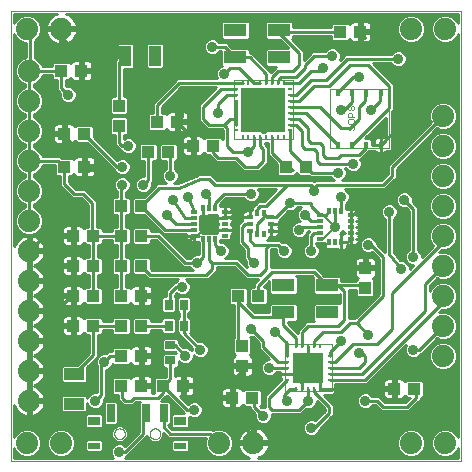
<source format=gtl>
G75*
%MOIN*%
%OFA0B0*%
%FSLAX25Y25*%
%IPPOS*%
%LPD*%
%AMOC8*
5,1,8,0,0,1.08239X$1,22.5*
%
%ADD10C,0.00000*%
%ADD11R,0.04331X0.03937*%
%ADD12R,0.03937X0.04331*%
%ADD13C,0.07400*%
%ADD14R,0.03543X0.02756*%
%ADD15R,0.02756X0.03543*%
%ADD16C,0.00197*%
%ADD17R,0.00984X0.01575*%
%ADD18R,0.01575X0.00984*%
%ADD19R,0.10236X0.10236*%
%ADD20R,0.01260X0.02165*%
%ADD21R,0.02165X0.01260*%
%ADD22R,0.06693X0.03937*%
%ADD23R,0.02362X0.01181*%
%ADD24R,0.01181X0.02362*%
%ADD25R,0.03937X0.06693*%
%ADD26R,0.14567X0.14567*%
%ADD27R,0.01575X0.02362*%
%ADD28C,0.00039*%
%ADD29C,0.00200*%
%ADD30R,0.07480X0.04331*%
%ADD31R,0.02756X0.05906*%
%ADD32R,0.03937X0.02362*%
%ADD33R,0.03937X0.03150*%
%ADD34C,0.01000*%
%ADD35C,0.03600*%
%ADD36C,0.00800*%
D10*
X0091500Y0094500D02*
X0091500Y0244500D01*
X0241500Y0244500D01*
X0241500Y0094500D01*
X0091500Y0094500D01*
X0125822Y0103500D02*
X0125824Y0103584D01*
X0125830Y0103667D01*
X0125840Y0103750D01*
X0125854Y0103833D01*
X0125871Y0103915D01*
X0125893Y0103996D01*
X0125918Y0104075D01*
X0125947Y0104154D01*
X0125980Y0104231D01*
X0126016Y0104306D01*
X0126056Y0104380D01*
X0126099Y0104452D01*
X0126146Y0104521D01*
X0126196Y0104588D01*
X0126249Y0104653D01*
X0126305Y0104715D01*
X0126363Y0104775D01*
X0126425Y0104832D01*
X0126489Y0104885D01*
X0126556Y0104936D01*
X0126625Y0104983D01*
X0126696Y0105028D01*
X0126769Y0105068D01*
X0126844Y0105105D01*
X0126921Y0105139D01*
X0126999Y0105169D01*
X0127078Y0105195D01*
X0127159Y0105218D01*
X0127241Y0105236D01*
X0127323Y0105251D01*
X0127406Y0105262D01*
X0127489Y0105269D01*
X0127573Y0105272D01*
X0127657Y0105271D01*
X0127740Y0105266D01*
X0127824Y0105257D01*
X0127906Y0105244D01*
X0127988Y0105228D01*
X0128069Y0105207D01*
X0128150Y0105183D01*
X0128228Y0105155D01*
X0128306Y0105123D01*
X0128382Y0105087D01*
X0128456Y0105048D01*
X0128528Y0105006D01*
X0128598Y0104960D01*
X0128666Y0104911D01*
X0128731Y0104859D01*
X0128794Y0104804D01*
X0128854Y0104746D01*
X0128912Y0104685D01*
X0128966Y0104621D01*
X0129018Y0104555D01*
X0129066Y0104487D01*
X0129111Y0104416D01*
X0129152Y0104343D01*
X0129191Y0104269D01*
X0129225Y0104193D01*
X0129256Y0104115D01*
X0129283Y0104036D01*
X0129307Y0103955D01*
X0129326Y0103874D01*
X0129342Y0103792D01*
X0129354Y0103709D01*
X0129362Y0103625D01*
X0129366Y0103542D01*
X0129366Y0103458D01*
X0129362Y0103375D01*
X0129354Y0103291D01*
X0129342Y0103208D01*
X0129326Y0103126D01*
X0129307Y0103045D01*
X0129283Y0102964D01*
X0129256Y0102885D01*
X0129225Y0102807D01*
X0129191Y0102731D01*
X0129152Y0102657D01*
X0129111Y0102584D01*
X0129066Y0102513D01*
X0129018Y0102445D01*
X0128966Y0102379D01*
X0128912Y0102315D01*
X0128854Y0102254D01*
X0128794Y0102196D01*
X0128731Y0102141D01*
X0128666Y0102089D01*
X0128598Y0102040D01*
X0128528Y0101994D01*
X0128456Y0101952D01*
X0128382Y0101913D01*
X0128306Y0101877D01*
X0128228Y0101845D01*
X0128150Y0101817D01*
X0128069Y0101793D01*
X0127988Y0101772D01*
X0127906Y0101756D01*
X0127824Y0101743D01*
X0127740Y0101734D01*
X0127657Y0101729D01*
X0127573Y0101728D01*
X0127489Y0101731D01*
X0127406Y0101738D01*
X0127323Y0101749D01*
X0127241Y0101764D01*
X0127159Y0101782D01*
X0127078Y0101805D01*
X0126999Y0101831D01*
X0126921Y0101861D01*
X0126844Y0101895D01*
X0126769Y0101932D01*
X0126696Y0101972D01*
X0126625Y0102017D01*
X0126556Y0102064D01*
X0126489Y0102115D01*
X0126425Y0102168D01*
X0126363Y0102225D01*
X0126305Y0102285D01*
X0126249Y0102347D01*
X0126196Y0102412D01*
X0126146Y0102479D01*
X0126099Y0102548D01*
X0126056Y0102620D01*
X0126016Y0102694D01*
X0125980Y0102769D01*
X0125947Y0102846D01*
X0125918Y0102925D01*
X0125893Y0103004D01*
X0125871Y0103085D01*
X0125854Y0103167D01*
X0125840Y0103250D01*
X0125830Y0103333D01*
X0125824Y0103416D01*
X0125822Y0103500D01*
X0137634Y0103500D02*
X0137636Y0103584D01*
X0137642Y0103667D01*
X0137652Y0103750D01*
X0137666Y0103833D01*
X0137683Y0103915D01*
X0137705Y0103996D01*
X0137730Y0104075D01*
X0137759Y0104154D01*
X0137792Y0104231D01*
X0137828Y0104306D01*
X0137868Y0104380D01*
X0137911Y0104452D01*
X0137958Y0104521D01*
X0138008Y0104588D01*
X0138061Y0104653D01*
X0138117Y0104715D01*
X0138175Y0104775D01*
X0138237Y0104832D01*
X0138301Y0104885D01*
X0138368Y0104936D01*
X0138437Y0104983D01*
X0138508Y0105028D01*
X0138581Y0105068D01*
X0138656Y0105105D01*
X0138733Y0105139D01*
X0138811Y0105169D01*
X0138890Y0105195D01*
X0138971Y0105218D01*
X0139053Y0105236D01*
X0139135Y0105251D01*
X0139218Y0105262D01*
X0139301Y0105269D01*
X0139385Y0105272D01*
X0139469Y0105271D01*
X0139552Y0105266D01*
X0139636Y0105257D01*
X0139718Y0105244D01*
X0139800Y0105228D01*
X0139881Y0105207D01*
X0139962Y0105183D01*
X0140040Y0105155D01*
X0140118Y0105123D01*
X0140194Y0105087D01*
X0140268Y0105048D01*
X0140340Y0105006D01*
X0140410Y0104960D01*
X0140478Y0104911D01*
X0140543Y0104859D01*
X0140606Y0104804D01*
X0140666Y0104746D01*
X0140724Y0104685D01*
X0140778Y0104621D01*
X0140830Y0104555D01*
X0140878Y0104487D01*
X0140923Y0104416D01*
X0140964Y0104343D01*
X0141003Y0104269D01*
X0141037Y0104193D01*
X0141068Y0104115D01*
X0141095Y0104036D01*
X0141119Y0103955D01*
X0141138Y0103874D01*
X0141154Y0103792D01*
X0141166Y0103709D01*
X0141174Y0103625D01*
X0141178Y0103542D01*
X0141178Y0103458D01*
X0141174Y0103375D01*
X0141166Y0103291D01*
X0141154Y0103208D01*
X0141138Y0103126D01*
X0141119Y0103045D01*
X0141095Y0102964D01*
X0141068Y0102885D01*
X0141037Y0102807D01*
X0141003Y0102731D01*
X0140964Y0102657D01*
X0140923Y0102584D01*
X0140878Y0102513D01*
X0140830Y0102445D01*
X0140778Y0102379D01*
X0140724Y0102315D01*
X0140666Y0102254D01*
X0140606Y0102196D01*
X0140543Y0102141D01*
X0140478Y0102089D01*
X0140410Y0102040D01*
X0140340Y0101994D01*
X0140268Y0101952D01*
X0140194Y0101913D01*
X0140118Y0101877D01*
X0140040Y0101845D01*
X0139962Y0101817D01*
X0139881Y0101793D01*
X0139800Y0101772D01*
X0139718Y0101756D01*
X0139636Y0101743D01*
X0139552Y0101734D01*
X0139469Y0101729D01*
X0139385Y0101728D01*
X0139301Y0101731D01*
X0139218Y0101738D01*
X0139135Y0101749D01*
X0139053Y0101764D01*
X0138971Y0101782D01*
X0138890Y0101805D01*
X0138811Y0101831D01*
X0138733Y0101861D01*
X0138656Y0101895D01*
X0138581Y0101932D01*
X0138508Y0101972D01*
X0138437Y0102017D01*
X0138368Y0102064D01*
X0138301Y0102115D01*
X0138237Y0102168D01*
X0138175Y0102225D01*
X0138117Y0102285D01*
X0138061Y0102347D01*
X0138008Y0102412D01*
X0137958Y0102479D01*
X0137911Y0102548D01*
X0137868Y0102620D01*
X0137828Y0102694D01*
X0137792Y0102769D01*
X0137759Y0102846D01*
X0137730Y0102925D01*
X0137705Y0103004D01*
X0137683Y0103085D01*
X0137666Y0103167D01*
X0137652Y0103250D01*
X0137642Y0103333D01*
X0137636Y0103416D01*
X0137634Y0103500D01*
D11*
X0134846Y0119500D03*
X0128154Y0119500D03*
X0128154Y0129500D03*
X0134846Y0129500D03*
X0134846Y0139500D03*
X0128154Y0139500D03*
X0118846Y0139500D03*
X0112154Y0139500D03*
X0112154Y0149500D03*
X0118846Y0149500D03*
X0118846Y0159500D03*
X0112154Y0159500D03*
X0112154Y0169500D03*
X0118846Y0169500D03*
X0128154Y0169500D03*
X0134846Y0169500D03*
X0134846Y0159500D03*
X0128154Y0159500D03*
X0128154Y0149500D03*
X0134846Y0149500D03*
X0134846Y0179500D03*
X0128154Y0179500D03*
X0115846Y0192500D03*
X0109154Y0192500D03*
X0109154Y0203500D03*
X0115846Y0203500D03*
X0137154Y0197500D03*
X0143846Y0197500D03*
X0152154Y0199500D03*
X0158846Y0199500D03*
X0146846Y0207500D03*
X0140154Y0207500D03*
X0114846Y0224500D03*
X0108154Y0224500D03*
X0183154Y0192500D03*
X0189846Y0192500D03*
X0173846Y0149500D03*
X0167154Y0149500D03*
X0148846Y0119500D03*
X0142154Y0119500D03*
X0165154Y0115500D03*
X0171846Y0115500D03*
X0219154Y0118500D03*
X0225846Y0118500D03*
X0207846Y0237500D03*
X0201154Y0237500D03*
D12*
X0127500Y0212846D03*
X0127500Y0206154D03*
X0209500Y0158846D03*
X0209500Y0152154D03*
X0168500Y0132846D03*
X0168500Y0126154D03*
D13*
X0172200Y0100500D03*
X0160800Y0100500D03*
X0108200Y0100500D03*
X0096800Y0100500D03*
X0097500Y0114500D03*
X0097500Y0124500D03*
X0097500Y0134500D03*
X0097500Y0144500D03*
X0097500Y0154500D03*
X0097500Y0164500D03*
X0097500Y0174500D03*
X0097500Y0184500D03*
X0097500Y0194500D03*
X0097500Y0204500D03*
X0097500Y0214500D03*
X0097500Y0224500D03*
X0096800Y0238500D03*
X0108200Y0238500D03*
X0224800Y0238500D03*
X0236200Y0238500D03*
X0235500Y0209500D03*
X0235500Y0199500D03*
X0235500Y0189500D03*
X0235500Y0179500D03*
X0235500Y0169500D03*
X0235500Y0159500D03*
X0235500Y0149500D03*
X0235500Y0139500D03*
X0235500Y0129500D03*
X0236200Y0100500D03*
X0224800Y0100500D03*
D14*
X0144500Y0127941D03*
X0144500Y0133059D03*
D15*
X0143941Y0139500D03*
X0149059Y0139500D03*
X0149059Y0146500D03*
X0143941Y0146500D03*
D16*
X0182626Y0133374D02*
X0182626Y0117626D01*
X0198374Y0117626D01*
X0198374Y0133374D01*
X0182626Y0133374D01*
X0185343Y0201657D02*
X0165657Y0201657D01*
X0165657Y0221343D01*
X0185343Y0221343D01*
X0185343Y0201657D01*
D17*
X0182390Y0202445D03*
X0180421Y0202445D03*
X0178453Y0202445D03*
X0176484Y0202445D03*
X0174516Y0202445D03*
X0172547Y0202445D03*
X0170579Y0202445D03*
X0168610Y0202445D03*
X0168610Y0220555D03*
X0170579Y0220555D03*
X0172547Y0220555D03*
X0174516Y0220555D03*
X0176484Y0220555D03*
X0178453Y0220555D03*
X0180421Y0220555D03*
X0182390Y0220555D03*
X0186563Y0132587D03*
X0188531Y0132587D03*
X0190500Y0132587D03*
X0192469Y0132587D03*
X0194437Y0132587D03*
X0194437Y0118413D03*
X0192469Y0118413D03*
X0190500Y0118413D03*
X0188531Y0118413D03*
X0186563Y0118413D03*
D18*
X0183413Y0121563D03*
X0183413Y0123531D03*
X0183413Y0125500D03*
X0183413Y0127469D03*
X0183413Y0129437D03*
X0197587Y0129437D03*
X0197587Y0127469D03*
X0197587Y0125500D03*
X0197587Y0123531D03*
X0197587Y0121563D03*
X0184555Y0204610D03*
X0184555Y0206579D03*
X0184555Y0208547D03*
X0184555Y0210516D03*
X0184555Y0212484D03*
X0184555Y0214453D03*
X0184555Y0216421D03*
X0184555Y0218390D03*
X0166445Y0218390D03*
X0166445Y0216421D03*
X0166445Y0214453D03*
X0166445Y0212484D03*
X0166445Y0210516D03*
X0166445Y0208547D03*
X0166445Y0206579D03*
X0166445Y0204610D03*
D19*
X0190500Y0125500D03*
D20*
X0175681Y0169957D03*
X0173319Y0169957D03*
X0173319Y0177043D03*
X0175681Y0177043D03*
D21*
X0178043Y0175862D03*
X0178043Y0173500D03*
X0178043Y0171138D03*
X0170957Y0171138D03*
X0170957Y0173500D03*
X0170957Y0175862D03*
D22*
X0112500Y0123421D03*
X0112500Y0113579D03*
D23*
X0152382Y0169563D03*
X0152382Y0171531D03*
X0152382Y0173500D03*
X0152382Y0175469D03*
X0152382Y0177437D03*
X0162618Y0177437D03*
X0162618Y0175469D03*
X0162618Y0173500D03*
X0162618Y0171531D03*
X0162618Y0169563D03*
X0194382Y0170531D03*
X0194382Y0168563D03*
X0194382Y0172500D03*
X0194382Y0174469D03*
X0194382Y0176437D03*
X0204618Y0176437D03*
X0204618Y0174469D03*
X0204618Y0172500D03*
X0204618Y0170531D03*
X0204618Y0168563D03*
D24*
X0201469Y0167382D03*
X0199500Y0167382D03*
X0197531Y0167382D03*
X0197531Y0177618D03*
X0199500Y0177618D03*
X0201469Y0177618D03*
X0159469Y0178618D03*
X0157500Y0178618D03*
X0155531Y0178618D03*
X0155531Y0168382D03*
X0157500Y0168382D03*
X0159469Y0168382D03*
D25*
X0139421Y0229500D03*
X0129579Y0229500D03*
D26*
X0175500Y0211500D03*
D27*
X0200413Y0217161D03*
X0205138Y0217161D03*
X0209862Y0217161D03*
X0214587Y0217161D03*
X0214587Y0199839D03*
X0209862Y0199839D03*
X0205138Y0199839D03*
X0200413Y0199839D03*
D28*
X0197657Y0198657D02*
X0217343Y0198657D01*
X0217343Y0218343D01*
X0197657Y0218343D01*
X0197657Y0198657D01*
D29*
X0203990Y0204663D02*
X0204357Y0204663D01*
X0204724Y0205030D01*
X0204724Y0205764D01*
X0205091Y0206131D01*
X0205458Y0206131D01*
X0205825Y0205764D01*
X0205825Y0205030D01*
X0205458Y0204663D01*
X0203990Y0204663D02*
X0203623Y0205030D01*
X0203623Y0205764D01*
X0203990Y0206131D01*
X0203990Y0206873D02*
X0205458Y0206873D01*
X0205825Y0207240D01*
X0205825Y0207974D01*
X0205458Y0208341D01*
X0203990Y0208341D01*
X0203623Y0207974D01*
X0203623Y0207240D01*
X0203990Y0206873D01*
X0203623Y0209083D02*
X0203623Y0210184D01*
X0203990Y0210551D01*
X0204724Y0210551D01*
X0205091Y0210184D01*
X0205091Y0209083D01*
X0205825Y0209083D02*
X0203623Y0209083D01*
X0203990Y0211293D02*
X0204357Y0211293D01*
X0204724Y0211660D01*
X0204724Y0212394D01*
X0205091Y0212761D01*
X0205458Y0212761D01*
X0205825Y0212394D01*
X0205825Y0211660D01*
X0205458Y0211293D01*
X0205091Y0211293D01*
X0204724Y0211660D01*
X0204724Y0212394D02*
X0204357Y0212761D01*
X0203990Y0212761D01*
X0203623Y0212394D01*
X0203623Y0211660D01*
X0203990Y0211293D01*
D30*
X0180783Y0228972D03*
X0180783Y0238028D03*
X0166217Y0238028D03*
X0166217Y0228972D03*
X0182217Y0153028D03*
X0182217Y0143972D03*
X0196783Y0143972D03*
X0196783Y0153028D03*
D31*
X0142358Y0110390D03*
X0136453Y0110390D03*
X0124642Y0110390D03*
D32*
X0119130Y0099563D03*
X0147870Y0099563D03*
D33*
X0147870Y0107831D03*
X0119130Y0107831D03*
D34*
X0122098Y0107481D02*
X0122264Y0107481D01*
X0122264Y0107023D02*
X0122850Y0106437D01*
X0126434Y0106437D01*
X0127020Y0107023D01*
X0127020Y0113757D01*
X0126434Y0114343D01*
X0122850Y0114343D01*
X0122264Y0113757D01*
X0122264Y0107023D01*
X0122098Y0106482D02*
X0122804Y0106482D01*
X0122098Y0105842D02*
X0122098Y0109820D01*
X0121513Y0110405D01*
X0116747Y0110405D01*
X0116161Y0109820D01*
X0116161Y0105842D01*
X0116747Y0105256D01*
X0121513Y0105256D01*
X0122098Y0105842D01*
X0121740Y0105484D02*
X0125658Y0105484D01*
X0126024Y0105850D02*
X0125245Y0105070D01*
X0124823Y0104051D01*
X0124823Y0102949D01*
X0125245Y0101930D01*
X0126024Y0101150D01*
X0127043Y0100728D01*
X0128146Y0100728D01*
X0129164Y0101150D01*
X0129944Y0101930D01*
X0130366Y0102949D01*
X0130366Y0104051D01*
X0129944Y0105070D01*
X0129164Y0105850D01*
X0128146Y0106272D01*
X0127043Y0106272D01*
X0126024Y0105850D01*
X0126479Y0106482D02*
X0134000Y0106482D01*
X0134000Y0105484D02*
X0129531Y0105484D01*
X0130186Y0104485D02*
X0134000Y0104485D01*
X0134000Y0104121D02*
X0129419Y0099541D01*
X0129086Y0099874D01*
X0128057Y0100300D01*
X0126943Y0100300D01*
X0125914Y0099874D01*
X0125126Y0099086D01*
X0124700Y0098057D01*
X0124700Y0096943D01*
X0125126Y0095914D01*
X0125540Y0095500D01*
X0092500Y0095500D01*
X0092500Y0098599D01*
X0092816Y0097838D01*
X0094138Y0096516D01*
X0095865Y0095800D01*
X0097735Y0095800D01*
X0099462Y0096516D01*
X0100784Y0097838D01*
X0101500Y0099565D01*
X0101500Y0101435D01*
X0100784Y0103162D01*
X0099462Y0104484D01*
X0097735Y0105200D01*
X0095865Y0105200D01*
X0094138Y0104484D01*
X0092816Y0103162D01*
X0092500Y0102401D01*
X0092500Y0113061D01*
X0092681Y0112504D01*
X0093053Y0111775D01*
X0093534Y0111112D01*
X0094112Y0110534D01*
X0094775Y0110053D01*
X0095504Y0109681D01*
X0096282Y0109428D01*
X0097000Y0109314D01*
X0097000Y0114000D01*
X0098000Y0114000D01*
X0098000Y0115000D01*
X0102686Y0115000D01*
X0102572Y0115718D01*
X0102319Y0116496D01*
X0101947Y0117225D01*
X0101466Y0117888D01*
X0100888Y0118466D01*
X0100225Y0118947D01*
X0099496Y0119319D01*
X0098939Y0119500D01*
X0099496Y0119681D01*
X0100225Y0120053D01*
X0100888Y0120534D01*
X0101466Y0121112D01*
X0101947Y0121775D01*
X0102319Y0122504D01*
X0102572Y0123282D01*
X0102686Y0124000D01*
X0098000Y0124000D01*
X0098000Y0125000D01*
X0102686Y0125000D01*
X0102572Y0125718D01*
X0102319Y0126496D01*
X0101947Y0127225D01*
X0101466Y0127888D01*
X0100888Y0128466D01*
X0100225Y0128947D01*
X0099496Y0129319D01*
X0098939Y0129500D01*
X0099496Y0129681D01*
X0100225Y0130053D01*
X0100888Y0130534D01*
X0101466Y0131112D01*
X0101947Y0131775D01*
X0102319Y0132504D01*
X0102572Y0133282D01*
X0102686Y0134000D01*
X0098000Y0134000D01*
X0098000Y0135000D01*
X0102686Y0135000D01*
X0102572Y0135718D01*
X0102319Y0136496D01*
X0101947Y0137225D01*
X0101466Y0137888D01*
X0100888Y0138466D01*
X0100225Y0138947D01*
X0099496Y0139319D01*
X0098939Y0139500D01*
X0099496Y0139681D01*
X0100225Y0140053D01*
X0100888Y0140534D01*
X0101466Y0141112D01*
X0101947Y0141775D01*
X0102319Y0142504D01*
X0102572Y0143282D01*
X0102686Y0144000D01*
X0098000Y0144000D01*
X0098000Y0145000D01*
X0102686Y0145000D01*
X0102572Y0145718D01*
X0102319Y0146496D01*
X0101947Y0147225D01*
X0101466Y0147888D01*
X0100888Y0148466D01*
X0100225Y0148947D01*
X0099496Y0149319D01*
X0098939Y0149500D01*
X0099496Y0149681D01*
X0100225Y0150053D01*
X0100888Y0150534D01*
X0101466Y0151112D01*
X0101947Y0151775D01*
X0102319Y0152504D01*
X0102572Y0153282D01*
X0102686Y0154000D01*
X0098000Y0154000D01*
X0098000Y0155000D01*
X0102686Y0155000D01*
X0102572Y0155718D01*
X0102319Y0156496D01*
X0101947Y0157225D01*
X0101466Y0157888D01*
X0100888Y0158466D01*
X0100225Y0158947D01*
X0099496Y0159319D01*
X0098939Y0159500D01*
X0099496Y0159681D01*
X0100225Y0160053D01*
X0100888Y0160534D01*
X0101466Y0161112D01*
X0101947Y0161775D01*
X0102319Y0162504D01*
X0102572Y0163282D01*
X0102686Y0164000D01*
X0098000Y0164000D01*
X0098000Y0165000D01*
X0097000Y0165000D01*
X0097000Y0169686D01*
X0096282Y0169572D01*
X0095504Y0169319D01*
X0094775Y0168947D01*
X0094112Y0168466D01*
X0093534Y0167888D01*
X0093053Y0167225D01*
X0092681Y0166496D01*
X0092500Y0165939D01*
X0092500Y0236599D01*
X0092816Y0235838D01*
X0094138Y0234516D01*
X0095865Y0233800D01*
X0096300Y0233800D01*
X0096300Y0229090D01*
X0094838Y0228484D01*
X0093516Y0227162D01*
X0092800Y0225435D01*
X0092800Y0223565D01*
X0093516Y0221838D01*
X0094838Y0220516D01*
X0096000Y0220034D01*
X0096000Y0218966D01*
X0094838Y0218484D01*
X0093516Y0217162D01*
X0092800Y0215435D01*
X0092800Y0213565D01*
X0093516Y0211838D01*
X0094838Y0210516D01*
X0096000Y0210034D01*
X0096000Y0208966D01*
X0094838Y0208484D01*
X0093516Y0207162D01*
X0092800Y0205435D01*
X0092800Y0203565D01*
X0093516Y0201838D01*
X0094838Y0200516D01*
X0096000Y0200034D01*
X0096000Y0198966D01*
X0094838Y0198484D01*
X0093516Y0197162D01*
X0092800Y0195435D01*
X0092800Y0193565D01*
X0093516Y0191838D01*
X0094838Y0190516D01*
X0096000Y0190034D01*
X0096000Y0188966D01*
X0094838Y0188484D01*
X0093516Y0187162D01*
X0092800Y0185435D01*
X0092800Y0183565D01*
X0093516Y0181838D01*
X0094838Y0180516D01*
X0096000Y0180034D01*
X0096000Y0178966D01*
X0094838Y0178484D01*
X0093516Y0177162D01*
X0092800Y0175435D01*
X0092800Y0173565D01*
X0093516Y0171838D01*
X0094838Y0170516D01*
X0096565Y0169800D01*
X0098435Y0169800D01*
X0100162Y0170516D01*
X0101484Y0171838D01*
X0102200Y0173565D01*
X0102200Y0175435D01*
X0101484Y0177162D01*
X0100162Y0178484D01*
X0099000Y0178966D01*
X0099000Y0180034D01*
X0100162Y0180516D01*
X0101484Y0181838D01*
X0102200Y0183565D01*
X0102200Y0185435D01*
X0101484Y0187162D01*
X0100162Y0188484D01*
X0099000Y0188966D01*
X0099000Y0190034D01*
X0100162Y0190516D01*
X0101484Y0191838D01*
X0101966Y0193000D01*
X0105988Y0193000D01*
X0105988Y0190117D01*
X0106574Y0189531D01*
X0107654Y0189531D01*
X0107654Y0186225D01*
X0111000Y0182879D01*
X0111879Y0182000D01*
X0114879Y0182000D01*
X0117000Y0179879D01*
X0117000Y0172468D01*
X0116267Y0172468D01*
X0115744Y0171946D01*
X0115717Y0172047D01*
X0115519Y0172390D01*
X0115240Y0172669D01*
X0114898Y0172866D01*
X0114516Y0172968D01*
X0112638Y0172968D01*
X0112638Y0169984D01*
X0111669Y0169984D01*
X0111669Y0169016D01*
X0108488Y0169016D01*
X0108488Y0167334D01*
X0108590Y0166953D01*
X0108788Y0166610D01*
X0109067Y0166331D01*
X0109409Y0166134D01*
X0109791Y0166031D01*
X0111669Y0166031D01*
X0111669Y0169016D01*
X0112638Y0169016D01*
X0112638Y0166031D01*
X0114516Y0166031D01*
X0114898Y0166134D01*
X0115240Y0166331D01*
X0115519Y0166610D01*
X0115717Y0166953D01*
X0115744Y0167054D01*
X0116267Y0166531D01*
X0117346Y0166531D01*
X0117346Y0162468D01*
X0116267Y0162468D01*
X0115744Y0161946D01*
X0115717Y0162047D01*
X0115519Y0162390D01*
X0115240Y0162669D01*
X0114898Y0162866D01*
X0114516Y0162968D01*
X0112638Y0162968D01*
X0112638Y0159984D01*
X0111669Y0159984D01*
X0111669Y0159016D01*
X0108488Y0159016D01*
X0108488Y0157334D01*
X0108590Y0156953D01*
X0108788Y0156610D01*
X0109067Y0156331D01*
X0109409Y0156134D01*
X0109791Y0156031D01*
X0111669Y0156031D01*
X0111669Y0159016D01*
X0112638Y0159016D01*
X0112638Y0156031D01*
X0114516Y0156031D01*
X0114898Y0156134D01*
X0115240Y0156331D01*
X0115519Y0156610D01*
X0115717Y0156953D01*
X0115744Y0157054D01*
X0116267Y0156531D01*
X0117346Y0156531D01*
X0117346Y0152468D01*
X0116267Y0152468D01*
X0115744Y0151946D01*
X0115717Y0152047D01*
X0115519Y0152390D01*
X0115240Y0152669D01*
X0114898Y0152866D01*
X0114516Y0152968D01*
X0112638Y0152968D01*
X0112638Y0149984D01*
X0111669Y0149984D01*
X0111669Y0149016D01*
X0108488Y0149016D01*
X0108488Y0147334D01*
X0108590Y0146953D01*
X0108788Y0146610D01*
X0109067Y0146331D01*
X0109409Y0146134D01*
X0109791Y0146031D01*
X0111669Y0146031D01*
X0111669Y0149016D01*
X0112638Y0149016D01*
X0112638Y0146031D01*
X0114516Y0146031D01*
X0114898Y0146134D01*
X0115240Y0146331D01*
X0115519Y0146610D01*
X0115717Y0146953D01*
X0115744Y0147054D01*
X0116267Y0146531D01*
X0121426Y0146531D01*
X0122012Y0147117D01*
X0122012Y0151883D01*
X0121426Y0152468D01*
X0120346Y0152468D01*
X0120346Y0156531D01*
X0121426Y0156531D01*
X0122012Y0157117D01*
X0122012Y0161883D01*
X0121426Y0162468D01*
X0120346Y0162468D01*
X0120346Y0166531D01*
X0121426Y0166531D01*
X0122012Y0167117D01*
X0122012Y0168000D01*
X0124988Y0168000D01*
X0124988Y0167117D01*
X0125574Y0166531D01*
X0126654Y0166531D01*
X0126654Y0162468D01*
X0125574Y0162468D01*
X0124988Y0161883D01*
X0124988Y0157117D01*
X0125574Y0156531D01*
X0126654Y0156531D01*
X0126654Y0152468D01*
X0125574Y0152468D01*
X0124988Y0151883D01*
X0124988Y0147117D01*
X0125574Y0146531D01*
X0130733Y0146531D01*
X0131256Y0147054D01*
X0131283Y0146953D01*
X0131481Y0146610D01*
X0131760Y0146331D01*
X0132102Y0146134D01*
X0132484Y0146031D01*
X0134362Y0146031D01*
X0134362Y0149016D01*
X0135331Y0149016D01*
X0135331Y0149984D01*
X0138512Y0149984D01*
X0138512Y0151666D01*
X0138410Y0152047D01*
X0138212Y0152390D01*
X0137933Y0152669D01*
X0137591Y0152866D01*
X0137209Y0152968D01*
X0135331Y0152968D01*
X0135331Y0149984D01*
X0134362Y0149984D01*
X0134362Y0152968D01*
X0132484Y0152968D01*
X0132102Y0152866D01*
X0131760Y0152669D01*
X0131481Y0152390D01*
X0131283Y0152047D01*
X0131256Y0151946D01*
X0130733Y0152468D01*
X0129654Y0152468D01*
X0129654Y0156531D01*
X0130733Y0156531D01*
X0131319Y0157117D01*
X0131319Y0161883D01*
X0130733Y0162468D01*
X0129654Y0162468D01*
X0129654Y0166531D01*
X0130733Y0166531D01*
X0131319Y0167117D01*
X0131319Y0171883D01*
X0130733Y0172468D01*
X0129654Y0172468D01*
X0129654Y0176531D01*
X0130733Y0176531D01*
X0131319Y0177117D01*
X0131319Y0181883D01*
X0130733Y0182468D01*
X0129654Y0182468D01*
X0129654Y0183947D01*
X0130086Y0184126D01*
X0130874Y0184914D01*
X0131300Y0185943D01*
X0131300Y0187057D01*
X0130874Y0188086D01*
X0130086Y0188874D01*
X0129057Y0189300D01*
X0127943Y0189300D01*
X0126914Y0188874D01*
X0126126Y0188086D01*
X0125700Y0187057D01*
X0125700Y0185943D01*
X0126126Y0184914D01*
X0126654Y0184387D01*
X0126654Y0182468D01*
X0125574Y0182468D01*
X0124988Y0181883D01*
X0124988Y0177117D01*
X0125574Y0176531D01*
X0126654Y0176531D01*
X0126654Y0172468D01*
X0125574Y0172468D01*
X0124988Y0171883D01*
X0124988Y0171000D01*
X0122012Y0171000D01*
X0122012Y0171883D01*
X0121426Y0172468D01*
X0120000Y0172468D01*
X0120000Y0181121D01*
X0119121Y0182000D01*
X0116121Y0185000D01*
X0113121Y0185000D01*
X0110654Y0187468D01*
X0110654Y0189531D01*
X0111733Y0189531D01*
X0112256Y0190054D01*
X0112283Y0189953D01*
X0112481Y0189610D01*
X0112760Y0189331D01*
X0113102Y0189134D01*
X0113484Y0189031D01*
X0115362Y0189031D01*
X0115362Y0192016D01*
X0116331Y0192016D01*
X0116331Y0192984D01*
X0119512Y0192984D01*
X0119512Y0194666D01*
X0119410Y0195047D01*
X0119212Y0195390D01*
X0118933Y0195669D01*
X0118591Y0195866D01*
X0118209Y0195968D01*
X0116331Y0195968D01*
X0116331Y0192984D01*
X0115362Y0192984D01*
X0115362Y0195968D01*
X0113484Y0195968D01*
X0113102Y0195866D01*
X0112760Y0195669D01*
X0112481Y0195390D01*
X0112283Y0195047D01*
X0112256Y0194946D01*
X0111733Y0195468D01*
X0108306Y0195468D01*
X0107775Y0196000D01*
X0101966Y0196000D01*
X0101484Y0197162D01*
X0100162Y0198484D01*
X0099000Y0198966D01*
X0099000Y0200034D01*
X0100162Y0200516D01*
X0101484Y0201838D01*
X0102200Y0203565D01*
X0102200Y0205435D01*
X0101484Y0207162D01*
X0100162Y0208484D01*
X0099000Y0208966D01*
X0099000Y0210034D01*
X0100162Y0210516D01*
X0101484Y0211838D01*
X0102200Y0213565D01*
X0102200Y0215435D01*
X0101484Y0217162D01*
X0100162Y0218484D01*
X0099000Y0218966D01*
X0099000Y0220034D01*
X0100162Y0220516D01*
X0101484Y0221838D01*
X0101966Y0223000D01*
X0104988Y0223000D01*
X0104988Y0222117D01*
X0105574Y0221531D01*
X0106654Y0221531D01*
X0106654Y0218225D01*
X0107736Y0217143D01*
X0107700Y0217057D01*
X0107700Y0215943D01*
X0108126Y0214914D01*
X0108914Y0214126D01*
X0109943Y0213700D01*
X0111057Y0213700D01*
X0112086Y0214126D01*
X0112874Y0214914D01*
X0113300Y0215943D01*
X0113300Y0217057D01*
X0112874Y0218086D01*
X0112086Y0218874D01*
X0111057Y0219300D01*
X0109943Y0219300D01*
X0109857Y0219264D01*
X0109654Y0219468D01*
X0109654Y0221531D01*
X0110733Y0221531D01*
X0111256Y0222054D01*
X0111283Y0221953D01*
X0111481Y0221610D01*
X0111760Y0221331D01*
X0112102Y0221134D01*
X0112484Y0221031D01*
X0114362Y0221031D01*
X0114362Y0224016D01*
X0115331Y0224016D01*
X0115331Y0224984D01*
X0118512Y0224984D01*
X0118512Y0226666D01*
X0118410Y0227047D01*
X0118212Y0227390D01*
X0117933Y0227669D01*
X0117591Y0227866D01*
X0117209Y0227968D01*
X0115331Y0227968D01*
X0115331Y0224984D01*
X0114362Y0224984D01*
X0114362Y0227968D01*
X0112484Y0227968D01*
X0112102Y0227866D01*
X0111760Y0227669D01*
X0111481Y0227390D01*
X0111283Y0227047D01*
X0111256Y0226946D01*
X0110733Y0227468D01*
X0105574Y0227468D01*
X0104988Y0226883D01*
X0104988Y0226000D01*
X0101966Y0226000D01*
X0101484Y0227162D01*
X0100162Y0228484D01*
X0099300Y0228842D01*
X0099300Y0234448D01*
X0099462Y0234516D01*
X0100784Y0235838D01*
X0101500Y0237565D01*
X0101500Y0239435D01*
X0100784Y0241162D01*
X0099462Y0242484D01*
X0097735Y0243200D01*
X0095865Y0243200D01*
X0094138Y0242484D01*
X0092816Y0241162D01*
X0092500Y0240401D01*
X0092500Y0243500D01*
X0106761Y0243500D01*
X0106204Y0243319D01*
X0105475Y0242947D01*
X0104812Y0242466D01*
X0104234Y0241888D01*
X0103753Y0241225D01*
X0103381Y0240496D01*
X0103128Y0239718D01*
X0103014Y0239000D01*
X0107700Y0239000D01*
X0107700Y0238000D01*
X0108700Y0238000D01*
X0108700Y0239000D01*
X0113386Y0239000D01*
X0113272Y0239718D01*
X0113019Y0240496D01*
X0112647Y0241225D01*
X0112166Y0241888D01*
X0111588Y0242466D01*
X0110925Y0242947D01*
X0110196Y0243319D01*
X0109639Y0243500D01*
X0240500Y0243500D01*
X0240500Y0240401D01*
X0240184Y0241162D01*
X0238862Y0242484D01*
X0237135Y0243200D01*
X0235265Y0243200D01*
X0233538Y0242484D01*
X0232216Y0241162D01*
X0231500Y0239435D01*
X0231500Y0237565D01*
X0232216Y0235838D01*
X0233538Y0234516D01*
X0235265Y0233800D01*
X0237135Y0233800D01*
X0238862Y0234516D01*
X0240184Y0235838D01*
X0240500Y0236599D01*
X0240500Y0102401D01*
X0240184Y0103162D01*
X0238862Y0104484D01*
X0237135Y0105200D01*
X0235265Y0105200D01*
X0233538Y0104484D01*
X0232216Y0103162D01*
X0231500Y0101435D01*
X0231500Y0099565D01*
X0232216Y0097838D01*
X0233538Y0096516D01*
X0235265Y0095800D01*
X0237135Y0095800D01*
X0238862Y0096516D01*
X0240184Y0097838D01*
X0240500Y0098599D01*
X0240500Y0095500D01*
X0173639Y0095500D01*
X0174196Y0095681D01*
X0174925Y0096053D01*
X0175588Y0096534D01*
X0176166Y0097112D01*
X0176647Y0097775D01*
X0177019Y0098504D01*
X0177272Y0099282D01*
X0177386Y0100000D01*
X0172700Y0100000D01*
X0172700Y0101000D01*
X0171700Y0101000D01*
X0171700Y0105686D01*
X0170982Y0105572D01*
X0170204Y0105319D01*
X0169475Y0104947D01*
X0168812Y0104466D01*
X0168234Y0103888D01*
X0167753Y0103225D01*
X0167381Y0102496D01*
X0167128Y0101718D01*
X0167014Y0101000D01*
X0171700Y0101000D01*
X0171700Y0100000D01*
X0167014Y0100000D01*
X0167128Y0099282D01*
X0167381Y0098504D01*
X0167753Y0097775D01*
X0168234Y0097112D01*
X0168812Y0096534D01*
X0169475Y0096053D01*
X0170204Y0095681D01*
X0170761Y0095500D01*
X0129460Y0095500D01*
X0129874Y0095914D01*
X0129909Y0096000D01*
X0130121Y0096000D01*
X0136121Y0102000D01*
X0136762Y0102640D01*
X0137056Y0101930D01*
X0137835Y0101150D01*
X0138854Y0100728D01*
X0139957Y0100728D01*
X0140976Y0101150D01*
X0141755Y0101930D01*
X0142177Y0102949D01*
X0142177Y0103702D01*
X0143000Y0102879D01*
X0143879Y0102000D01*
X0156334Y0102000D01*
X0156100Y0101435D01*
X0156100Y0099565D01*
X0156816Y0097838D01*
X0158138Y0096516D01*
X0159865Y0095800D01*
X0161735Y0095800D01*
X0163462Y0096516D01*
X0164784Y0097838D01*
X0165500Y0099565D01*
X0165500Y0101435D01*
X0164784Y0103162D01*
X0163462Y0104484D01*
X0161735Y0105200D01*
X0159865Y0105200D01*
X0158703Y0104719D01*
X0158421Y0105000D01*
X0145121Y0105000D01*
X0143858Y0106263D01*
X0143858Y0106437D01*
X0144150Y0106437D01*
X0144736Y0107023D01*
X0144736Y0113757D01*
X0144150Y0114343D01*
X0141464Y0114343D01*
X0142775Y0115654D01*
X0143327Y0116205D01*
X0149127Y0110405D01*
X0145487Y0110405D01*
X0144902Y0109820D01*
X0144902Y0105842D01*
X0145487Y0105256D01*
X0150253Y0105256D01*
X0150839Y0105842D01*
X0150839Y0109202D01*
X0150914Y0109126D01*
X0151943Y0108700D01*
X0153057Y0108700D01*
X0154086Y0109126D01*
X0154874Y0109914D01*
X0155300Y0110943D01*
X0155300Y0112057D01*
X0154874Y0113086D01*
X0154086Y0113874D01*
X0153057Y0114300D01*
X0151943Y0114300D01*
X0150914Y0113874D01*
X0150408Y0113367D01*
X0147743Y0116031D01*
X0148362Y0116031D01*
X0148362Y0119016D01*
X0149331Y0119016D01*
X0149331Y0119984D01*
X0152512Y0119984D01*
X0152512Y0121666D01*
X0152410Y0122047D01*
X0152212Y0122390D01*
X0151933Y0122669D01*
X0151591Y0122866D01*
X0151209Y0122968D01*
X0149331Y0122968D01*
X0149331Y0119984D01*
X0148362Y0119984D01*
X0148362Y0122968D01*
X0146484Y0122968D01*
X0146102Y0122866D01*
X0146000Y0122807D01*
X0146000Y0125563D01*
X0146686Y0125563D01*
X0147272Y0126149D01*
X0147272Y0127769D01*
X0147914Y0127126D01*
X0148943Y0126700D01*
X0150057Y0126700D01*
X0151086Y0127126D01*
X0151874Y0127914D01*
X0152300Y0128943D01*
X0152300Y0129740D01*
X0152914Y0129126D01*
X0153943Y0128700D01*
X0155057Y0128700D01*
X0156086Y0129126D01*
X0156874Y0129914D01*
X0157300Y0130943D01*
X0157300Y0132057D01*
X0156874Y0133086D01*
X0156086Y0133874D01*
X0155057Y0134300D01*
X0153943Y0134300D01*
X0153857Y0134264D01*
X0151122Y0136999D01*
X0151437Y0137314D01*
X0151437Y0141686D01*
X0150851Y0142272D01*
X0150559Y0142272D01*
X0150559Y0143728D01*
X0150851Y0143728D01*
X0151437Y0144314D01*
X0151437Y0148686D01*
X0150851Y0149272D01*
X0147267Y0149272D01*
X0146681Y0148686D01*
X0146681Y0144314D01*
X0147267Y0143728D01*
X0147559Y0143728D01*
X0147559Y0142272D01*
X0147267Y0142272D01*
X0146681Y0141686D01*
X0146681Y0137314D01*
X0147267Y0136728D01*
X0147559Y0136728D01*
X0147559Y0136320D01*
X0151736Y0132143D01*
X0151700Y0132057D01*
X0151700Y0131260D01*
X0151086Y0131874D01*
X0150057Y0132300D01*
X0148943Y0132300D01*
X0148857Y0132264D01*
X0147272Y0133850D01*
X0147272Y0134851D01*
X0146686Y0135437D01*
X0142314Y0135437D01*
X0141728Y0134851D01*
X0141728Y0131267D01*
X0142314Y0130681D01*
X0146198Y0130681D01*
X0146560Y0130319D01*
X0142314Y0130319D01*
X0141728Y0129733D01*
X0141728Y0126149D01*
X0142314Y0125563D01*
X0143000Y0125563D01*
X0143000Y0122468D01*
X0139574Y0122468D01*
X0138988Y0121883D01*
X0138988Y0117117D01*
X0139105Y0117000D01*
X0138422Y0117000D01*
X0138512Y0117334D01*
X0138512Y0119016D01*
X0135331Y0119016D01*
X0135331Y0119984D01*
X0138512Y0119984D01*
X0138512Y0121666D01*
X0138410Y0122047D01*
X0138212Y0122390D01*
X0137933Y0122669D01*
X0137591Y0122866D01*
X0137209Y0122968D01*
X0135331Y0122968D01*
X0135331Y0119984D01*
X0134362Y0119984D01*
X0134362Y0122968D01*
X0132484Y0122968D01*
X0132102Y0122866D01*
X0131760Y0122669D01*
X0131481Y0122390D01*
X0131283Y0122047D01*
X0131256Y0121946D01*
X0130733Y0122468D01*
X0125574Y0122468D01*
X0124988Y0121883D01*
X0124988Y0117117D01*
X0125574Y0116531D01*
X0127000Y0116531D01*
X0127000Y0114879D01*
X0127879Y0114000D01*
X0128879Y0113000D01*
X0132121Y0113000D01*
X0133121Y0114000D01*
X0134318Y0114000D01*
X0134075Y0113757D01*
X0134075Y0110133D01*
X0134000Y0110058D01*
X0134000Y0104121D01*
X0133365Y0103487D02*
X0130366Y0103487D01*
X0130175Y0102488D02*
X0132367Y0102488D01*
X0131368Y0101490D02*
X0129504Y0101490D01*
X0130370Y0100491D02*
X0122098Y0100491D01*
X0122098Y0101158D02*
X0121513Y0101744D01*
X0116747Y0101744D01*
X0116161Y0101158D01*
X0116161Y0097968D01*
X0116747Y0097382D01*
X0121513Y0097382D01*
X0122098Y0097968D01*
X0122098Y0101158D01*
X0121767Y0101490D02*
X0125685Y0101490D01*
X0125014Y0102488D02*
X0112464Y0102488D01*
X0112184Y0103162D02*
X0112900Y0101435D01*
X0112900Y0099565D01*
X0112184Y0097838D01*
X0110862Y0096516D01*
X0109135Y0095800D01*
X0107265Y0095800D01*
X0105538Y0096516D01*
X0104216Y0097838D01*
X0103500Y0099565D01*
X0103500Y0101435D01*
X0104216Y0103162D01*
X0105538Y0104484D01*
X0107265Y0105200D01*
X0109135Y0105200D01*
X0110862Y0104484D01*
X0112184Y0103162D01*
X0111860Y0103487D02*
X0124823Y0103487D01*
X0125003Y0104485D02*
X0110861Y0104485D01*
X0112877Y0101490D02*
X0116493Y0101490D01*
X0116161Y0100491D02*
X0112900Y0100491D01*
X0112870Y0099493D02*
X0116161Y0099493D01*
X0116161Y0098494D02*
X0112456Y0098494D01*
X0111842Y0097496D02*
X0116634Y0097496D01*
X0121626Y0097496D02*
X0124700Y0097496D01*
X0124881Y0098494D02*
X0122098Y0098494D01*
X0122098Y0099493D02*
X0125533Y0099493D01*
X0127500Y0097500D02*
X0129500Y0097500D01*
X0135500Y0103500D01*
X0135500Y0109437D01*
X0136453Y0110390D01*
X0134075Y0110476D02*
X0127020Y0110476D01*
X0127020Y0109478D02*
X0134000Y0109478D01*
X0134000Y0108479D02*
X0127020Y0108479D01*
X0127020Y0107481D02*
X0134000Y0107481D01*
X0134075Y0111475D02*
X0127020Y0111475D01*
X0127020Y0112473D02*
X0134075Y0112473D01*
X0134075Y0113472D02*
X0132593Y0113472D01*
X0131500Y0114500D02*
X0129500Y0114500D01*
X0128500Y0115500D01*
X0128500Y0119154D01*
X0128154Y0119500D01*
X0124988Y0119463D02*
X0123000Y0119463D01*
X0123000Y0120461D02*
X0124988Y0120461D01*
X0124988Y0121460D02*
X0123000Y0121460D01*
X0123000Y0122458D02*
X0125564Y0122458D01*
X0123000Y0123457D02*
X0143000Y0123457D01*
X0143000Y0124455D02*
X0123000Y0124455D01*
X0123000Y0124700D02*
X0123057Y0124700D01*
X0124086Y0125126D01*
X0124874Y0125914D01*
X0125260Y0126846D01*
X0125574Y0126531D01*
X0130733Y0126531D01*
X0131256Y0127054D01*
X0131283Y0126953D01*
X0131481Y0126610D01*
X0131760Y0126331D01*
X0132102Y0126134D01*
X0132484Y0126031D01*
X0134362Y0126031D01*
X0134362Y0129016D01*
X0135331Y0129016D01*
X0135331Y0129984D01*
X0138512Y0129984D01*
X0138512Y0131666D01*
X0138410Y0132047D01*
X0138212Y0132390D01*
X0137933Y0132669D01*
X0137591Y0132866D01*
X0137209Y0132968D01*
X0135331Y0132968D01*
X0135331Y0129984D01*
X0134362Y0129984D01*
X0134362Y0132968D01*
X0132484Y0132968D01*
X0132102Y0132866D01*
X0131760Y0132669D01*
X0131481Y0132390D01*
X0131283Y0132047D01*
X0131256Y0131946D01*
X0130733Y0132468D01*
X0125574Y0132468D01*
X0124988Y0131883D01*
X0124988Y0131000D01*
X0123879Y0131000D01*
X0123143Y0130264D01*
X0123057Y0130300D01*
X0121943Y0130300D01*
X0120914Y0129874D01*
X0120346Y0129306D01*
X0120346Y0136531D01*
X0121426Y0136531D01*
X0122012Y0137117D01*
X0122012Y0138000D01*
X0124988Y0138000D01*
X0124988Y0137117D01*
X0125574Y0136531D01*
X0130733Y0136531D01*
X0131319Y0137117D01*
X0131319Y0141883D01*
X0130733Y0142468D01*
X0125574Y0142468D01*
X0124988Y0141883D01*
X0124988Y0141000D01*
X0122012Y0141000D01*
X0122012Y0141883D01*
X0121426Y0142468D01*
X0116267Y0142468D01*
X0115744Y0141946D01*
X0115717Y0142047D01*
X0115519Y0142390D01*
X0115240Y0142669D01*
X0114898Y0142866D01*
X0114516Y0142968D01*
X0112638Y0142968D01*
X0112638Y0139984D01*
X0111669Y0139984D01*
X0111669Y0139016D01*
X0108488Y0139016D01*
X0108488Y0137334D01*
X0108590Y0136953D01*
X0108788Y0136610D01*
X0109067Y0136331D01*
X0109409Y0136134D01*
X0109791Y0136031D01*
X0111669Y0136031D01*
X0111669Y0139016D01*
X0112638Y0139016D01*
X0112638Y0136031D01*
X0114516Y0136031D01*
X0114898Y0136134D01*
X0115240Y0136331D01*
X0115519Y0136610D01*
X0115717Y0136953D01*
X0115744Y0137054D01*
X0116267Y0136531D01*
X0117346Y0136531D01*
X0117346Y0130389D01*
X0113347Y0126390D01*
X0108739Y0126390D01*
X0108154Y0125804D01*
X0108154Y0121039D01*
X0108739Y0120453D01*
X0116261Y0120453D01*
X0116846Y0121039D01*
X0116846Y0125646D01*
X0120013Y0128813D01*
X0119700Y0128057D01*
X0119700Y0126943D01*
X0120000Y0126219D01*
X0120000Y0117300D01*
X0118943Y0117300D01*
X0117914Y0116874D01*
X0117126Y0116086D01*
X0116846Y0115410D01*
X0116846Y0115961D01*
X0116261Y0116547D01*
X0108739Y0116547D01*
X0108154Y0115961D01*
X0108154Y0111196D01*
X0108739Y0110610D01*
X0116261Y0110610D01*
X0116846Y0111196D01*
X0116846Y0113590D01*
X0117126Y0112914D01*
X0117914Y0112126D01*
X0118943Y0111700D01*
X0120057Y0111700D01*
X0121086Y0112126D01*
X0121874Y0112914D01*
X0122300Y0113943D01*
X0122300Y0115057D01*
X0122264Y0115143D01*
X0123000Y0115879D01*
X0123000Y0124700D01*
X0124414Y0125454D02*
X0143000Y0125454D01*
X0141728Y0126452D02*
X0138054Y0126452D01*
X0137933Y0126331D02*
X0138212Y0126610D01*
X0138410Y0126953D01*
X0138512Y0127334D01*
X0138512Y0129016D01*
X0135331Y0129016D01*
X0135331Y0126031D01*
X0137209Y0126031D01*
X0137591Y0126134D01*
X0137933Y0126331D01*
X0138512Y0127451D02*
X0141728Y0127451D01*
X0141728Y0128449D02*
X0138512Y0128449D01*
X0138512Y0130446D02*
X0146432Y0130446D01*
X0145941Y0133059D02*
X0149500Y0129500D01*
X0152096Y0128449D02*
X0165031Y0128449D01*
X0165031Y0128516D02*
X0165031Y0126638D01*
X0168016Y0126638D01*
X0168016Y0125669D01*
X0168984Y0125669D01*
X0168984Y0122488D01*
X0170666Y0122488D01*
X0171047Y0122590D01*
X0171390Y0122788D01*
X0171669Y0123067D01*
X0171866Y0123409D01*
X0171968Y0123791D01*
X0171968Y0125669D01*
X0168984Y0125669D01*
X0168984Y0126638D01*
X0171968Y0126638D01*
X0171968Y0128516D01*
X0171866Y0128898D01*
X0171669Y0129240D01*
X0171390Y0129519D01*
X0171047Y0129717D01*
X0170946Y0129744D01*
X0171468Y0130267D01*
X0171468Y0135426D01*
X0171195Y0135700D01*
X0172057Y0135700D01*
X0172143Y0135736D01*
X0174000Y0133879D01*
X0174000Y0131879D01*
X0174879Y0131000D01*
X0177579Y0128300D01*
X0176943Y0128300D01*
X0175914Y0127874D01*
X0175126Y0127086D01*
X0174700Y0126057D01*
X0174700Y0124943D01*
X0175126Y0123914D01*
X0175914Y0123126D01*
X0176943Y0122700D01*
X0178057Y0122700D01*
X0179086Y0123126D01*
X0179874Y0123914D01*
X0179909Y0124000D01*
X0181126Y0124000D01*
X0181126Y0123532D01*
X0181528Y0123532D01*
X0181528Y0123531D01*
X0181126Y0123531D01*
X0181126Y0122842D01*
X0181228Y0122460D01*
X0181426Y0122118D01*
X0181528Y0122016D01*
X0181528Y0121649D01*
X0176879Y0117000D01*
X0176000Y0116121D01*
X0176000Y0112300D01*
X0174943Y0112300D01*
X0174857Y0112264D01*
X0174508Y0112613D01*
X0175012Y0113117D01*
X0175012Y0117883D01*
X0174426Y0118468D01*
X0169267Y0118468D01*
X0168744Y0117946D01*
X0168717Y0118047D01*
X0168519Y0118390D01*
X0168240Y0118669D01*
X0167898Y0118866D01*
X0167516Y0118968D01*
X0165638Y0118968D01*
X0165638Y0115984D01*
X0164669Y0115984D01*
X0164669Y0115016D01*
X0161488Y0115016D01*
X0161488Y0113334D01*
X0161590Y0112953D01*
X0161788Y0112610D01*
X0162067Y0112331D01*
X0162409Y0112134D01*
X0162791Y0112031D01*
X0164669Y0112031D01*
X0164669Y0115016D01*
X0165638Y0115016D01*
X0165638Y0112031D01*
X0167516Y0112031D01*
X0167898Y0112134D01*
X0168240Y0112331D01*
X0168519Y0112610D01*
X0168717Y0112953D01*
X0168744Y0113054D01*
X0169267Y0112531D01*
X0171000Y0112531D01*
X0171000Y0111879D01*
X0171879Y0111000D01*
X0172736Y0110143D01*
X0172700Y0110057D01*
X0172700Y0108943D01*
X0173126Y0107914D01*
X0173914Y0107126D01*
X0174943Y0106700D01*
X0176057Y0106700D01*
X0177086Y0107126D01*
X0177874Y0107914D01*
X0178300Y0108943D01*
X0178300Y0110000D01*
X0188121Y0110000D01*
X0189857Y0111736D01*
X0189943Y0111700D01*
X0191057Y0111700D01*
X0192086Y0112126D01*
X0192874Y0112914D01*
X0193300Y0113943D01*
X0193300Y0114579D01*
X0196000Y0111879D01*
X0196000Y0111121D01*
X0192850Y0107971D01*
X0192057Y0108300D01*
X0190943Y0108300D01*
X0189914Y0107874D01*
X0189126Y0107086D01*
X0188700Y0106057D01*
X0188700Y0104943D01*
X0189126Y0103914D01*
X0189914Y0103126D01*
X0190943Y0102700D01*
X0192057Y0102700D01*
X0193086Y0103126D01*
X0193874Y0103914D01*
X0194300Y0104943D01*
X0194300Y0105179D01*
X0198121Y0109000D01*
X0198121Y0109000D01*
X0199000Y0109879D01*
X0199000Y0113121D01*
X0198121Y0114000D01*
X0195752Y0116369D01*
X0195850Y0116426D01*
X0195952Y0116528D01*
X0198829Y0116528D01*
X0199472Y0117171D01*
X0199472Y0120063D01*
X0210184Y0120063D01*
X0223069Y0132948D01*
X0222700Y0132057D01*
X0222700Y0130943D01*
X0223126Y0129914D01*
X0223914Y0129126D01*
X0224943Y0128700D01*
X0226057Y0128700D01*
X0227086Y0129126D01*
X0227874Y0129914D01*
X0227909Y0130000D01*
X0228121Y0130000D01*
X0229000Y0130879D01*
X0233403Y0135281D01*
X0234565Y0134800D01*
X0236435Y0134800D01*
X0238162Y0135516D01*
X0239484Y0136838D01*
X0240200Y0138565D01*
X0240200Y0140435D01*
X0239484Y0142162D01*
X0238162Y0143484D01*
X0236435Y0144200D01*
X0234565Y0144200D01*
X0234149Y0144028D01*
X0234921Y0144800D01*
X0236435Y0144800D01*
X0238162Y0145516D01*
X0239484Y0146838D01*
X0240200Y0148565D01*
X0240200Y0150435D01*
X0239484Y0152162D01*
X0238162Y0153484D01*
X0236435Y0154200D01*
X0234565Y0154200D01*
X0232838Y0153484D01*
X0231516Y0152162D01*
X0231000Y0150918D01*
X0231000Y0152879D01*
X0233403Y0155281D01*
X0234565Y0154800D01*
X0236435Y0154800D01*
X0238162Y0155516D01*
X0239484Y0156838D01*
X0240200Y0158565D01*
X0240200Y0160435D01*
X0239484Y0162162D01*
X0238162Y0163484D01*
X0236435Y0164200D01*
X0234565Y0164200D01*
X0234149Y0164028D01*
X0234921Y0164800D01*
X0236435Y0164800D01*
X0238162Y0165516D01*
X0239484Y0166838D01*
X0240200Y0168565D01*
X0240200Y0170435D01*
X0239484Y0172162D01*
X0238162Y0173484D01*
X0236435Y0174200D01*
X0234565Y0174200D01*
X0232838Y0173484D01*
X0231516Y0172162D01*
X0230800Y0170435D01*
X0230800Y0168565D01*
X0231516Y0166838D01*
X0232116Y0166237D01*
X0228300Y0162421D01*
X0228300Y0163057D01*
X0227874Y0164086D01*
X0227086Y0164874D01*
X0227000Y0164909D01*
X0227000Y0179121D01*
X0225264Y0180857D01*
X0225300Y0180943D01*
X0225300Y0182057D01*
X0224874Y0183086D01*
X0224086Y0183874D01*
X0223057Y0184300D01*
X0221943Y0184300D01*
X0220914Y0183874D01*
X0220126Y0183086D01*
X0219700Y0182057D01*
X0219700Y0180943D01*
X0220126Y0179914D01*
X0220914Y0179126D01*
X0221943Y0178700D01*
X0223057Y0178700D01*
X0223143Y0178736D01*
X0224000Y0177879D01*
X0224000Y0164909D01*
X0223914Y0164874D01*
X0223126Y0164086D01*
X0222700Y0163057D01*
X0222700Y0161943D01*
X0223126Y0160914D01*
X0223914Y0160126D01*
X0224943Y0159700D01*
X0225579Y0159700D01*
X0224300Y0158421D01*
X0224300Y0159057D01*
X0223874Y0160086D01*
X0223086Y0160874D01*
X0222057Y0161300D01*
X0221181Y0161300D01*
X0219000Y0164026D01*
X0219000Y0175091D01*
X0219086Y0175126D01*
X0219874Y0175914D01*
X0220300Y0176943D01*
X0220300Y0178057D01*
X0219874Y0179086D01*
X0219086Y0179874D01*
X0218057Y0180300D01*
X0216943Y0180300D01*
X0215914Y0179874D01*
X0215126Y0179086D01*
X0214700Y0178057D01*
X0214700Y0176943D01*
X0215126Y0175914D01*
X0215914Y0175126D01*
X0216000Y0175091D01*
X0216000Y0164121D01*
X0213300Y0166821D01*
X0213300Y0167057D01*
X0212874Y0168086D01*
X0212086Y0168874D01*
X0211057Y0169300D01*
X0209943Y0169300D01*
X0208914Y0168874D01*
X0208126Y0168086D01*
X0207700Y0167057D01*
X0207700Y0165943D01*
X0208126Y0164914D01*
X0208914Y0164126D01*
X0209943Y0163700D01*
X0211057Y0163700D01*
X0211850Y0164029D01*
X0214000Y0161879D01*
X0214000Y0150121D01*
X0206379Y0142500D01*
X0205879Y0142000D01*
X0204000Y0142000D01*
X0204000Y0151528D01*
X0206531Y0151528D01*
X0206531Y0149574D01*
X0207117Y0148988D01*
X0211883Y0148988D01*
X0212468Y0149574D01*
X0212468Y0154733D01*
X0211946Y0155256D01*
X0212047Y0155283D01*
X0212390Y0155481D01*
X0212669Y0155760D01*
X0212866Y0156102D01*
X0212968Y0156484D01*
X0212968Y0158362D01*
X0209984Y0158362D01*
X0209984Y0159331D01*
X0209016Y0159331D01*
X0209016Y0162512D01*
X0207334Y0162512D01*
X0206953Y0162410D01*
X0206610Y0162212D01*
X0206331Y0161933D01*
X0206134Y0161591D01*
X0206031Y0161209D01*
X0206031Y0159331D01*
X0209016Y0159331D01*
X0209016Y0158362D01*
X0206031Y0158362D01*
X0206031Y0156484D01*
X0206134Y0156102D01*
X0206331Y0155760D01*
X0206610Y0155481D01*
X0206953Y0155283D01*
X0207054Y0155256D01*
X0206531Y0154733D01*
X0206531Y0154528D01*
X0201524Y0154528D01*
X0201524Y0155607D01*
X0200938Y0156193D01*
X0195739Y0156193D01*
X0192932Y0159000D01*
X0178000Y0159000D01*
X0178000Y0164879D01*
X0178121Y0165000D01*
X0179700Y0165000D01*
X0179700Y0163943D01*
X0180126Y0162914D01*
X0180914Y0162126D01*
X0181943Y0161700D01*
X0183057Y0161700D01*
X0184086Y0162126D01*
X0184874Y0162914D01*
X0185300Y0163943D01*
X0185300Y0165057D01*
X0184874Y0166086D01*
X0184086Y0166874D01*
X0183057Y0167300D01*
X0181943Y0167300D01*
X0181857Y0167264D01*
X0181121Y0168000D01*
X0176851Y0168000D01*
X0177311Y0168460D01*
X0177311Y0169008D01*
X0178043Y0169008D01*
X0178043Y0171138D01*
X0178043Y0171370D01*
X0178043Y0173500D01*
X0178043Y0173500D01*
X0180500Y0173500D01*
X0182500Y0171500D01*
X0186500Y0167500D01*
X0186500Y0163500D01*
X0190500Y0159500D01*
X0196500Y0159500D01*
X0201500Y0164500D01*
X0201469Y0164531D01*
X0201469Y0167382D01*
X0201468Y0167382D01*
X0201468Y0170063D01*
X0200933Y0170063D01*
X0201086Y0170126D01*
X0201874Y0170914D01*
X0201937Y0171067D01*
X0201937Y0170532D01*
X0202824Y0170532D01*
X0202824Y0170531D02*
X0202824Y0170531D01*
X0202824Y0170532D01*
X0202824Y0170531D02*
X0201937Y0170531D01*
X0201937Y0170063D01*
X0201469Y0170063D01*
X0201469Y0167382D01*
X0203437Y0167382D01*
X0204618Y0168563D01*
X0204618Y0170531D01*
X0204618Y0170531D01*
X0204618Y0168563D01*
X0204618Y0168563D01*
X0204618Y0168563D01*
X0204618Y0166472D01*
X0203559Y0166472D01*
X0203559Y0166003D01*
X0203457Y0165622D01*
X0203259Y0165280D01*
X0202980Y0165000D01*
X0202638Y0164803D01*
X0202257Y0164701D01*
X0201469Y0164701D01*
X0201469Y0167382D01*
X0201468Y0167382D01*
X0201468Y0164701D01*
X0200680Y0164701D01*
X0200299Y0164803D01*
X0199957Y0165000D01*
X0199757Y0165201D01*
X0196527Y0165201D01*
X0195941Y0165787D01*
X0195941Y0166972D01*
X0193000Y0166972D01*
X0193000Y0166909D01*
X0193086Y0166874D01*
X0193874Y0166086D01*
X0194300Y0165057D01*
X0194300Y0163943D01*
X0193874Y0162914D01*
X0193086Y0162126D01*
X0192057Y0161700D01*
X0190943Y0161700D01*
X0189914Y0162126D01*
X0189126Y0162914D01*
X0188700Y0163943D01*
X0188700Y0165057D01*
X0189126Y0166086D01*
X0189914Y0166874D01*
X0190000Y0166909D01*
X0190000Y0170121D01*
X0190879Y0171000D01*
X0190879Y0171000D01*
X0190300Y0171000D01*
X0190300Y0170943D01*
X0189874Y0169914D01*
X0189086Y0169126D01*
X0188057Y0168700D01*
X0186943Y0168700D01*
X0185914Y0169126D01*
X0185126Y0169914D01*
X0184700Y0170943D01*
X0184700Y0172057D01*
X0185126Y0173086D01*
X0185914Y0173874D01*
X0186943Y0174300D01*
X0187740Y0174300D01*
X0187126Y0174914D01*
X0186700Y0175943D01*
X0186700Y0177057D01*
X0187126Y0178086D01*
X0187914Y0178874D01*
X0188219Y0179000D01*
X0186909Y0179000D01*
X0186874Y0178914D01*
X0186086Y0178126D01*
X0185057Y0177700D01*
X0183943Y0177700D01*
X0183857Y0177736D01*
X0180589Y0174467D01*
X0180626Y0174327D01*
X0180626Y0173500D01*
X0178043Y0173500D01*
X0178043Y0171138D01*
X0178043Y0171138D01*
X0178043Y0173500D01*
X0178043Y0173500D01*
X0180626Y0173500D01*
X0180626Y0172673D01*
X0180531Y0172319D01*
X0180626Y0171965D01*
X0180626Y0171138D01*
X0178043Y0171138D01*
X0178406Y0171500D01*
X0178043Y0171385D02*
X0178043Y0171385D01*
X0178043Y0171138D02*
X0178043Y0171138D01*
X0178043Y0171138D01*
X0178043Y0169008D01*
X0179323Y0169008D01*
X0179705Y0169110D01*
X0180047Y0169308D01*
X0180326Y0169587D01*
X0180524Y0169929D01*
X0180626Y0170310D01*
X0180626Y0171138D01*
X0178043Y0171138D01*
X0178043Y0170387D02*
X0178043Y0170387D01*
X0178043Y0169388D02*
X0178043Y0169388D01*
X0177241Y0168390D02*
X0190000Y0168390D01*
X0190000Y0169388D02*
X0189348Y0169388D01*
X0190070Y0170387D02*
X0190266Y0170387D01*
X0191500Y0169500D02*
X0191500Y0164500D01*
X0194074Y0163397D02*
X0212481Y0163397D01*
X0212047Y0162410D02*
X0211666Y0162512D01*
X0209984Y0162512D01*
X0209984Y0159331D01*
X0212968Y0159331D01*
X0212968Y0161209D01*
X0212866Y0161591D01*
X0212669Y0161933D01*
X0212390Y0162212D01*
X0212047Y0162410D01*
X0212066Y0162399D02*
X0213480Y0162399D01*
X0214000Y0161400D02*
X0212917Y0161400D01*
X0212968Y0160402D02*
X0214000Y0160402D01*
X0214000Y0159403D02*
X0212968Y0159403D01*
X0214000Y0158405D02*
X0209984Y0158405D01*
X0209500Y0158846D02*
X0206500Y0159500D01*
X0201500Y0164500D01*
X0201468Y0165394D02*
X0201469Y0165394D01*
X0201468Y0166393D02*
X0201469Y0166393D01*
X0201500Y0167350D02*
X0201469Y0167382D01*
X0201468Y0167391D02*
X0201469Y0167391D01*
X0201468Y0168390D02*
X0201469Y0168390D01*
X0201468Y0169388D02*
X0201469Y0169388D01*
X0201347Y0170387D02*
X0201937Y0170387D01*
X0204618Y0170387D02*
X0204618Y0170387D01*
X0204618Y0170409D02*
X0204618Y0168563D01*
X0204618Y0166472D01*
X0205997Y0166472D01*
X0206378Y0166575D01*
X0206720Y0166772D01*
X0206999Y0167051D01*
X0207197Y0167393D01*
X0207299Y0167775D01*
X0207299Y0168563D01*
X0207299Y0169351D01*
X0207247Y0169547D01*
X0207299Y0169743D01*
X0207299Y0170531D01*
X0206413Y0170531D01*
X0206412Y0170531D01*
X0206413Y0170532D01*
X0207299Y0170532D01*
X0207299Y0171320D01*
X0207247Y0171516D01*
X0207299Y0171712D01*
X0207299Y0172500D01*
X0207299Y0173288D01*
X0207247Y0173484D01*
X0207299Y0173680D01*
X0207299Y0174468D01*
X0206413Y0174468D01*
X0206412Y0174469D01*
X0206413Y0174469D01*
X0207299Y0174469D01*
X0207299Y0175257D01*
X0207247Y0175453D01*
X0207299Y0175649D01*
X0207299Y0176437D01*
X0207299Y0177225D01*
X0207197Y0177607D01*
X0206999Y0177949D01*
X0206720Y0178228D01*
X0206378Y0178425D01*
X0205997Y0178528D01*
X0204618Y0178528D01*
X0203240Y0178528D01*
X0203059Y0178479D01*
X0203059Y0179213D01*
X0203000Y0179272D01*
X0203000Y0180091D01*
X0203086Y0180126D01*
X0203874Y0180914D01*
X0204300Y0181943D01*
X0204300Y0183057D01*
X0203874Y0184086D01*
X0203086Y0184874D01*
X0202781Y0185000D01*
X0216121Y0185000D01*
X0219121Y0188000D01*
X0220000Y0188879D01*
X0220000Y0191879D01*
X0233403Y0205281D01*
X0234565Y0204800D01*
X0236435Y0204800D01*
X0238162Y0205516D01*
X0239484Y0206838D01*
X0240200Y0208565D01*
X0240200Y0210435D01*
X0239484Y0212162D01*
X0238162Y0213484D01*
X0236435Y0214200D01*
X0234565Y0214200D01*
X0232838Y0213484D01*
X0231516Y0212162D01*
X0230800Y0210435D01*
X0230800Y0208565D01*
X0231281Y0207403D01*
X0217000Y0193121D01*
X0217000Y0190121D01*
X0214879Y0188000D01*
X0201781Y0188000D01*
X0202086Y0188126D01*
X0202874Y0188914D01*
X0203300Y0189943D01*
X0203300Y0191057D01*
X0202909Y0192000D01*
X0203091Y0192000D01*
X0203126Y0191914D01*
X0203914Y0191126D01*
X0204943Y0190700D01*
X0206057Y0190700D01*
X0207086Y0191126D01*
X0207874Y0191914D01*
X0208300Y0192943D01*
X0208300Y0194057D01*
X0207909Y0195000D01*
X0208121Y0195000D01*
X0210484Y0197362D01*
X0210759Y0197638D01*
X0212698Y0197638D01*
X0212878Y0197457D01*
X0213220Y0197260D01*
X0213602Y0197157D01*
X0214587Y0197157D01*
X0215571Y0197157D01*
X0215953Y0197260D01*
X0216295Y0197457D01*
X0216476Y0197638D01*
X0217765Y0197638D01*
X0218362Y0198235D01*
X0218362Y0210942D01*
X0219000Y0211579D01*
X0219000Y0220121D01*
X0218121Y0221000D01*
X0212121Y0227000D01*
X0218091Y0227000D01*
X0218126Y0226914D01*
X0218914Y0226126D01*
X0219943Y0225700D01*
X0221057Y0225700D01*
X0222086Y0226126D01*
X0222874Y0226914D01*
X0223300Y0227943D01*
X0223300Y0229057D01*
X0222874Y0230086D01*
X0222086Y0230874D01*
X0221057Y0231300D01*
X0219943Y0231300D01*
X0218914Y0230874D01*
X0218126Y0230086D01*
X0218091Y0230000D01*
X0202879Y0230000D01*
X0202000Y0229121D01*
X0200931Y0228052D01*
X0201300Y0228943D01*
X0201300Y0230057D01*
X0200874Y0231086D01*
X0200086Y0231874D01*
X0199057Y0232300D01*
X0197943Y0232300D01*
X0196914Y0231874D01*
X0196126Y0231086D01*
X0196091Y0231000D01*
X0191879Y0231000D01*
X0191000Y0230121D01*
X0189000Y0228121D01*
X0189000Y0231121D01*
X0188121Y0232000D01*
X0185098Y0235023D01*
X0185524Y0235448D01*
X0185524Y0236000D01*
X0197988Y0236000D01*
X0197988Y0235117D01*
X0198574Y0234531D01*
X0203733Y0234531D01*
X0204256Y0235054D01*
X0204283Y0234953D01*
X0204481Y0234610D01*
X0204760Y0234331D01*
X0205102Y0234134D01*
X0205484Y0234031D01*
X0207362Y0234031D01*
X0207362Y0237016D01*
X0208331Y0237016D01*
X0208331Y0237984D01*
X0211512Y0237984D01*
X0211512Y0239666D01*
X0211410Y0240047D01*
X0211212Y0240390D01*
X0210933Y0240669D01*
X0210591Y0240866D01*
X0210209Y0240968D01*
X0208331Y0240968D01*
X0208331Y0237984D01*
X0207362Y0237984D01*
X0207362Y0240968D01*
X0205484Y0240968D01*
X0205102Y0240866D01*
X0204760Y0240669D01*
X0204481Y0240390D01*
X0204283Y0240047D01*
X0204256Y0239946D01*
X0203733Y0240468D01*
X0198574Y0240468D01*
X0197988Y0239883D01*
X0197988Y0239000D01*
X0185524Y0239000D01*
X0185524Y0240607D01*
X0184938Y0241193D01*
X0176629Y0241193D01*
X0176043Y0240607D01*
X0176043Y0235448D01*
X0176629Y0234862D01*
X0181016Y0234862D01*
X0183741Y0232138D01*
X0176629Y0232138D01*
X0176043Y0231552D01*
X0176043Y0226393D01*
X0176629Y0225807D01*
X0179686Y0225807D01*
X0179000Y0225121D01*
X0178000Y0224121D01*
X0178000Y0224121D01*
X0177121Y0225000D01*
X0171649Y0230472D01*
X0170957Y0230472D01*
X0170957Y0231552D01*
X0170371Y0232138D01*
X0165173Y0232138D01*
X0164189Y0233121D01*
X0163310Y0234000D01*
X0160909Y0234000D01*
X0160874Y0234086D01*
X0160086Y0234874D01*
X0159057Y0235300D01*
X0157943Y0235300D01*
X0156914Y0234874D01*
X0156126Y0234086D01*
X0155700Y0233057D01*
X0155700Y0231943D01*
X0156126Y0230914D01*
X0156914Y0230126D01*
X0157943Y0229700D01*
X0159057Y0229700D01*
X0160086Y0230126D01*
X0160874Y0230914D01*
X0160909Y0231000D01*
X0161476Y0231000D01*
X0161476Y0226393D01*
X0161679Y0226191D01*
X0160914Y0225874D01*
X0160126Y0225086D01*
X0159700Y0224057D01*
X0159700Y0222943D01*
X0160091Y0222000D01*
X0146879Y0222000D01*
X0146000Y0221121D01*
X0138654Y0213775D01*
X0138654Y0210468D01*
X0137574Y0210468D01*
X0136988Y0209883D01*
X0136988Y0205117D01*
X0137574Y0204531D01*
X0142733Y0204531D01*
X0143256Y0205054D01*
X0143283Y0204953D01*
X0143481Y0204610D01*
X0143760Y0204331D01*
X0144102Y0204134D01*
X0144484Y0204031D01*
X0146362Y0204031D01*
X0146362Y0207016D01*
X0147331Y0207016D01*
X0147331Y0207984D01*
X0150512Y0207984D01*
X0150512Y0209666D01*
X0150410Y0210047D01*
X0150212Y0210390D01*
X0149933Y0210669D01*
X0149591Y0210866D01*
X0149209Y0210968D01*
X0147331Y0210968D01*
X0147331Y0207984D01*
X0146362Y0207984D01*
X0146362Y0210968D01*
X0144484Y0210968D01*
X0144102Y0210866D01*
X0143760Y0210669D01*
X0143481Y0210390D01*
X0143283Y0210047D01*
X0143256Y0209946D01*
X0142733Y0210468D01*
X0141654Y0210468D01*
X0141654Y0212532D01*
X0148121Y0219000D01*
X0159879Y0219000D01*
X0154879Y0214000D01*
X0154879Y0214000D01*
X0154000Y0213121D01*
X0154000Y0207879D01*
X0156000Y0205879D01*
X0156879Y0205000D01*
X0161879Y0205000D01*
X0162000Y0204879D01*
X0162000Y0201895D01*
X0161426Y0202468D01*
X0156267Y0202468D01*
X0155744Y0201946D01*
X0155717Y0202047D01*
X0155519Y0202390D01*
X0155240Y0202669D01*
X0154898Y0202866D01*
X0154516Y0202968D01*
X0152638Y0202968D01*
X0152638Y0199984D01*
X0151669Y0199984D01*
X0151669Y0199016D01*
X0148488Y0199016D01*
X0148488Y0197334D01*
X0148590Y0196953D01*
X0148788Y0196610D01*
X0149067Y0196331D01*
X0149409Y0196134D01*
X0149791Y0196031D01*
X0151669Y0196031D01*
X0151669Y0199016D01*
X0152638Y0199016D01*
X0152638Y0196031D01*
X0154516Y0196031D01*
X0154898Y0196134D01*
X0155240Y0196331D01*
X0155519Y0196610D01*
X0155717Y0196953D01*
X0155744Y0197054D01*
X0156267Y0196531D01*
X0157347Y0196531D01*
X0158225Y0195654D01*
X0159879Y0194000D01*
X0165879Y0194000D01*
X0168000Y0191879D01*
X0168000Y0191879D01*
X0168879Y0191000D01*
X0174121Y0191000D01*
X0175000Y0191879D01*
X0177000Y0193879D01*
X0177000Y0199121D01*
X0176121Y0200000D01*
X0176016Y0200106D01*
X0176016Y0200559D01*
X0177000Y0200559D01*
X0177000Y0196532D01*
X0179988Y0193544D01*
X0179988Y0190117D01*
X0180574Y0189531D01*
X0185733Y0189531D01*
X0186319Y0190117D01*
X0186319Y0190213D01*
X0186636Y0190340D01*
X0186681Y0190445D01*
X0186681Y0190117D01*
X0187267Y0189531D01*
X0190694Y0189531D01*
X0191225Y0189000D01*
X0198091Y0189000D01*
X0198126Y0188914D01*
X0198914Y0188126D01*
X0199219Y0188000D01*
X0192879Y0188000D01*
X0192500Y0187621D01*
X0192121Y0188000D01*
X0160121Y0188000D01*
X0158121Y0190000D01*
X0154789Y0190000D01*
X0154480Y0190123D01*
X0154192Y0190000D01*
X0153879Y0190000D01*
X0153644Y0189765D01*
X0147192Y0187000D01*
X0145781Y0187000D01*
X0146086Y0187126D01*
X0146874Y0187914D01*
X0147300Y0188943D01*
X0147300Y0190057D01*
X0146874Y0191086D01*
X0146086Y0191874D01*
X0146000Y0191909D01*
X0146000Y0194531D01*
X0146426Y0194531D01*
X0147012Y0195117D01*
X0147012Y0199883D01*
X0146426Y0200468D01*
X0141267Y0200468D01*
X0140681Y0199883D01*
X0140681Y0195117D01*
X0141267Y0194531D01*
X0143000Y0194531D01*
X0143000Y0191909D01*
X0142914Y0191874D01*
X0142126Y0191086D01*
X0141700Y0190057D01*
X0141700Y0188943D01*
X0142126Y0187914D01*
X0142914Y0187126D01*
X0143219Y0187000D01*
X0140225Y0187000D01*
X0139346Y0186121D01*
X0135694Y0182468D01*
X0132267Y0182468D01*
X0131681Y0181883D01*
X0131681Y0177117D01*
X0132267Y0176531D01*
X0135694Y0176531D01*
X0141315Y0170910D01*
X0142194Y0170031D01*
X0149701Y0170031D01*
X0149701Y0169563D01*
X0149701Y0168775D01*
X0149803Y0168393D01*
X0150000Y0168051D01*
X0150280Y0167772D01*
X0150622Y0167575D01*
X0151003Y0167472D01*
X0152382Y0167472D01*
X0153760Y0167472D01*
X0153941Y0167521D01*
X0153941Y0166787D01*
X0154031Y0166696D01*
X0154031Y0163300D01*
X0152943Y0163300D01*
X0151914Y0162874D01*
X0151126Y0162086D01*
X0151091Y0162000D01*
X0150121Y0162000D01*
X0141121Y0171000D01*
X0138012Y0171000D01*
X0138012Y0171883D01*
X0137426Y0172468D01*
X0132267Y0172468D01*
X0131681Y0171883D01*
X0131681Y0167117D01*
X0132267Y0166531D01*
X0137426Y0166531D01*
X0138012Y0167117D01*
X0138012Y0168000D01*
X0139879Y0168000D01*
X0148000Y0159879D01*
X0148879Y0159000D01*
X0151091Y0159000D01*
X0151126Y0158914D01*
X0151914Y0158126D01*
X0152219Y0158000D01*
X0138468Y0158000D01*
X0138012Y0158456D01*
X0138012Y0161883D01*
X0137426Y0162468D01*
X0132267Y0162468D01*
X0131681Y0161883D01*
X0131681Y0157117D01*
X0132267Y0156531D01*
X0135694Y0156531D01*
X0136346Y0155879D01*
X0137225Y0155000D01*
X0147219Y0155000D01*
X0146914Y0154874D01*
X0146126Y0154086D01*
X0146091Y0154000D01*
X0145879Y0154000D01*
X0143879Y0152000D01*
X0143000Y0151121D01*
X0143000Y0149272D01*
X0142149Y0149272D01*
X0141563Y0148686D01*
X0141563Y0144314D01*
X0142149Y0143728D01*
X0145733Y0143728D01*
X0146319Y0144314D01*
X0146319Y0148686D01*
X0146000Y0149005D01*
X0146000Y0149879D01*
X0146581Y0150459D01*
X0146914Y0150126D01*
X0147943Y0149700D01*
X0149057Y0149700D01*
X0150086Y0150126D01*
X0150874Y0150914D01*
X0151300Y0151943D01*
X0151300Y0153057D01*
X0150874Y0154086D01*
X0150086Y0154874D01*
X0149781Y0155000D01*
X0157121Y0155000D01*
X0158000Y0155879D01*
X0160000Y0157879D01*
X0160000Y0159000D01*
X0165879Y0159000D01*
X0169000Y0155879D01*
X0169000Y0155879D01*
X0169879Y0155000D01*
X0173879Y0155000D01*
X0172346Y0153468D01*
X0172346Y0152468D01*
X0171267Y0152468D01*
X0170681Y0151883D01*
X0170681Y0147117D01*
X0171267Y0146531D01*
X0176426Y0146531D01*
X0177012Y0147117D01*
X0177012Y0151883D01*
X0176426Y0152468D01*
X0175590Y0152468D01*
X0177476Y0154355D01*
X0177476Y0150448D01*
X0178062Y0149862D01*
X0186371Y0149862D01*
X0186957Y0150448D01*
X0186957Y0155607D01*
X0186564Y0156000D01*
X0191690Y0156000D01*
X0192063Y0155627D01*
X0192043Y0155607D01*
X0192043Y0150448D01*
X0192629Y0149862D01*
X0200938Y0149862D01*
X0201000Y0149924D01*
X0201000Y0147076D01*
X0200938Y0147138D01*
X0192629Y0147138D01*
X0192043Y0146552D01*
X0192043Y0141393D01*
X0192436Y0141000D01*
X0189879Y0141000D01*
X0189000Y0140121D01*
X0187031Y0138153D01*
X0187031Y0137090D01*
X0183717Y0140405D01*
X0183717Y0140807D01*
X0186371Y0140807D01*
X0186957Y0141393D01*
X0186957Y0146552D01*
X0186371Y0147138D01*
X0178062Y0147138D01*
X0177476Y0146552D01*
X0177476Y0144000D01*
X0172775Y0144000D01*
X0169988Y0146787D01*
X0170319Y0147117D01*
X0170319Y0151883D01*
X0169733Y0152468D01*
X0164574Y0152468D01*
X0163988Y0151883D01*
X0163988Y0147117D01*
X0164574Y0146531D01*
X0165654Y0146531D01*
X0165654Y0135548D01*
X0165531Y0135426D01*
X0165531Y0130267D01*
X0166054Y0129744D01*
X0165953Y0129717D01*
X0165610Y0129519D01*
X0165331Y0129240D01*
X0165134Y0128898D01*
X0165031Y0128516D01*
X0165539Y0129448D02*
X0156408Y0129448D01*
X0157094Y0130446D02*
X0165531Y0130446D01*
X0165531Y0131445D02*
X0157300Y0131445D01*
X0157140Y0132443D02*
X0165531Y0132443D01*
X0165531Y0133442D02*
X0156518Y0133442D01*
X0154500Y0131500D02*
X0149059Y0136941D01*
X0149059Y0139500D01*
X0149059Y0146500D01*
X0146681Y0146423D02*
X0146319Y0146423D01*
X0146319Y0147421D02*
X0146681Y0147421D01*
X0146681Y0148420D02*
X0146319Y0148420D01*
X0146000Y0149418D02*
X0163988Y0149418D01*
X0163988Y0148420D02*
X0151437Y0148420D01*
X0151437Y0147421D02*
X0163988Y0147421D01*
X0165654Y0146423D02*
X0151437Y0146423D01*
X0151437Y0145424D02*
X0165654Y0145424D01*
X0165654Y0144426D02*
X0151437Y0144426D01*
X0150559Y0143427D02*
X0165654Y0143427D01*
X0165654Y0142429D02*
X0150559Y0142429D01*
X0151437Y0141430D02*
X0165654Y0141430D01*
X0165654Y0140432D02*
X0151437Y0140432D01*
X0151437Y0139433D02*
X0165654Y0139433D01*
X0165654Y0138434D02*
X0151437Y0138434D01*
X0151437Y0137436D02*
X0165654Y0137436D01*
X0165654Y0136437D02*
X0151684Y0136437D01*
X0152682Y0135439D02*
X0165544Y0135439D01*
X0165531Y0134440D02*
X0153681Y0134440D01*
X0151435Y0132443D02*
X0148678Y0132443D01*
X0147679Y0133442D02*
X0150437Y0133442D01*
X0149438Y0134440D02*
X0147272Y0134440D01*
X0148440Y0135439D02*
X0120346Y0135439D01*
X0120346Y0136437D02*
X0147559Y0136437D01*
X0146681Y0137436D02*
X0146319Y0137436D01*
X0146319Y0137314D02*
X0146319Y0141686D01*
X0145733Y0142272D01*
X0142149Y0142272D01*
X0141563Y0141686D01*
X0141563Y0141000D01*
X0138012Y0141000D01*
X0138012Y0141883D01*
X0137426Y0142468D01*
X0132267Y0142468D01*
X0131681Y0141883D01*
X0131681Y0137117D01*
X0132267Y0136531D01*
X0137426Y0136531D01*
X0138012Y0137117D01*
X0138012Y0138000D01*
X0141563Y0138000D01*
X0141563Y0137314D01*
X0142149Y0136728D01*
X0145733Y0136728D01*
X0146319Y0137314D01*
X0146319Y0138434D02*
X0146681Y0138434D01*
X0146681Y0139433D02*
X0146319Y0139433D01*
X0146319Y0140432D02*
X0146681Y0140432D01*
X0146681Y0141430D02*
X0146319Y0141430D01*
X0147559Y0142429D02*
X0137466Y0142429D01*
X0138012Y0141430D02*
X0141563Y0141430D01*
X0141563Y0144426D02*
X0098000Y0144426D01*
X0098000Y0144000D02*
X0098000Y0139314D01*
X0098000Y0135000D01*
X0097000Y0135000D01*
X0097000Y0144000D01*
X0098000Y0144000D01*
X0098000Y0143427D02*
X0097000Y0143427D01*
X0097000Y0142429D02*
X0098000Y0142429D01*
X0098000Y0141430D02*
X0097000Y0141430D01*
X0097000Y0140432D02*
X0098000Y0140432D01*
X0098000Y0139433D02*
X0097000Y0139433D01*
X0097000Y0138434D02*
X0098000Y0138434D01*
X0098000Y0137436D02*
X0097000Y0137436D01*
X0097000Y0136437D02*
X0098000Y0136437D01*
X0098000Y0135439D02*
X0097000Y0135439D01*
X0097500Y0134500D02*
X0097500Y0124500D01*
X0097500Y0114500D01*
X0098000Y0114470D02*
X0108154Y0114470D01*
X0108154Y0113472D02*
X0102602Y0113472D01*
X0102572Y0113282D02*
X0102686Y0114000D01*
X0098000Y0114000D01*
X0098000Y0109314D01*
X0098718Y0109428D01*
X0099496Y0109681D01*
X0100225Y0110053D01*
X0100888Y0110534D01*
X0101466Y0111112D01*
X0101947Y0111775D01*
X0102319Y0112504D01*
X0102572Y0113282D01*
X0102303Y0112473D02*
X0108154Y0112473D01*
X0108154Y0111475D02*
X0101730Y0111475D01*
X0100808Y0110476D02*
X0122264Y0110476D01*
X0122264Y0109478D02*
X0122098Y0109478D01*
X0122098Y0108479D02*
X0122264Y0108479D01*
X0122264Y0111475D02*
X0116846Y0111475D01*
X0116846Y0112473D02*
X0117567Y0112473D01*
X0116895Y0113472D02*
X0116846Y0113472D01*
X0116846Y0115469D02*
X0116871Y0115469D01*
X0116341Y0116467D02*
X0117507Y0116467D01*
X0120000Y0117466D02*
X0101773Y0117466D01*
X0102328Y0116467D02*
X0108659Y0116467D01*
X0108154Y0115469D02*
X0102611Y0115469D01*
X0100890Y0118464D02*
X0120000Y0118464D01*
X0120000Y0119463D02*
X0099054Y0119463D01*
X0098000Y0119463D02*
X0097000Y0119463D01*
X0097000Y0120461D02*
X0098000Y0120461D01*
X0098000Y0121460D02*
X0097000Y0121460D01*
X0097000Y0122458D02*
X0098000Y0122458D01*
X0098000Y0123457D02*
X0097000Y0123457D01*
X0097000Y0124000D02*
X0098000Y0124000D01*
X0098000Y0119314D01*
X0098000Y0115000D01*
X0097000Y0115000D01*
X0097000Y0124000D01*
X0097000Y0125000D02*
X0097000Y0134000D01*
X0098000Y0134000D01*
X0098000Y0129314D01*
X0098000Y0125000D01*
X0097000Y0125000D01*
X0097000Y0125454D02*
X0098000Y0125454D01*
X0098000Y0126452D02*
X0097000Y0126452D01*
X0097000Y0127451D02*
X0098000Y0127451D01*
X0098000Y0128449D02*
X0097000Y0128449D01*
X0097000Y0129448D02*
X0098000Y0129448D01*
X0098000Y0130446D02*
X0097000Y0130446D01*
X0097000Y0131445D02*
X0098000Y0131445D01*
X0098000Y0132443D02*
X0097000Y0132443D01*
X0097000Y0133442D02*
X0098000Y0133442D01*
X0098000Y0134440D02*
X0117346Y0134440D01*
X0117346Y0133442D02*
X0102597Y0133442D01*
X0102288Y0132443D02*
X0117346Y0132443D01*
X0117346Y0131445D02*
X0101708Y0131445D01*
X0100767Y0130446D02*
X0117346Y0130446D01*
X0116405Y0129448D02*
X0099099Y0129448D01*
X0100905Y0128449D02*
X0115407Y0128449D01*
X0114408Y0127451D02*
X0101784Y0127451D01*
X0102333Y0126452D02*
X0113410Y0126452D01*
X0112500Y0123421D02*
X0118846Y0129768D01*
X0118846Y0139500D01*
X0128154Y0139500D01*
X0131319Y0139433D02*
X0131681Y0139433D01*
X0131681Y0138434D02*
X0131319Y0138434D01*
X0131319Y0137436D02*
X0131681Y0137436D01*
X0131681Y0140432D02*
X0131319Y0140432D01*
X0131319Y0141430D02*
X0131681Y0141430D01*
X0132227Y0142429D02*
X0130773Y0142429D01*
X0131669Y0146423D02*
X0115331Y0146423D01*
X0112638Y0146423D02*
X0111669Y0146423D01*
X0111669Y0147421D02*
X0112638Y0147421D01*
X0112638Y0148420D02*
X0111669Y0148420D01*
X0111669Y0149418D02*
X0099191Y0149418D01*
X0098000Y0149418D02*
X0097000Y0149418D01*
X0097000Y0148420D02*
X0098000Y0148420D01*
X0098000Y0149314D02*
X0098000Y0145000D01*
X0097000Y0145000D01*
X0097000Y0154000D01*
X0098000Y0154000D01*
X0098000Y0149314D01*
X0098000Y0150417D02*
X0097000Y0150417D01*
X0097000Y0151415D02*
X0098000Y0151415D01*
X0098000Y0152414D02*
X0097000Y0152414D01*
X0097000Y0153412D02*
X0098000Y0153412D01*
X0098000Y0154411D02*
X0117346Y0154411D01*
X0117346Y0155409D02*
X0102621Y0155409D01*
X0102348Y0156408D02*
X0108991Y0156408D01*
X0108488Y0157406D02*
X0101816Y0157406D01*
X0100949Y0158405D02*
X0108488Y0158405D01*
X0108488Y0159984D02*
X0111669Y0159984D01*
X0111669Y0162968D01*
X0109791Y0162968D01*
X0109409Y0162866D01*
X0109067Y0162669D01*
X0108788Y0162390D01*
X0108590Y0162047D01*
X0108488Y0161666D01*
X0108488Y0159984D01*
X0108488Y0160402D02*
X0100706Y0160402D01*
X0101675Y0161400D02*
X0108488Y0161400D01*
X0108797Y0162399D02*
X0102265Y0162399D01*
X0102590Y0163397D02*
X0117346Y0163397D01*
X0117346Y0164396D02*
X0098000Y0164396D01*
X0098000Y0164000D02*
X0098000Y0159686D01*
X0098000Y0155000D01*
X0097000Y0155000D01*
X0097000Y0164000D01*
X0098000Y0164000D01*
X0098000Y0163397D02*
X0097000Y0163397D01*
X0097000Y0162399D02*
X0098000Y0162399D01*
X0098000Y0161400D02*
X0097000Y0161400D01*
X0097000Y0160402D02*
X0098000Y0160402D01*
X0098000Y0159403D02*
X0097000Y0159403D01*
X0097000Y0158405D02*
X0098000Y0158405D01*
X0098000Y0157406D02*
X0097000Y0157406D01*
X0097000Y0156408D02*
X0098000Y0156408D01*
X0098000Y0155409D02*
X0097000Y0155409D01*
X0097500Y0154500D02*
X0097500Y0144500D01*
X0097500Y0134500D01*
X0102616Y0135439D02*
X0117346Y0135439D01*
X0117346Y0136437D02*
X0115346Y0136437D01*
X0112638Y0136437D02*
X0111669Y0136437D01*
X0111669Y0137436D02*
X0112638Y0137436D01*
X0112638Y0138434D02*
X0111669Y0138434D01*
X0111669Y0139433D02*
X0099145Y0139433D01*
X0100747Y0140432D02*
X0108488Y0140432D01*
X0108488Y0139984D02*
X0111669Y0139984D01*
X0111669Y0142968D01*
X0109791Y0142968D01*
X0109409Y0142866D01*
X0109067Y0142669D01*
X0108788Y0142390D01*
X0108590Y0142047D01*
X0108488Y0141666D01*
X0108488Y0139984D01*
X0108488Y0141430D02*
X0101697Y0141430D01*
X0102281Y0142429D02*
X0108827Y0142429D01*
X0111669Y0142429D02*
X0112638Y0142429D01*
X0112638Y0141430D02*
X0111669Y0141430D01*
X0111669Y0140432D02*
X0112638Y0140432D01*
X0112154Y0139500D02*
X0112154Y0149500D01*
X0111500Y0149500D01*
X0107500Y0145500D01*
X0107500Y0134500D01*
X0110500Y0131500D01*
X0108961Y0136437D02*
X0102338Y0136437D01*
X0101794Y0137436D02*
X0108488Y0137436D01*
X0108488Y0138434D02*
X0100919Y0138434D01*
X0102595Y0143427D02*
X0147559Y0143427D01*
X0146681Y0144426D02*
X0146319Y0144426D01*
X0146319Y0145424D02*
X0146681Y0145424D01*
X0144500Y0147059D02*
X0143941Y0146500D01*
X0144500Y0147059D02*
X0144500Y0150500D01*
X0146500Y0152500D01*
X0148500Y0152500D01*
X0151081Y0151415D02*
X0163988Y0151415D01*
X0163988Y0150417D02*
X0150376Y0150417D01*
X0151300Y0152414D02*
X0164519Y0152414D01*
X0162500Y0153500D02*
X0162500Y0139500D01*
X0160500Y0137500D01*
X0160500Y0124500D01*
X0161000Y0124000D01*
X0156500Y0119500D01*
X0148846Y0119500D01*
X0149331Y0119463D02*
X0179341Y0119463D01*
X0178343Y0118464D02*
X0174430Y0118464D01*
X0175012Y0117466D02*
X0177344Y0117466D01*
X0176346Y0116467D02*
X0175012Y0116467D01*
X0175012Y0115469D02*
X0176000Y0115469D01*
X0176000Y0114470D02*
X0175012Y0114470D01*
X0175012Y0113472D02*
X0176000Y0113472D01*
X0176000Y0112473D02*
X0174648Y0112473D01*
X0172500Y0112500D02*
X0172500Y0114846D01*
X0171846Y0115500D01*
X0172500Y0112500D02*
X0175500Y0109500D01*
X0178300Y0109478D02*
X0194356Y0109478D01*
X0193358Y0108479D02*
X0178108Y0108479D01*
X0177440Y0107481D02*
X0189521Y0107481D01*
X0188876Y0106482D02*
X0150839Y0106482D01*
X0150839Y0107481D02*
X0173560Y0107481D01*
X0172892Y0108479D02*
X0150839Y0108479D01*
X0149056Y0110476D02*
X0144736Y0110476D01*
X0144736Y0109478D02*
X0144902Y0109478D01*
X0144902Y0108479D02*
X0144736Y0108479D01*
X0144736Y0107481D02*
X0144902Y0107481D01*
X0144902Y0106482D02*
X0144196Y0106482D01*
X0144638Y0105484D02*
X0145260Y0105484D01*
X0144500Y0103500D02*
X0157800Y0103500D01*
X0160800Y0100500D01*
X0165500Y0100491D02*
X0171700Y0100491D01*
X0172200Y0100500D02*
X0172200Y0102800D01*
X0165500Y0109500D01*
X0165500Y0115154D01*
X0165154Y0115500D01*
X0165154Y0119846D01*
X0163500Y0121500D01*
X0161000Y0124000D01*
X0163500Y0121500D02*
X0165500Y0121500D01*
X0168500Y0124500D01*
X0168500Y0126154D01*
X0168984Y0126452D02*
X0174864Y0126452D01*
X0174700Y0125454D02*
X0171968Y0125454D01*
X0171968Y0124455D02*
X0174902Y0124455D01*
X0175583Y0123457D02*
X0171879Y0123457D01*
X0168984Y0123457D02*
X0168016Y0123457D01*
X0168016Y0122488D02*
X0168016Y0125669D01*
X0165031Y0125669D01*
X0165031Y0123791D01*
X0165134Y0123409D01*
X0165331Y0123067D01*
X0165610Y0122788D01*
X0165953Y0122590D01*
X0166334Y0122488D01*
X0168016Y0122488D01*
X0168016Y0124455D02*
X0168984Y0124455D01*
X0168984Y0125454D02*
X0168016Y0125454D01*
X0168016Y0126452D02*
X0147272Y0126452D01*
X0147272Y0127451D02*
X0147589Y0127451D01*
X0146000Y0125454D02*
X0165031Y0125454D01*
X0165031Y0124455D02*
X0146000Y0124455D01*
X0146000Y0123457D02*
X0165121Y0123457D01*
X0165500Y0121500D02*
X0179500Y0121500D01*
X0181500Y0123500D01*
X0183382Y0123500D01*
X0183413Y0123531D01*
X0185531Y0123531D01*
X0189000Y0127000D01*
X0194437Y0121563D01*
X0194437Y0118413D01*
X0219154Y0118413D01*
X0219154Y0118500D01*
X0218669Y0118464D02*
X0199472Y0118464D01*
X0199472Y0117466D02*
X0215488Y0117466D01*
X0215488Y0118016D02*
X0215488Y0116334D01*
X0215590Y0115953D01*
X0215788Y0115610D01*
X0216067Y0115331D01*
X0216409Y0115134D01*
X0216791Y0115031D01*
X0218669Y0115031D01*
X0218669Y0118016D01*
X0215488Y0118016D01*
X0215488Y0118984D02*
X0218669Y0118984D01*
X0218669Y0118016D01*
X0219638Y0118016D01*
X0219638Y0115031D01*
X0221516Y0115031D01*
X0221898Y0115134D01*
X0222240Y0115331D01*
X0222519Y0115610D01*
X0222717Y0115953D01*
X0222744Y0116054D01*
X0223267Y0115531D01*
X0224410Y0115531D01*
X0222879Y0114000D01*
X0216121Y0114000D01*
X0214121Y0116000D01*
X0211909Y0116000D01*
X0211874Y0116086D01*
X0211086Y0116874D01*
X0210057Y0117300D01*
X0208943Y0117300D01*
X0207914Y0116874D01*
X0207126Y0116086D01*
X0206700Y0115057D01*
X0206700Y0113943D01*
X0207126Y0112914D01*
X0207914Y0112126D01*
X0208943Y0111700D01*
X0210057Y0111700D01*
X0211086Y0112126D01*
X0211874Y0112914D01*
X0211909Y0113000D01*
X0212879Y0113000D01*
X0214000Y0111879D01*
X0214879Y0111000D01*
X0224121Y0111000D01*
X0227121Y0114000D01*
X0228000Y0114879D01*
X0228000Y0115531D01*
X0228426Y0115531D01*
X0229012Y0116117D01*
X0229012Y0120883D01*
X0228426Y0121468D01*
X0223267Y0121468D01*
X0222744Y0120946D01*
X0222717Y0121047D01*
X0222519Y0121390D01*
X0222240Y0121669D01*
X0221898Y0121866D01*
X0221516Y0121968D01*
X0219638Y0121968D01*
X0219638Y0118984D01*
X0218669Y0118984D01*
X0218669Y0121968D01*
X0216791Y0121968D01*
X0216409Y0121866D01*
X0216067Y0121669D01*
X0215788Y0121390D01*
X0215590Y0121047D01*
X0215488Y0120666D01*
X0215488Y0118984D01*
X0215488Y0119463D02*
X0199472Y0119463D01*
X0197587Y0121563D02*
X0209563Y0121563D01*
X0235500Y0147500D01*
X0235500Y0149500D01*
X0240200Y0149418D02*
X0240500Y0149418D01*
X0240500Y0148420D02*
X0240140Y0148420D01*
X0240500Y0147421D02*
X0239726Y0147421D01*
X0239069Y0146423D02*
X0240500Y0146423D01*
X0240500Y0145424D02*
X0237942Y0145424D01*
X0238220Y0143427D02*
X0240500Y0143427D01*
X0240500Y0142429D02*
X0239218Y0142429D01*
X0239788Y0141430D02*
X0240500Y0141430D01*
X0240500Y0140432D02*
X0240200Y0140432D01*
X0240200Y0139433D02*
X0240500Y0139433D01*
X0240500Y0138434D02*
X0240146Y0138434D01*
X0240500Y0137436D02*
X0239732Y0137436D01*
X0239084Y0136437D02*
X0240500Y0136437D01*
X0240500Y0135439D02*
X0237977Y0135439D01*
X0238162Y0133484D02*
X0236435Y0134200D01*
X0234565Y0134200D01*
X0232838Y0133484D01*
X0231516Y0132162D01*
X0230800Y0130435D01*
X0230800Y0128565D01*
X0231516Y0126838D01*
X0232838Y0125516D01*
X0234565Y0124800D01*
X0236435Y0124800D01*
X0238162Y0125516D01*
X0239484Y0126838D01*
X0240200Y0128565D01*
X0240200Y0130435D01*
X0239484Y0132162D01*
X0238162Y0133484D01*
X0238205Y0133442D02*
X0240500Y0133442D01*
X0240500Y0134440D02*
X0232562Y0134440D01*
X0232795Y0133442D02*
X0231563Y0133442D01*
X0231797Y0132443D02*
X0230565Y0132443D01*
X0231218Y0131445D02*
X0229566Y0131445D01*
X0228568Y0130446D02*
X0230805Y0130446D01*
X0230800Y0129448D02*
X0227408Y0129448D01*
X0227500Y0131500D02*
X0225500Y0131500D01*
X0227500Y0131500D02*
X0235500Y0139500D01*
X0234547Y0144426D02*
X0240500Y0144426D01*
X0240500Y0150417D02*
X0240200Y0150417D01*
X0240500Y0151415D02*
X0239794Y0151415D01*
X0239233Y0152414D02*
X0240500Y0152414D01*
X0240500Y0153412D02*
X0238235Y0153412D01*
X0237906Y0155409D02*
X0240500Y0155409D01*
X0240500Y0154411D02*
X0232532Y0154411D01*
X0232765Y0153412D02*
X0231533Y0153412D01*
X0231767Y0152414D02*
X0231000Y0152414D01*
X0231000Y0151415D02*
X0231206Y0151415D01*
X0229500Y0153500D02*
X0235500Y0159500D01*
X0240200Y0159403D02*
X0240500Y0159403D01*
X0240500Y0158405D02*
X0240134Y0158405D01*
X0240500Y0157406D02*
X0239720Y0157406D01*
X0239055Y0156408D02*
X0240500Y0156408D01*
X0240500Y0160402D02*
X0240200Y0160402D01*
X0240500Y0161400D02*
X0239800Y0161400D01*
X0239248Y0162399D02*
X0240500Y0162399D01*
X0240500Y0163397D02*
X0238250Y0163397D01*
X0237870Y0165394D02*
X0240500Y0165394D01*
X0240500Y0164396D02*
X0234517Y0164396D01*
X0231960Y0166393D02*
X0227000Y0166393D01*
X0227000Y0167391D02*
X0231286Y0167391D01*
X0230873Y0168390D02*
X0227000Y0168390D01*
X0227000Y0169388D02*
X0230800Y0169388D01*
X0230800Y0170387D02*
X0227000Y0170387D01*
X0227000Y0171385D02*
X0231194Y0171385D01*
X0231737Y0172384D02*
X0227000Y0172384D01*
X0227000Y0173382D02*
X0232736Y0173382D01*
X0233166Y0175379D02*
X0227000Y0175379D01*
X0227000Y0174381D02*
X0240500Y0174381D01*
X0240500Y0175379D02*
X0237834Y0175379D01*
X0238162Y0175516D02*
X0239484Y0176838D01*
X0240200Y0178565D01*
X0240200Y0180435D01*
X0239484Y0182162D01*
X0238162Y0183484D01*
X0236435Y0184200D01*
X0234565Y0184200D01*
X0232838Y0183484D01*
X0231516Y0182162D01*
X0230800Y0180435D01*
X0230800Y0178565D01*
X0231516Y0176838D01*
X0232838Y0175516D01*
X0234565Y0174800D01*
X0236435Y0174800D01*
X0238162Y0175516D01*
X0239025Y0176378D02*
X0240500Y0176378D01*
X0240500Y0177376D02*
X0239708Y0177376D01*
X0240121Y0178375D02*
X0240500Y0178375D01*
X0240500Y0179373D02*
X0240200Y0179373D01*
X0240200Y0180372D02*
X0240500Y0180372D01*
X0240500Y0181370D02*
X0239812Y0181370D01*
X0239278Y0182369D02*
X0240500Y0182369D01*
X0240500Y0183368D02*
X0238279Y0183368D01*
X0237798Y0185365D02*
X0240500Y0185365D01*
X0240500Y0186363D02*
X0239010Y0186363D01*
X0239484Y0186838D02*
X0240200Y0188565D01*
X0240200Y0190435D01*
X0239484Y0192162D01*
X0238162Y0193484D01*
X0236435Y0194200D01*
X0234565Y0194200D01*
X0232838Y0193484D01*
X0231516Y0192162D01*
X0230800Y0190435D01*
X0230800Y0188565D01*
X0231516Y0186838D01*
X0232838Y0185516D01*
X0234565Y0184800D01*
X0236435Y0184800D01*
X0238162Y0185516D01*
X0239484Y0186838D01*
X0239701Y0187362D02*
X0240500Y0187362D01*
X0240500Y0188360D02*
X0240115Y0188360D01*
X0240200Y0189359D02*
X0240500Y0189359D01*
X0240500Y0190357D02*
X0240200Y0190357D01*
X0240500Y0191356D02*
X0239819Y0191356D01*
X0239293Y0192354D02*
X0240500Y0192354D01*
X0240500Y0193353D02*
X0238294Y0193353D01*
X0237762Y0195350D02*
X0240500Y0195350D01*
X0240500Y0196348D02*
X0238995Y0196348D01*
X0239484Y0196838D02*
X0240200Y0198565D01*
X0240200Y0200435D01*
X0239484Y0202162D01*
X0238162Y0203484D01*
X0236435Y0204200D01*
X0234565Y0204200D01*
X0232838Y0203484D01*
X0231516Y0202162D01*
X0230800Y0200435D01*
X0230800Y0198565D01*
X0231516Y0196838D01*
X0232838Y0195516D01*
X0234565Y0194800D01*
X0236435Y0194800D01*
X0238162Y0195516D01*
X0239484Y0196838D01*
X0239695Y0197347D02*
X0240500Y0197347D01*
X0240500Y0198345D02*
X0240109Y0198345D01*
X0240200Y0199344D02*
X0240500Y0199344D01*
X0240500Y0200342D02*
X0240200Y0200342D01*
X0240500Y0201341D02*
X0239825Y0201341D01*
X0239308Y0202339D02*
X0240500Y0202339D01*
X0240500Y0203338D02*
X0238309Y0203338D01*
X0237726Y0205335D02*
X0240500Y0205335D01*
X0240500Y0206333D02*
X0238980Y0206333D01*
X0239689Y0207332D02*
X0240500Y0207332D01*
X0240500Y0208330D02*
X0240103Y0208330D01*
X0240200Y0209329D02*
X0240500Y0209329D01*
X0240500Y0210327D02*
X0240200Y0210327D01*
X0240500Y0211326D02*
X0239831Y0211326D01*
X0239322Y0212324D02*
X0240500Y0212324D01*
X0240500Y0213323D02*
X0238324Y0213323D01*
X0240500Y0214321D02*
X0219000Y0214321D01*
X0219000Y0213323D02*
X0232676Y0213323D01*
X0231678Y0212324D02*
X0219000Y0212324D01*
X0218746Y0211326D02*
X0231169Y0211326D01*
X0230800Y0210327D02*
X0218362Y0210327D01*
X0218362Y0209329D02*
X0230800Y0209329D01*
X0230897Y0208330D02*
X0218362Y0208330D01*
X0218362Y0207332D02*
X0231210Y0207332D01*
X0230212Y0206333D02*
X0218362Y0206333D01*
X0218362Y0205335D02*
X0229213Y0205335D01*
X0228215Y0204336D02*
X0218362Y0204336D01*
X0218362Y0203338D02*
X0227216Y0203338D01*
X0226218Y0202339D02*
X0218362Y0202339D01*
X0218362Y0201341D02*
X0225219Y0201341D01*
X0224221Y0200342D02*
X0218362Y0200342D01*
X0218362Y0199344D02*
X0223222Y0199344D01*
X0222224Y0198345D02*
X0218362Y0198345D01*
X0216104Y0197347D02*
X0221225Y0197347D01*
X0220227Y0196348D02*
X0209469Y0196348D01*
X0208471Y0195350D02*
X0219228Y0195350D01*
X0218230Y0194351D02*
X0208178Y0194351D01*
X0208300Y0193353D02*
X0217231Y0193353D01*
X0217000Y0192354D02*
X0208056Y0192354D01*
X0207315Y0191356D02*
X0217000Y0191356D01*
X0217000Y0190357D02*
X0203300Y0190357D01*
X0203176Y0191356D02*
X0203685Y0191356D01*
X0203058Y0189359D02*
X0216237Y0189359D01*
X0215239Y0188360D02*
X0202320Y0188360D01*
X0200500Y0190500D02*
X0191846Y0190500D01*
X0189846Y0192500D01*
X0184555Y0197791D01*
X0184555Y0204610D01*
X0184634Y0206500D02*
X0186500Y0206500D01*
X0188500Y0204500D01*
X0188500Y0199500D01*
X0189500Y0198500D01*
X0192500Y0198500D01*
X0193500Y0197500D01*
X0193500Y0194500D01*
X0194500Y0193500D01*
X0205500Y0193500D01*
X0207500Y0196500D02*
X0201500Y0196500D01*
X0200500Y0195500D01*
X0196500Y0195500D01*
X0195500Y0196500D01*
X0195500Y0199500D01*
X0194500Y0200500D01*
X0191500Y0200500D01*
X0190500Y0201500D01*
X0190500Y0205500D01*
X0187500Y0208500D01*
X0184602Y0208500D01*
X0184555Y0208547D01*
X0184571Y0210500D02*
X0189752Y0210500D01*
X0200413Y0199839D01*
X0205138Y0199839D02*
X0217500Y0212201D01*
X0217500Y0219500D01*
X0210500Y0226500D01*
X0204500Y0226500D01*
X0197500Y0219500D01*
X0192500Y0219500D01*
X0187500Y0214500D01*
X0185500Y0214500D01*
X0185453Y0214453D01*
X0184555Y0214453D01*
X0184555Y0216421D02*
X0184634Y0216500D01*
X0186500Y0216500D01*
X0191500Y0221500D01*
X0196500Y0221500D01*
X0203500Y0228500D01*
X0220500Y0228500D01*
X0223034Y0227302D02*
X0240500Y0227302D01*
X0240500Y0228301D02*
X0223300Y0228301D01*
X0223200Y0229299D02*
X0240500Y0229299D01*
X0240500Y0230298D02*
X0222662Y0230298D01*
X0221066Y0231296D02*
X0240500Y0231296D01*
X0240500Y0232295D02*
X0199070Y0232295D01*
X0197930Y0232295D02*
X0187827Y0232295D01*
X0188121Y0232000D02*
X0188121Y0232000D01*
X0188825Y0231296D02*
X0196336Y0231296D01*
X0198500Y0229500D02*
X0192500Y0229500D01*
X0189500Y0226500D01*
X0189500Y0225500D01*
X0186500Y0222500D01*
X0181500Y0222500D01*
X0180421Y0221421D01*
X0180421Y0220555D01*
X0178500Y0220602D02*
X0178500Y0222500D01*
X0180500Y0224500D01*
X0185500Y0224500D01*
X0187500Y0226500D01*
X0187500Y0230500D01*
X0180783Y0237217D01*
X0180783Y0238028D01*
X0181311Y0237500D01*
X0201154Y0237500D01*
X0197988Y0239284D02*
X0185524Y0239284D01*
X0185524Y0240283D02*
X0198388Y0240283D01*
X0197988Y0235290D02*
X0185366Y0235290D01*
X0185830Y0234292D02*
X0204829Y0234292D01*
X0207362Y0234292D02*
X0208331Y0234292D01*
X0208331Y0234031D02*
X0210209Y0234031D01*
X0210591Y0234134D01*
X0210933Y0234331D01*
X0211212Y0234610D01*
X0211410Y0234953D01*
X0211512Y0235334D01*
X0211512Y0237016D01*
X0208331Y0237016D01*
X0208331Y0234031D01*
X0208331Y0235290D02*
X0207362Y0235290D01*
X0207362Y0236289D02*
X0208331Y0236289D01*
X0208331Y0237287D02*
X0220215Y0237287D01*
X0220100Y0237565D02*
X0220816Y0235838D01*
X0222138Y0234516D01*
X0223865Y0233800D01*
X0225735Y0233800D01*
X0227462Y0234516D01*
X0228784Y0235838D01*
X0229500Y0237565D01*
X0229500Y0239435D01*
X0228784Y0241162D01*
X0227462Y0242484D01*
X0225735Y0243200D01*
X0223865Y0243200D01*
X0222138Y0242484D01*
X0220816Y0241162D01*
X0220100Y0239435D01*
X0220100Y0237565D01*
X0220100Y0238286D02*
X0211512Y0238286D01*
X0211512Y0239284D02*
X0220100Y0239284D01*
X0220451Y0240283D02*
X0211274Y0240283D01*
X0208331Y0240283D02*
X0207362Y0240283D01*
X0207362Y0239284D02*
X0208331Y0239284D01*
X0208331Y0238286D02*
X0207362Y0238286D01*
X0207846Y0237500D02*
X0216500Y0237500D01*
X0227500Y0226500D01*
X0227500Y0212752D01*
X0214587Y0199839D01*
X0214587Y0199839D01*
X0214587Y0202520D01*
X0215571Y0202520D01*
X0215953Y0202417D01*
X0216295Y0202220D01*
X0216323Y0202192D01*
X0216323Y0208902D01*
X0209440Y0202020D01*
X0211064Y0202020D01*
X0211650Y0201434D01*
X0211650Y0199677D01*
X0212299Y0199677D01*
X0212299Y0199839D01*
X0214586Y0199839D01*
X0214586Y0199839D01*
X0214587Y0199839D02*
X0214587Y0202520D01*
X0213602Y0202520D01*
X0213220Y0202417D01*
X0212878Y0202220D01*
X0212599Y0201941D01*
X0212401Y0201599D01*
X0212299Y0201217D01*
X0212299Y0199839D01*
X0214586Y0199839D01*
X0214587Y0199839D02*
X0214587Y0193587D01*
X0211500Y0190500D01*
X0215500Y0186500D02*
X0218500Y0189500D01*
X0218500Y0192500D01*
X0235500Y0209500D01*
X0240500Y0215320D02*
X0219000Y0215320D01*
X0219000Y0216318D02*
X0240500Y0216318D01*
X0240500Y0217317D02*
X0219000Y0217317D01*
X0219000Y0218315D02*
X0240500Y0218315D01*
X0240500Y0219314D02*
X0219000Y0219314D01*
X0218809Y0220312D02*
X0240500Y0220312D01*
X0240500Y0221311D02*
X0217810Y0221311D01*
X0216812Y0222309D02*
X0240500Y0222309D01*
X0240500Y0223308D02*
X0215813Y0223308D01*
X0214815Y0224306D02*
X0240500Y0224306D01*
X0240500Y0225305D02*
X0213816Y0225305D01*
X0212818Y0226303D02*
X0218737Y0226303D01*
X0222263Y0226303D02*
X0240500Y0226303D01*
X0240500Y0233293D02*
X0186828Y0233293D01*
X0183584Y0232295D02*
X0165016Y0232295D01*
X0164017Y0233293D02*
X0182586Y0233293D01*
X0181587Y0234292D02*
X0160668Y0234292D01*
X0161634Y0235290D02*
X0159081Y0235290D01*
X0157919Y0235290D02*
X0112295Y0235290D01*
X0112166Y0235112D02*
X0112647Y0235775D01*
X0113019Y0236504D01*
X0113272Y0237282D01*
X0113386Y0238000D01*
X0108700Y0238000D01*
X0108700Y0233314D01*
X0109418Y0233428D01*
X0110196Y0233681D01*
X0110925Y0234053D01*
X0111588Y0234534D01*
X0112166Y0235112D01*
X0111254Y0234292D02*
X0156332Y0234292D01*
X0155798Y0233293D02*
X0142357Y0233293D01*
X0142390Y0233261D02*
X0141804Y0233846D01*
X0137039Y0233846D01*
X0136453Y0233261D01*
X0136453Y0225739D01*
X0137039Y0225154D01*
X0141804Y0225154D01*
X0142390Y0225739D01*
X0142390Y0233261D01*
X0142390Y0232295D02*
X0155700Y0232295D01*
X0155968Y0231296D02*
X0142390Y0231296D01*
X0142390Y0230298D02*
X0156743Y0230298D01*
X0158500Y0232500D02*
X0162689Y0232500D01*
X0166217Y0228972D01*
X0171028Y0228972D01*
X0176500Y0223500D01*
X0176500Y0220571D01*
X0176484Y0220555D01*
X0174516Y0220555D02*
X0172547Y0220555D01*
X0172571Y0220571D02*
X0172500Y0220500D01*
X0167500Y0225500D01*
X0164500Y0225500D01*
X0162500Y0223500D01*
X0159962Y0222309D02*
X0129000Y0222309D01*
X0129000Y0221311D02*
X0146190Y0221311D01*
X0145191Y0220312D02*
X0129000Y0220312D01*
X0129000Y0219314D02*
X0144193Y0219314D01*
X0143194Y0218315D02*
X0129000Y0218315D01*
X0129000Y0217317D02*
X0142196Y0217317D01*
X0141197Y0216318D02*
X0129000Y0216318D01*
X0129000Y0216012D02*
X0129000Y0225154D01*
X0131961Y0225154D01*
X0132547Y0225739D01*
X0132547Y0233261D01*
X0131961Y0233846D01*
X0127196Y0233846D01*
X0126610Y0233261D01*
X0126610Y0228653D01*
X0126000Y0228043D01*
X0126000Y0216012D01*
X0125117Y0216012D01*
X0124531Y0215426D01*
X0124531Y0210267D01*
X0125117Y0209681D01*
X0129883Y0209681D01*
X0130468Y0210267D01*
X0130468Y0215426D01*
X0129883Y0216012D01*
X0129000Y0216012D01*
X0130468Y0215320D02*
X0140199Y0215320D01*
X0139200Y0214321D02*
X0130468Y0214321D01*
X0130468Y0213323D02*
X0138654Y0213323D01*
X0138654Y0212324D02*
X0130468Y0212324D01*
X0130468Y0211326D02*
X0138654Y0211326D01*
X0137433Y0210327D02*
X0130468Y0210327D01*
X0129883Y0209319D02*
X0125117Y0209319D01*
X0124531Y0208733D01*
X0124531Y0203574D01*
X0125117Y0202988D01*
X0126000Y0202988D01*
X0126000Y0199879D01*
X0126879Y0199000D01*
X0127000Y0198879D01*
X0127000Y0198879D01*
X0127879Y0198000D01*
X0128091Y0198000D01*
X0128126Y0197914D01*
X0128914Y0197126D01*
X0129943Y0196700D01*
X0131057Y0196700D01*
X0132086Y0197126D01*
X0132874Y0197914D01*
X0133300Y0198943D01*
X0133300Y0200057D01*
X0132874Y0201086D01*
X0132086Y0201874D01*
X0131057Y0202300D01*
X0129943Y0202300D01*
X0129000Y0201909D01*
X0129000Y0202988D01*
X0129883Y0202988D01*
X0130468Y0203574D01*
X0130468Y0208733D01*
X0129883Y0209319D01*
X0130468Y0208330D02*
X0136988Y0208330D01*
X0136988Y0207332D02*
X0130468Y0207332D01*
X0130468Y0206333D02*
X0136988Y0206333D01*
X0136988Y0205335D02*
X0130468Y0205335D01*
X0130468Y0204336D02*
X0143755Y0204336D01*
X0146362Y0204336D02*
X0147331Y0204336D01*
X0147331Y0204031D02*
X0149209Y0204031D01*
X0149591Y0204134D01*
X0149933Y0204331D01*
X0150212Y0204610D01*
X0150410Y0204953D01*
X0150512Y0205334D01*
X0150512Y0207016D01*
X0147331Y0207016D01*
X0147331Y0204031D01*
X0147331Y0205335D02*
X0146362Y0205335D01*
X0146362Y0206333D02*
X0147331Y0206333D01*
X0147331Y0207332D02*
X0154547Y0207332D01*
X0154000Y0208330D02*
X0150512Y0208330D01*
X0150512Y0209329D02*
X0154000Y0209329D01*
X0154000Y0210327D02*
X0150248Y0210327D01*
X0148500Y0209154D02*
X0146846Y0207500D01*
X0152154Y0202193D01*
X0152154Y0199500D01*
X0152154Y0192846D01*
X0154500Y0190500D01*
X0166500Y0190500D01*
X0177500Y0190500D01*
X0179988Y0190357D02*
X0147176Y0190357D01*
X0147300Y0189359D02*
X0152696Y0189359D01*
X0154500Y0188500D02*
X0157500Y0188500D01*
X0159500Y0186500D01*
X0183500Y0186500D01*
X0191500Y0186500D01*
X0192500Y0185500D01*
X0193500Y0186500D01*
X0215500Y0186500D01*
X0216486Y0185365D02*
X0233202Y0185365D01*
X0231990Y0186363D02*
X0217484Y0186363D01*
X0218483Y0187362D02*
X0231299Y0187362D01*
X0230885Y0188360D02*
X0219481Y0188360D01*
X0220000Y0189359D02*
X0230800Y0189359D01*
X0230800Y0190357D02*
X0220000Y0190357D01*
X0220000Y0191356D02*
X0231181Y0191356D01*
X0231707Y0192354D02*
X0220475Y0192354D01*
X0221474Y0193353D02*
X0232706Y0193353D01*
X0233238Y0195350D02*
X0223471Y0195350D01*
X0224469Y0196348D02*
X0232005Y0196348D01*
X0231305Y0197347D02*
X0225468Y0197347D01*
X0226466Y0198345D02*
X0230891Y0198345D01*
X0230800Y0199344D02*
X0227465Y0199344D01*
X0228464Y0200342D02*
X0230800Y0200342D01*
X0231175Y0201341D02*
X0229462Y0201341D01*
X0230461Y0202339D02*
X0231692Y0202339D01*
X0231459Y0203338D02*
X0232691Y0203338D01*
X0232458Y0204336D02*
X0240500Y0204336D01*
X0240500Y0194351D02*
X0222472Y0194351D01*
X0214587Y0197157D02*
X0214587Y0197638D01*
X0214587Y0197638D01*
X0214587Y0197157D01*
X0214587Y0197347D02*
X0214587Y0197347D01*
X0213070Y0197347D02*
X0210468Y0197347D01*
X0209862Y0198862D02*
X0207500Y0196500D01*
X0209862Y0198862D02*
X0209862Y0199839D01*
X0211650Y0200342D02*
X0212299Y0200342D01*
X0212332Y0201341D02*
X0211650Y0201341D01*
X0213085Y0202339D02*
X0209760Y0202339D01*
X0210758Y0203338D02*
X0216323Y0203338D01*
X0216323Y0204336D02*
X0211757Y0204336D01*
X0212755Y0205335D02*
X0216323Y0205335D01*
X0216323Y0206333D02*
X0213754Y0206333D01*
X0214752Y0207332D02*
X0216323Y0207332D01*
X0216323Y0208330D02*
X0215751Y0208330D01*
X0211500Y0211500D02*
X0214500Y0214500D01*
X0214500Y0217248D01*
X0214587Y0217161D01*
X0209862Y0217161D02*
X0209862Y0216138D01*
X0209500Y0216799D02*
X0209500Y0214500D01*
X0207500Y0212500D01*
X0207500Y0208500D01*
X0204500Y0205500D01*
X0201500Y0205500D01*
X0194516Y0212484D01*
X0184555Y0212484D01*
X0184555Y0210516D02*
X0184571Y0210500D01*
X0184555Y0206579D02*
X0184634Y0206500D01*
X0178500Y0202398D02*
X0178500Y0197154D01*
X0183154Y0192500D01*
X0185500Y0191500D01*
X0186643Y0190357D02*
X0186681Y0190357D01*
X0190867Y0189359D02*
X0158763Y0189359D01*
X0159761Y0188360D02*
X0198680Y0188360D01*
X0192500Y0185500D02*
X0192500Y0184500D01*
X0191500Y0180500D02*
X0191500Y0179319D01*
X0194382Y0176437D01*
X0196350Y0176437D01*
X0197531Y0177618D01*
X0199500Y0177500D02*
X0199500Y0172500D01*
X0204618Y0172500D02*
X0204618Y0174468D01*
X0204618Y0174468D01*
X0204618Y0172500D01*
X0204618Y0174469D01*
X0204618Y0176437D01*
X0204618Y0174469D01*
X0204618Y0174469D01*
X0204618Y0174591D01*
X0204618Y0176437D01*
X0204618Y0176618D01*
X0205618Y0176618D01*
X0211500Y0182500D01*
X0215414Y0179373D02*
X0203000Y0179373D01*
X0203332Y0180372D02*
X0219937Y0180372D01*
X0219700Y0181370D02*
X0204063Y0181370D01*
X0204300Y0182369D02*
X0219829Y0182369D01*
X0220408Y0183368D02*
X0204171Y0183368D01*
X0203594Y0184366D02*
X0240500Y0184366D01*
X0232721Y0183368D02*
X0224592Y0183368D01*
X0225171Y0182369D02*
X0231722Y0182369D01*
X0231188Y0181370D02*
X0225300Y0181370D01*
X0225749Y0180372D02*
X0230800Y0180372D01*
X0230800Y0179373D02*
X0226748Y0179373D01*
X0227000Y0178375D02*
X0230879Y0178375D01*
X0231292Y0177376D02*
X0227000Y0177376D01*
X0227000Y0176378D02*
X0231975Y0176378D01*
X0238264Y0173382D02*
X0240500Y0173382D01*
X0240500Y0172384D02*
X0239263Y0172384D01*
X0239806Y0171385D02*
X0240500Y0171385D01*
X0240500Y0170387D02*
X0240200Y0170387D01*
X0240200Y0169388D02*
X0240500Y0169388D01*
X0240500Y0168390D02*
X0240127Y0168390D01*
X0240500Y0167391D02*
X0239714Y0167391D01*
X0239040Y0166393D02*
X0240500Y0166393D01*
X0235500Y0167500D02*
X0235500Y0169500D01*
X0235500Y0167500D02*
X0218500Y0150500D01*
X0218500Y0138500D01*
X0213500Y0133500D01*
X0205500Y0133500D01*
X0199469Y0127469D01*
X0197587Y0127469D01*
X0197587Y0129437D02*
X0197587Y0130587D01*
X0201500Y0134500D01*
X0201500Y0137500D02*
X0195500Y0137500D01*
X0192469Y0134469D01*
X0192469Y0132587D01*
X0192500Y0132618D01*
X0190500Y0132587D02*
X0190500Y0128500D01*
X0189000Y0127000D01*
X0185469Y0123531D02*
X0188500Y0120500D01*
X0188500Y0118445D01*
X0188531Y0118413D01*
X0186563Y0118413D02*
X0186563Y0118437D01*
X0186500Y0118500D01*
X0184500Y0118500D01*
X0182500Y0116500D01*
X0182500Y0115500D01*
X0183500Y0114500D01*
X0187500Y0111500D02*
X0190500Y0114500D01*
X0190500Y0118413D01*
X0192469Y0118413D02*
X0192469Y0117531D01*
X0197500Y0112500D01*
X0197500Y0110500D01*
X0192500Y0105500D01*
X0191500Y0105500D01*
X0188700Y0105484D02*
X0173690Y0105484D01*
X0173418Y0105572D02*
X0172700Y0105686D01*
X0172700Y0101000D01*
X0177386Y0101000D01*
X0177272Y0101718D01*
X0177019Y0102496D01*
X0176647Y0103225D01*
X0176166Y0103888D01*
X0175588Y0104466D01*
X0174925Y0104947D01*
X0174196Y0105319D01*
X0173418Y0105572D01*
X0172700Y0105484D02*
X0171700Y0105484D01*
X0170710Y0105484D02*
X0150481Y0105484D01*
X0150253Y0101744D02*
X0145487Y0101744D01*
X0144902Y0101158D01*
X0144902Y0097968D01*
X0145487Y0097382D01*
X0150253Y0097382D01*
X0150839Y0097968D01*
X0150839Y0101158D01*
X0150253Y0101744D01*
X0150507Y0101490D02*
X0156123Y0101490D01*
X0156100Y0100491D02*
X0150839Y0100491D01*
X0150839Y0099493D02*
X0156130Y0099493D01*
X0156544Y0098494D02*
X0150839Y0098494D01*
X0150366Y0097496D02*
X0157158Y0097496D01*
X0158182Y0096497D02*
X0130618Y0096497D01*
X0131617Y0097496D02*
X0145374Y0097496D01*
X0144902Y0098494D02*
X0132615Y0098494D01*
X0133614Y0099493D02*
X0144902Y0099493D01*
X0144902Y0100491D02*
X0134612Y0100491D01*
X0135611Y0101490D02*
X0137496Y0101490D01*
X0136825Y0102488D02*
X0136609Y0102488D01*
X0141315Y0101490D02*
X0145233Y0101490D01*
X0143391Y0102488D02*
X0141986Y0102488D01*
X0142177Y0103487D02*
X0142392Y0103487D01*
X0144500Y0103500D02*
X0142358Y0105642D01*
X0142358Y0110390D01*
X0144736Y0111475D02*
X0148058Y0111475D01*
X0147059Y0112473D02*
X0144736Y0112473D01*
X0144736Y0113472D02*
X0146061Y0113472D01*
X0145062Y0114470D02*
X0141592Y0114470D01*
X0142590Y0115469D02*
X0144063Y0115469D01*
X0142775Y0115654D02*
X0142775Y0115654D01*
X0142154Y0117154D02*
X0140500Y0115500D01*
X0132500Y0115500D01*
X0131500Y0114500D01*
X0128407Y0113472D02*
X0127020Y0113472D01*
X0127408Y0114470D02*
X0122300Y0114470D01*
X0122264Y0113472D02*
X0122105Y0113472D01*
X0122264Y0112473D02*
X0121433Y0112473D01*
X0119500Y0114500D02*
X0121500Y0116500D01*
X0121500Y0126500D01*
X0122500Y0127500D01*
X0124500Y0129500D01*
X0128154Y0129500D01*
X0124988Y0131445D02*
X0120346Y0131445D01*
X0120346Y0132443D02*
X0125549Y0132443D01*
X0123325Y0130446D02*
X0120346Y0130446D01*
X0120346Y0129448D02*
X0120488Y0129448D01*
X0119863Y0128449D02*
X0119649Y0128449D01*
X0119700Y0127451D02*
X0118651Y0127451D01*
X0117652Y0126452D02*
X0119903Y0126452D01*
X0120000Y0125454D02*
X0116846Y0125454D01*
X0116846Y0124455D02*
X0120000Y0124455D01*
X0120000Y0123457D02*
X0116846Y0123457D01*
X0116846Y0122458D02*
X0120000Y0122458D01*
X0120000Y0121460D02*
X0116846Y0121460D01*
X0116269Y0120461D02*
X0120000Y0120461D01*
X0123000Y0118464D02*
X0124988Y0118464D01*
X0124988Y0117466D02*
X0123000Y0117466D01*
X0123000Y0116467D02*
X0127000Y0116467D01*
X0127000Y0115469D02*
X0122590Y0115469D01*
X0116161Y0109478D02*
X0098870Y0109478D01*
X0098000Y0109478D02*
X0097000Y0109478D01*
X0096130Y0109478D02*
X0092500Y0109478D01*
X0092500Y0110476D02*
X0094192Y0110476D01*
X0093270Y0111475D02*
X0092500Y0111475D01*
X0092500Y0112473D02*
X0092697Y0112473D01*
X0092500Y0108479D02*
X0116161Y0108479D01*
X0116161Y0107481D02*
X0092500Y0107481D01*
X0092500Y0106482D02*
X0116161Y0106482D01*
X0116519Y0105484D02*
X0092500Y0105484D01*
X0092500Y0104485D02*
X0094139Y0104485D01*
X0093140Y0103487D02*
X0092500Y0103487D01*
X0092500Y0102488D02*
X0092536Y0102488D01*
X0092500Y0098494D02*
X0092544Y0098494D01*
X0092500Y0097496D02*
X0093158Y0097496D01*
X0092500Y0096497D02*
X0094182Y0096497D01*
X0099418Y0096497D02*
X0105582Y0096497D01*
X0104558Y0097496D02*
X0100442Y0097496D01*
X0101056Y0098494D02*
X0103944Y0098494D01*
X0103530Y0099493D02*
X0101470Y0099493D01*
X0101500Y0100491D02*
X0103500Y0100491D01*
X0103523Y0101490D02*
X0101477Y0101490D01*
X0101064Y0102488D02*
X0103936Y0102488D01*
X0104540Y0103487D02*
X0100460Y0103487D01*
X0099461Y0104485D02*
X0105539Y0104485D01*
X0110818Y0096497D02*
X0124885Y0096497D01*
X0138512Y0117466D02*
X0138988Y0117466D01*
X0138988Y0118464D02*
X0138512Y0118464D01*
X0138988Y0119463D02*
X0135331Y0119463D01*
X0134846Y0119500D02*
X0134846Y0129500D01*
X0134846Y0132154D01*
X0132500Y0134500D01*
X0131535Y0132443D02*
X0130758Y0132443D01*
X0134362Y0132443D02*
X0135331Y0132443D01*
X0135331Y0131445D02*
X0134362Y0131445D01*
X0134362Y0130446D02*
X0135331Y0130446D01*
X0135331Y0129448D02*
X0141728Y0129448D01*
X0141728Y0131445D02*
X0138512Y0131445D01*
X0138158Y0132443D02*
X0141728Y0132443D01*
X0141728Y0133442D02*
X0120346Y0133442D01*
X0120346Y0134440D02*
X0141728Y0134440D01*
X0141563Y0137436D02*
X0138012Y0137436D01*
X0134846Y0139500D02*
X0143941Y0139500D01*
X0141563Y0145424D02*
X0102618Y0145424D01*
X0102343Y0146423D02*
X0108976Y0146423D01*
X0108488Y0147421D02*
X0101805Y0147421D01*
X0100934Y0148420D02*
X0108488Y0148420D01*
X0108488Y0149984D02*
X0111669Y0149984D01*
X0111669Y0152968D01*
X0109791Y0152968D01*
X0109409Y0152866D01*
X0109067Y0152669D01*
X0108788Y0152390D01*
X0108590Y0152047D01*
X0108488Y0151666D01*
X0108488Y0149984D01*
X0108488Y0150417D02*
X0100726Y0150417D01*
X0101686Y0151415D02*
X0108488Y0151415D01*
X0108812Y0152414D02*
X0102273Y0152414D01*
X0102593Y0153412D02*
X0117346Y0153412D01*
X0116212Y0152414D02*
X0115495Y0152414D01*
X0112638Y0152414D02*
X0111669Y0152414D01*
X0111669Y0151415D02*
X0112638Y0151415D01*
X0112638Y0150417D02*
X0111669Y0150417D01*
X0112154Y0149500D02*
X0112154Y0159500D01*
X0112154Y0169500D01*
X0112154Y0175154D01*
X0114500Y0177500D01*
X0117000Y0177376D02*
X0101270Y0177376D01*
X0101809Y0176378D02*
X0117000Y0176378D01*
X0117000Y0175379D02*
X0102200Y0175379D01*
X0102200Y0174381D02*
X0117000Y0174381D01*
X0117000Y0173382D02*
X0102124Y0173382D01*
X0101711Y0172384D02*
X0108785Y0172384D01*
X0108788Y0172390D02*
X0108590Y0172047D01*
X0108488Y0171666D01*
X0108488Y0169984D01*
X0111669Y0169984D01*
X0111669Y0172968D01*
X0109791Y0172968D01*
X0109409Y0172866D01*
X0109067Y0172669D01*
X0108788Y0172390D01*
X0108488Y0171385D02*
X0101032Y0171385D01*
X0099852Y0170387D02*
X0108488Y0170387D01*
X0108488Y0168390D02*
X0100964Y0168390D01*
X0100888Y0168466D02*
X0100225Y0168947D01*
X0099496Y0169319D01*
X0098718Y0169572D01*
X0098000Y0169686D01*
X0098000Y0165000D01*
X0102686Y0165000D01*
X0102572Y0165718D01*
X0102319Y0166496D01*
X0101947Y0167225D01*
X0101466Y0167888D01*
X0100888Y0168466D01*
X0101827Y0167391D02*
X0108488Y0167391D01*
X0109006Y0166393D02*
X0102353Y0166393D01*
X0102623Y0165394D02*
X0117346Y0165394D01*
X0117346Y0166393D02*
X0115302Y0166393D01*
X0112638Y0166393D02*
X0111669Y0166393D01*
X0111669Y0167391D02*
X0112638Y0167391D01*
X0112638Y0168390D02*
X0111669Y0168390D01*
X0111669Y0169388D02*
X0099283Y0169388D01*
X0098000Y0169388D02*
X0097000Y0169388D01*
X0097000Y0168390D02*
X0098000Y0168390D01*
X0098000Y0167391D02*
X0097000Y0167391D01*
X0097000Y0166393D02*
X0098000Y0166393D01*
X0098000Y0165394D02*
X0097000Y0165394D01*
X0097500Y0164500D02*
X0097500Y0154500D01*
X0099237Y0159403D02*
X0111669Y0159403D01*
X0111669Y0158405D02*
X0112638Y0158405D01*
X0112638Y0157406D02*
X0111669Y0157406D01*
X0111669Y0156408D02*
X0112638Y0156408D01*
X0115316Y0156408D02*
X0117346Y0156408D01*
X0120346Y0156408D02*
X0126654Y0156408D01*
X0126654Y0155409D02*
X0120346Y0155409D01*
X0120346Y0154411D02*
X0126654Y0154411D01*
X0126654Y0153412D02*
X0120346Y0153412D01*
X0121481Y0152414D02*
X0125519Y0152414D01*
X0124988Y0151415D02*
X0122012Y0151415D01*
X0122012Y0150417D02*
X0124988Y0150417D01*
X0124988Y0149418D02*
X0122012Y0149418D01*
X0122012Y0148420D02*
X0124988Y0148420D01*
X0124988Y0147421D02*
X0122012Y0147421D01*
X0118846Y0149500D02*
X0118846Y0159500D01*
X0118846Y0169500D01*
X0118500Y0169846D01*
X0118500Y0180500D01*
X0115500Y0183500D01*
X0112500Y0183500D01*
X0109154Y0186846D01*
X0109154Y0192500D01*
X0107154Y0194500D01*
X0097500Y0194500D01*
X0097500Y0204500D01*
X0097500Y0214500D01*
X0097500Y0224500D01*
X0097800Y0224800D01*
X0097800Y0237500D01*
X0096800Y0238500D01*
X0101149Y0240283D02*
X0103312Y0240283D01*
X0103059Y0239284D02*
X0101500Y0239284D01*
X0101500Y0238286D02*
X0107700Y0238286D01*
X0107700Y0238000D02*
X0103014Y0238000D01*
X0103128Y0237282D01*
X0103381Y0236504D01*
X0103753Y0235775D01*
X0104234Y0235112D01*
X0104812Y0234534D01*
X0105475Y0234053D01*
X0106204Y0233681D01*
X0106982Y0233428D01*
X0107700Y0233314D01*
X0107700Y0238000D01*
X0108200Y0238500D02*
X0108200Y0235800D01*
X0115500Y0228500D01*
X0115500Y0225154D01*
X0114846Y0224500D01*
X0114846Y0215846D01*
X0109500Y0210500D01*
X0109500Y0203846D01*
X0109154Y0203500D01*
X0109154Y0202846D01*
X0116500Y0195500D01*
X0116500Y0193154D01*
X0115846Y0192500D01*
X0116846Y0191500D01*
X0121500Y0191500D01*
X0119512Y0191356D02*
X0125870Y0191356D01*
X0125996Y0191230D02*
X0126126Y0190914D01*
X0126914Y0190126D01*
X0127943Y0189700D01*
X0129057Y0189700D01*
X0130086Y0190126D01*
X0130874Y0190914D01*
X0131300Y0191943D01*
X0131300Y0193057D01*
X0130874Y0194086D01*
X0130086Y0194874D01*
X0129057Y0195300D01*
X0127943Y0195300D01*
X0126914Y0194874D01*
X0126754Y0194714D01*
X0119012Y0202456D01*
X0119012Y0205883D01*
X0118426Y0206468D01*
X0113267Y0206468D01*
X0112744Y0205946D01*
X0112717Y0206047D01*
X0112519Y0206390D01*
X0112240Y0206669D01*
X0111898Y0206866D01*
X0111516Y0206968D01*
X0109638Y0206968D01*
X0109638Y0203984D01*
X0108669Y0203984D01*
X0108669Y0203016D01*
X0105488Y0203016D01*
X0105488Y0201334D01*
X0105590Y0200953D01*
X0105788Y0200610D01*
X0106067Y0200331D01*
X0106409Y0200134D01*
X0106791Y0200031D01*
X0108669Y0200031D01*
X0108669Y0203016D01*
X0109638Y0203016D01*
X0109638Y0200031D01*
X0111516Y0200031D01*
X0111898Y0200134D01*
X0112240Y0200331D01*
X0112519Y0200610D01*
X0112717Y0200953D01*
X0112744Y0201054D01*
X0113267Y0200531D01*
X0116694Y0200531D01*
X0125996Y0191230D01*
X0126683Y0190357D02*
X0119512Y0190357D01*
X0119512Y0190334D02*
X0119512Y0192016D01*
X0116331Y0192016D01*
X0116331Y0189031D01*
X0118209Y0189031D01*
X0118591Y0189134D01*
X0118933Y0189331D01*
X0119212Y0189610D01*
X0119410Y0189953D01*
X0119512Y0190334D01*
X0118960Y0189359D02*
X0135654Y0189359D01*
X0135654Y0189300D02*
X0134943Y0189300D01*
X0133914Y0188874D01*
X0133126Y0188086D01*
X0132700Y0187057D01*
X0132700Y0185943D01*
X0133126Y0184914D01*
X0133914Y0184126D01*
X0134943Y0183700D01*
X0136057Y0183700D01*
X0137086Y0184126D01*
X0137874Y0184914D01*
X0138300Y0185943D01*
X0138300Y0187057D01*
X0138264Y0187143D01*
X0138654Y0187532D01*
X0138654Y0194531D01*
X0139733Y0194531D01*
X0140319Y0195117D01*
X0140319Y0199883D01*
X0139733Y0200468D01*
X0134574Y0200468D01*
X0133988Y0199883D01*
X0133988Y0195117D01*
X0134574Y0194531D01*
X0135654Y0194531D01*
X0135654Y0189300D01*
X0135654Y0190357D02*
X0130317Y0190357D01*
X0131057Y0191356D02*
X0135654Y0191356D01*
X0135654Y0192354D02*
X0131300Y0192354D01*
X0131178Y0193353D02*
X0135654Y0193353D01*
X0135654Y0194351D02*
X0130609Y0194351D01*
X0128500Y0192500D02*
X0126846Y0192500D01*
X0115846Y0203500D01*
X0119012Y0203338D02*
X0124768Y0203338D01*
X0124531Y0204336D02*
X0119012Y0204336D01*
X0119012Y0205335D02*
X0124531Y0205335D01*
X0124531Y0206333D02*
X0118561Y0206333D01*
X0113132Y0206333D02*
X0112552Y0206333D01*
X0109638Y0206333D02*
X0108669Y0206333D01*
X0108669Y0206968D02*
X0106791Y0206968D01*
X0106409Y0206866D01*
X0106067Y0206669D01*
X0105788Y0206390D01*
X0105590Y0206047D01*
X0105488Y0205666D01*
X0105488Y0203984D01*
X0108669Y0203984D01*
X0108669Y0206968D01*
X0108669Y0205335D02*
X0109638Y0205335D01*
X0109638Y0204336D02*
X0108669Y0204336D01*
X0108669Y0203338D02*
X0102106Y0203338D01*
X0102200Y0204336D02*
X0105488Y0204336D01*
X0105488Y0205335D02*
X0102200Y0205335D01*
X0101828Y0206333D02*
X0105755Y0206333D01*
X0101315Y0207332D02*
X0124531Y0207332D01*
X0124531Y0208330D02*
X0100316Y0208330D01*
X0099000Y0209329D02*
X0136988Y0209329D01*
X0140154Y0207500D02*
X0140154Y0213154D01*
X0147500Y0220500D01*
X0168555Y0220500D01*
X0168610Y0220555D01*
X0166445Y0218390D02*
X0161390Y0218390D01*
X0155500Y0212500D01*
X0155500Y0208500D01*
X0157500Y0206500D01*
X0162500Y0206500D01*
X0163500Y0205500D01*
X0163500Y0199500D01*
X0165500Y0197500D01*
X0170500Y0197500D01*
X0172547Y0199547D01*
X0172547Y0202445D01*
X0174516Y0202445D02*
X0174516Y0199484D01*
X0175500Y0198500D01*
X0175500Y0194500D01*
X0173500Y0192500D01*
X0169500Y0192500D01*
X0166500Y0195500D01*
X0160500Y0195500D01*
X0158846Y0197154D01*
X0158846Y0199500D01*
X0157531Y0196348D02*
X0155257Y0196348D01*
X0152638Y0196348D02*
X0151669Y0196348D01*
X0151669Y0197347D02*
X0152638Y0197347D01*
X0152638Y0198345D02*
X0151669Y0198345D01*
X0151669Y0199344D02*
X0147012Y0199344D01*
X0147012Y0198345D02*
X0148488Y0198345D01*
X0148488Y0197347D02*
X0147012Y0197347D01*
X0147012Y0196348D02*
X0149050Y0196348D01*
X0147012Y0195350D02*
X0158529Y0195350D01*
X0159528Y0194351D02*
X0146000Y0194351D01*
X0146000Y0193353D02*
X0166526Y0193353D01*
X0167525Y0192354D02*
X0146000Y0192354D01*
X0146604Y0191356D02*
X0168523Y0191356D01*
X0174477Y0191356D02*
X0179988Y0191356D01*
X0179988Y0192354D02*
X0175475Y0192354D01*
X0176474Y0193353D02*
X0179988Y0193353D01*
X0179181Y0194351D02*
X0177000Y0194351D01*
X0177000Y0195350D02*
X0178183Y0195350D01*
X0177184Y0196348D02*
X0177000Y0196348D01*
X0177000Y0197347D02*
X0177000Y0197347D01*
X0177000Y0198345D02*
X0177000Y0198345D01*
X0177000Y0199344D02*
X0176778Y0199344D01*
X0177000Y0200342D02*
X0176016Y0200342D01*
X0178453Y0202445D02*
X0178500Y0202398D01*
X0176000Y0204232D02*
X0175578Y0204232D01*
X0175500Y0204154D01*
X0175422Y0204232D01*
X0175000Y0204232D01*
X0175000Y0211000D01*
X0176000Y0211000D01*
X0176000Y0204232D01*
X0176000Y0204336D02*
X0175000Y0204336D01*
X0175000Y0205335D02*
X0176000Y0205335D01*
X0176000Y0206333D02*
X0175000Y0206333D01*
X0175000Y0207332D02*
X0176000Y0207332D01*
X0176000Y0208330D02*
X0175000Y0208330D01*
X0175000Y0209329D02*
X0176000Y0209329D01*
X0176000Y0210327D02*
X0175000Y0210327D01*
X0175500Y0210500D02*
X0177500Y0208500D01*
X0175500Y0210500D02*
X0175500Y0211500D01*
X0174516Y0220555D02*
X0174500Y0220571D01*
X0172571Y0220571D01*
X0178453Y0220555D02*
X0178500Y0220602D01*
X0178185Y0224306D02*
X0177815Y0224306D01*
X0176816Y0225305D02*
X0179184Y0225305D01*
X0176133Y0226303D02*
X0175818Y0226303D01*
X0176043Y0227302D02*
X0174819Y0227302D01*
X0173821Y0228301D02*
X0176043Y0228301D01*
X0176043Y0229299D02*
X0172822Y0229299D01*
X0171824Y0230298D02*
X0176043Y0230298D01*
X0176043Y0231296D02*
X0170957Y0231296D01*
X0170371Y0234862D02*
X0170957Y0235448D01*
X0170957Y0240607D01*
X0170371Y0241193D01*
X0162062Y0241193D01*
X0161476Y0240607D01*
X0161476Y0235448D01*
X0162062Y0234862D01*
X0170371Y0234862D01*
X0170799Y0235290D02*
X0176201Y0235290D01*
X0176043Y0236289D02*
X0170957Y0236289D01*
X0170957Y0237287D02*
X0176043Y0237287D01*
X0176043Y0238286D02*
X0170957Y0238286D01*
X0170957Y0239284D02*
X0176043Y0239284D01*
X0176043Y0240283D02*
X0170957Y0240283D01*
X0161476Y0240283D02*
X0113088Y0240283D01*
X0113341Y0239284D02*
X0161476Y0239284D01*
X0161476Y0238286D02*
X0108700Y0238286D01*
X0108700Y0237287D02*
X0107700Y0237287D01*
X0107700Y0236289D02*
X0108700Y0236289D01*
X0108700Y0235290D02*
X0107700Y0235290D01*
X0107700Y0234292D02*
X0108700Y0234292D01*
X0105146Y0234292D02*
X0099300Y0234292D01*
X0099300Y0233293D02*
X0126643Y0233293D01*
X0126610Y0232295D02*
X0099300Y0232295D01*
X0099300Y0231296D02*
X0126610Y0231296D01*
X0126610Y0230298D02*
X0099300Y0230298D01*
X0099300Y0229299D02*
X0126610Y0229299D01*
X0126258Y0228301D02*
X0100346Y0228301D01*
X0101345Y0227302D02*
X0105407Y0227302D01*
X0104988Y0226303D02*
X0101840Y0226303D01*
X0101680Y0222309D02*
X0104988Y0222309D01*
X0106654Y0221311D02*
X0100958Y0221311D01*
X0099672Y0220312D02*
X0106654Y0220312D01*
X0106654Y0219314D02*
X0099000Y0219314D01*
X0100331Y0218315D02*
X0106654Y0218315D01*
X0107562Y0217317D02*
X0101330Y0217317D01*
X0101834Y0216318D02*
X0107700Y0216318D01*
X0107958Y0215320D02*
X0102200Y0215320D01*
X0102200Y0214321D02*
X0108719Y0214321D01*
X0110500Y0216500D02*
X0108154Y0218846D01*
X0108154Y0224500D01*
X0097500Y0224500D01*
X0093160Y0226303D02*
X0092500Y0226303D01*
X0092500Y0225305D02*
X0092800Y0225305D01*
X0092800Y0224306D02*
X0092500Y0224306D01*
X0092500Y0223308D02*
X0092907Y0223308D01*
X0092500Y0222309D02*
X0093320Y0222309D01*
X0094042Y0221311D02*
X0092500Y0221311D01*
X0092500Y0220312D02*
X0095328Y0220312D01*
X0096000Y0219314D02*
X0092500Y0219314D01*
X0092500Y0218315D02*
X0094669Y0218315D01*
X0093670Y0217317D02*
X0092500Y0217317D01*
X0092500Y0216318D02*
X0093166Y0216318D01*
X0092800Y0215320D02*
X0092500Y0215320D01*
X0092500Y0214321D02*
X0092800Y0214321D01*
X0092900Y0213323D02*
X0092500Y0213323D01*
X0092500Y0212324D02*
X0093314Y0212324D01*
X0094027Y0211326D02*
X0092500Y0211326D01*
X0092500Y0210327D02*
X0095292Y0210327D01*
X0096000Y0209329D02*
X0092500Y0209329D01*
X0092500Y0208330D02*
X0094683Y0208330D01*
X0093685Y0207332D02*
X0092500Y0207332D01*
X0092500Y0206333D02*
X0093172Y0206333D01*
X0092800Y0205335D02*
X0092500Y0205335D01*
X0092500Y0204336D02*
X0092800Y0204336D01*
X0092894Y0203338D02*
X0092500Y0203338D01*
X0092500Y0202339D02*
X0093308Y0202339D01*
X0094012Y0201341D02*
X0092500Y0201341D01*
X0092500Y0200342D02*
X0095256Y0200342D01*
X0096000Y0199344D02*
X0092500Y0199344D01*
X0092500Y0198345D02*
X0094698Y0198345D01*
X0093700Y0197347D02*
X0092500Y0197347D01*
X0092500Y0196348D02*
X0093178Y0196348D01*
X0092800Y0195350D02*
X0092500Y0195350D01*
X0092500Y0194351D02*
X0092800Y0194351D01*
X0092888Y0193353D02*
X0092500Y0193353D01*
X0092500Y0192354D02*
X0093302Y0192354D01*
X0093998Y0191356D02*
X0092500Y0191356D01*
X0092500Y0190357D02*
X0095220Y0190357D01*
X0096000Y0189359D02*
X0092500Y0189359D01*
X0092500Y0188360D02*
X0094713Y0188360D01*
X0093715Y0187362D02*
X0092500Y0187362D01*
X0092500Y0186363D02*
X0093184Y0186363D01*
X0092800Y0185365D02*
X0092500Y0185365D01*
X0092500Y0184366D02*
X0092800Y0184366D01*
X0092882Y0183368D02*
X0092500Y0183368D01*
X0092500Y0182369D02*
X0093295Y0182369D01*
X0093983Y0181370D02*
X0092500Y0181370D01*
X0092500Y0180372D02*
X0095184Y0180372D01*
X0096000Y0179373D02*
X0092500Y0179373D01*
X0092500Y0178375D02*
X0094728Y0178375D01*
X0093730Y0177376D02*
X0092500Y0177376D01*
X0092500Y0176378D02*
X0093191Y0176378D01*
X0092800Y0175379D02*
X0092500Y0175379D01*
X0092500Y0174381D02*
X0092800Y0174381D01*
X0092876Y0173382D02*
X0092500Y0173382D01*
X0092500Y0172384D02*
X0093289Y0172384D01*
X0093968Y0171385D02*
X0092500Y0171385D01*
X0092500Y0170387D02*
X0095148Y0170387D01*
X0095717Y0169388D02*
X0092500Y0169388D01*
X0092500Y0168390D02*
X0094036Y0168390D01*
X0093173Y0167391D02*
X0092500Y0167391D01*
X0092500Y0166393D02*
X0092647Y0166393D01*
X0097500Y0164500D02*
X0102500Y0169500D01*
X0112154Y0169500D01*
X0111669Y0170387D02*
X0112638Y0170387D01*
X0112638Y0171385D02*
X0111669Y0171385D01*
X0111669Y0172384D02*
X0112638Y0172384D01*
X0115522Y0172384D02*
X0116182Y0172384D01*
X0118846Y0169500D02*
X0128154Y0169500D01*
X0128154Y0179500D01*
X0128154Y0186154D01*
X0128500Y0186500D01*
X0131060Y0185365D02*
X0132940Y0185365D01*
X0132700Y0186363D02*
X0131300Y0186363D01*
X0131174Y0187362D02*
X0132826Y0187362D01*
X0133400Y0188360D02*
X0130600Y0188360D01*
X0126400Y0188360D02*
X0110654Y0188360D01*
X0110654Y0189359D02*
X0112733Y0189359D01*
X0115362Y0189359D02*
X0116331Y0189359D01*
X0116331Y0190357D02*
X0115362Y0190357D01*
X0115362Y0191356D02*
X0116331Y0191356D01*
X0116331Y0192354D02*
X0124871Y0192354D01*
X0123873Y0193353D02*
X0119512Y0193353D01*
X0119512Y0194351D02*
X0122874Y0194351D01*
X0121875Y0195350D02*
X0119235Y0195350D01*
X0120877Y0196348D02*
X0101822Y0196348D01*
X0101300Y0197347D02*
X0119878Y0197347D01*
X0118880Y0198345D02*
X0100302Y0198345D01*
X0099000Y0199344D02*
X0117881Y0199344D01*
X0116883Y0200342D02*
X0112251Y0200342D01*
X0109638Y0200342D02*
X0108669Y0200342D01*
X0108669Y0201341D02*
X0109638Y0201341D01*
X0109638Y0202339D02*
X0108669Y0202339D01*
X0105488Y0202339D02*
X0101692Y0202339D01*
X0100988Y0201341D02*
X0105488Y0201341D01*
X0106056Y0200342D02*
X0099744Y0200342D01*
X0097500Y0194500D02*
X0097500Y0184500D01*
X0097500Y0174500D01*
X0100272Y0178375D02*
X0117000Y0178375D01*
X0117000Y0179373D02*
X0099000Y0179373D01*
X0099816Y0180372D02*
X0116507Y0180372D01*
X0115508Y0181370D02*
X0101017Y0181370D01*
X0101705Y0182369D02*
X0111510Y0182369D01*
X0110511Y0183368D02*
X0102118Y0183368D01*
X0102200Y0184366D02*
X0109513Y0184366D01*
X0108514Y0185365D02*
X0102200Y0185365D01*
X0101816Y0186363D02*
X0107654Y0186363D01*
X0107654Y0187362D02*
X0101285Y0187362D01*
X0100287Y0188360D02*
X0107654Y0188360D01*
X0107654Y0189359D02*
X0099000Y0189359D01*
X0099780Y0190357D02*
X0105988Y0190357D01*
X0105988Y0191356D02*
X0101002Y0191356D01*
X0101698Y0192354D02*
X0105988Y0192354D01*
X0111852Y0195350D02*
X0112458Y0195350D01*
X0115362Y0195350D02*
X0116331Y0195350D01*
X0116331Y0194351D02*
X0115362Y0194351D01*
X0115362Y0193353D02*
X0116331Y0193353D01*
X0123123Y0198345D02*
X0127533Y0198345D01*
X0126879Y0199000D02*
X0126879Y0199000D01*
X0126535Y0199344D02*
X0122124Y0199344D01*
X0121126Y0200342D02*
X0126000Y0200342D01*
X0126000Y0201341D02*
X0120127Y0201341D01*
X0119129Y0202339D02*
X0126000Y0202339D01*
X0127500Y0200500D02*
X0127500Y0206154D01*
X0130232Y0203338D02*
X0162000Y0203338D01*
X0162000Y0204336D02*
X0149938Y0204336D01*
X0150512Y0205335D02*
X0156544Y0205335D01*
X0155545Y0206333D02*
X0150512Y0206333D01*
X0149791Y0202968D02*
X0149409Y0202866D01*
X0149067Y0202669D01*
X0148788Y0202390D01*
X0148590Y0202047D01*
X0148488Y0201666D01*
X0148488Y0199984D01*
X0151669Y0199984D01*
X0151669Y0202968D01*
X0149791Y0202968D01*
X0148759Y0202339D02*
X0129000Y0202339D01*
X0127500Y0200500D02*
X0128500Y0199500D01*
X0130500Y0199500D01*
X0133052Y0198345D02*
X0133988Y0198345D01*
X0133988Y0197347D02*
X0132306Y0197347D01*
X0133988Y0196348D02*
X0125120Y0196348D01*
X0126118Y0195350D02*
X0133988Y0195350D01*
X0137154Y0197500D02*
X0137154Y0188154D01*
X0135500Y0186500D01*
X0138060Y0185365D02*
X0138590Y0185365D01*
X0138300Y0186363D02*
X0139588Y0186363D01*
X0138483Y0187362D02*
X0142679Y0187362D01*
X0141941Y0188360D02*
X0138654Y0188360D01*
X0138654Y0189359D02*
X0141700Y0189359D01*
X0141824Y0190357D02*
X0138654Y0190357D01*
X0138654Y0191356D02*
X0142396Y0191356D01*
X0143000Y0192354D02*
X0138654Y0192354D01*
X0138654Y0193353D02*
X0143000Y0193353D01*
X0143000Y0194351D02*
X0138654Y0194351D01*
X0140319Y0195350D02*
X0140681Y0195350D01*
X0140681Y0196348D02*
X0140319Y0196348D01*
X0140319Y0197347D02*
X0140681Y0197347D01*
X0140681Y0198345D02*
X0140319Y0198345D01*
X0140319Y0199344D02*
X0140681Y0199344D01*
X0141141Y0200342D02*
X0139859Y0200342D01*
X0143846Y0197500D02*
X0144500Y0196846D01*
X0144500Y0189500D01*
X0147059Y0188360D02*
X0150366Y0188360D01*
X0148036Y0187362D02*
X0146321Y0187362D01*
X0147500Y0185500D02*
X0140846Y0185500D01*
X0134846Y0179500D01*
X0142815Y0171531D01*
X0152382Y0171531D01*
X0152350Y0171500D01*
X0152382Y0169563D02*
X0149701Y0169563D01*
X0152382Y0169563D01*
X0153941Y0169563D01*
X0153941Y0169563D01*
X0152382Y0169563D01*
X0152382Y0169563D01*
X0149500Y0166681D01*
X0149500Y0165500D01*
X0147726Y0164396D02*
X0154031Y0164396D01*
X0154031Y0165394D02*
X0146727Y0165394D01*
X0145728Y0166393D02*
X0154031Y0166393D01*
X0153941Y0167391D02*
X0144730Y0167391D01*
X0143731Y0168390D02*
X0149805Y0168390D01*
X0149701Y0169388D02*
X0142733Y0169388D01*
X0141838Y0170387D02*
X0141734Y0170387D01*
X0140840Y0171385D02*
X0138012Y0171385D01*
X0137511Y0172384D02*
X0139841Y0172384D01*
X0138843Y0173382D02*
X0129654Y0173382D01*
X0129654Y0174381D02*
X0137844Y0174381D01*
X0136846Y0175379D02*
X0129654Y0175379D01*
X0129654Y0176378D02*
X0135847Y0176378D01*
X0131681Y0177376D02*
X0131319Y0177376D01*
X0131319Y0178375D02*
X0131681Y0178375D01*
X0131681Y0179373D02*
X0131319Y0179373D01*
X0131319Y0180372D02*
X0131681Y0180372D01*
X0131681Y0181370D02*
X0131319Y0181370D01*
X0130833Y0182369D02*
X0132167Y0182369D01*
X0133674Y0184366D02*
X0130326Y0184366D01*
X0129654Y0183368D02*
X0136593Y0183368D01*
X0137326Y0184366D02*
X0137591Y0184366D01*
X0145500Y0181500D02*
X0149531Y0175469D01*
X0152382Y0175469D01*
X0152382Y0177437D02*
X0152382Y0177618D01*
X0150500Y0182500D01*
X0147500Y0185500D02*
X0154500Y0188500D01*
X0156500Y0183500D02*
X0157500Y0182500D01*
X0157500Y0178618D01*
X0155532Y0178618D02*
X0155532Y0175937D01*
X0156320Y0175937D01*
X0156701Y0176039D01*
X0157043Y0176237D01*
X0157243Y0176437D01*
X0159985Y0176437D01*
X0159937Y0176257D01*
X0159937Y0175469D01*
X0160824Y0175469D01*
X0160824Y0175468D02*
X0159937Y0175468D01*
X0159937Y0174680D01*
X0160039Y0174299D01*
X0160237Y0173957D01*
X0160437Y0173757D01*
X0160437Y0173243D01*
X0160237Y0173043D01*
X0160039Y0172701D01*
X0159937Y0172320D01*
X0159937Y0171532D01*
X0162618Y0171532D01*
X0162618Y0171531D01*
X0159937Y0171531D01*
X0159937Y0170743D01*
X0159985Y0170563D01*
X0155006Y0170563D01*
X0154961Y0170733D01*
X0154763Y0171075D01*
X0154563Y0171275D01*
X0154563Y0175985D01*
X0154743Y0175937D01*
X0155531Y0175937D01*
X0155531Y0178618D01*
X0155532Y0178618D01*
X0155531Y0178618D02*
X0155500Y0178587D01*
X0155500Y0174500D01*
X0156469Y0175469D01*
X0162618Y0175469D01*
X0162618Y0177437D01*
X0164437Y0177437D01*
X0166500Y0179500D01*
X0165197Y0178607D02*
X0164999Y0178949D01*
X0164720Y0179228D01*
X0164378Y0179425D01*
X0163997Y0179528D01*
X0162618Y0179528D01*
X0161240Y0179528D01*
X0161059Y0179479D01*
X0161059Y0179938D01*
X0163121Y0182000D01*
X0169091Y0182000D01*
X0169126Y0181914D01*
X0169914Y0181126D01*
X0170943Y0180700D01*
X0172057Y0180700D01*
X0173086Y0181126D01*
X0173874Y0181914D01*
X0174300Y0182943D01*
X0174300Y0184057D01*
X0173909Y0185000D01*
X0179879Y0185000D01*
X0175879Y0181000D01*
X0173879Y0181000D01*
X0173000Y0180121D01*
X0171819Y0178940D01*
X0171819Y0178670D01*
X0171689Y0178540D01*
X0171689Y0177992D01*
X0170957Y0177992D01*
X0170957Y0175862D01*
X0167862Y0175862D01*
X0166500Y0174500D01*
X0166500Y0164500D01*
X0167486Y0166393D02*
X0163567Y0166393D01*
X0163874Y0166086D02*
X0163086Y0166874D01*
X0162057Y0167300D01*
X0161059Y0167300D01*
X0161059Y0167972D01*
X0164213Y0167972D01*
X0164799Y0168558D01*
X0164799Y0169820D01*
X0164999Y0170020D01*
X0165197Y0170362D01*
X0165299Y0170743D01*
X0165299Y0171531D01*
X0162618Y0171531D01*
X0162618Y0171532D01*
X0165299Y0171532D01*
X0165299Y0172320D01*
X0165197Y0172701D01*
X0164999Y0173043D01*
X0164799Y0173243D01*
X0164799Y0173757D01*
X0164999Y0173957D01*
X0165197Y0174299D01*
X0165299Y0174680D01*
X0165299Y0175468D01*
X0164412Y0175468D01*
X0164413Y0175469D01*
X0165299Y0175469D01*
X0165299Y0176257D01*
X0165247Y0176453D01*
X0165299Y0176649D01*
X0165299Y0177437D01*
X0165299Y0178225D01*
X0165197Y0178607D01*
X0165259Y0178375D02*
X0171689Y0178375D01*
X0170957Y0177992D02*
X0170957Y0175862D01*
X0170957Y0175862D01*
X0168374Y0175862D01*
X0168374Y0175035D01*
X0168476Y0174653D01*
X0168497Y0174618D01*
X0167879Y0174000D01*
X0167000Y0173121D01*
X0167000Y0166879D01*
X0169000Y0164879D01*
X0169000Y0161879D01*
X0169736Y0161143D01*
X0169700Y0161057D01*
X0169700Y0159943D01*
X0170069Y0159052D01*
X0167121Y0162000D01*
X0165879Y0162000D01*
X0162781Y0162000D01*
X0163086Y0162126D01*
X0163874Y0162914D01*
X0164300Y0163943D01*
X0164300Y0165057D01*
X0163874Y0166086D01*
X0164160Y0165394D02*
X0168484Y0165394D01*
X0169000Y0164396D02*
X0164300Y0164396D01*
X0164074Y0163397D02*
X0169000Y0163397D01*
X0169000Y0162399D02*
X0163359Y0162399D01*
X0161500Y0164500D02*
X0159469Y0166531D01*
X0159469Y0168382D01*
X0161059Y0167391D02*
X0167000Y0167391D01*
X0167000Y0168390D02*
X0164631Y0168390D01*
X0164799Y0169388D02*
X0167000Y0169388D01*
X0167000Y0170387D02*
X0165204Y0170387D01*
X0165299Y0171385D02*
X0167000Y0171385D01*
X0167000Y0172384D02*
X0165282Y0172384D01*
X0164799Y0173382D02*
X0167261Y0173382D01*
X0168260Y0174381D02*
X0165219Y0174381D01*
X0165299Y0175379D02*
X0168374Y0175379D01*
X0168374Y0175862D02*
X0170957Y0175862D01*
X0170957Y0175862D01*
X0170957Y0176378D02*
X0170957Y0176378D01*
X0170957Y0177376D02*
X0170957Y0177376D01*
X0170957Y0177992D02*
X0169677Y0177992D01*
X0169295Y0177890D01*
X0168953Y0177692D01*
X0168674Y0177413D01*
X0168476Y0177071D01*
X0168374Y0176690D01*
X0168374Y0175862D01*
X0167862Y0175862D02*
X0163012Y0175862D01*
X0162618Y0175469D01*
X0162618Y0175469D01*
X0162618Y0177437D01*
X0162618Y0175469D01*
X0162618Y0176378D02*
X0162618Y0176378D01*
X0162618Y0177376D02*
X0162618Y0177376D01*
X0162618Y0177437D02*
X0162618Y0177437D01*
X0162618Y0179528D01*
X0162618Y0177437D01*
X0162618Y0177437D01*
X0162618Y0178375D02*
X0162618Y0178375D01*
X0162618Y0179373D02*
X0162618Y0179373D01*
X0161493Y0180372D02*
X0173251Y0180372D01*
X0173330Y0181370D02*
X0176249Y0181370D01*
X0177248Y0182369D02*
X0174062Y0182369D01*
X0174300Y0183368D02*
X0178246Y0183368D01*
X0179245Y0184366D02*
X0174172Y0184366D01*
X0171500Y0183500D02*
X0162500Y0183500D01*
X0159469Y0180469D01*
X0159469Y0178618D01*
X0159970Y0176378D02*
X0157184Y0176378D01*
X0155532Y0176378D02*
X0155531Y0176378D01*
X0155531Y0177376D02*
X0155532Y0177376D01*
X0155531Y0178375D02*
X0155532Y0178375D01*
X0154563Y0175379D02*
X0159937Y0175379D01*
X0160824Y0175469D02*
X0160824Y0175468D01*
X0160017Y0174381D02*
X0154563Y0174381D01*
X0155500Y0174500D02*
X0155500Y0171500D01*
X0162500Y0171500D01*
X0162531Y0171531D01*
X0162618Y0171531D01*
X0159937Y0171385D02*
X0154563Y0171385D01*
X0154563Y0172384D02*
X0159954Y0172384D01*
X0160437Y0173382D02*
X0154563Y0173382D01*
X0152382Y0173500D02*
X0146500Y0173500D01*
X0143500Y0176500D01*
X0140500Y0169500D02*
X0149500Y0160500D01*
X0153500Y0160500D01*
X0155531Y0162531D01*
X0155531Y0168382D01*
X0155500Y0168350D01*
X0157500Y0168382D02*
X0157500Y0161500D01*
X0158500Y0160500D01*
X0158500Y0158500D01*
X0156500Y0156500D01*
X0137846Y0156500D01*
X0134846Y0159500D01*
X0131681Y0159403D02*
X0131319Y0159403D01*
X0131319Y0158405D02*
X0131681Y0158405D01*
X0131681Y0157406D02*
X0131319Y0157406D01*
X0129654Y0156408D02*
X0135817Y0156408D01*
X0136816Y0155409D02*
X0129654Y0155409D01*
X0129654Y0154411D02*
X0146451Y0154411D01*
X0145291Y0153412D02*
X0129654Y0153412D01*
X0130788Y0152414D02*
X0131505Y0152414D01*
X0134362Y0152414D02*
X0135331Y0152414D01*
X0135331Y0151415D02*
X0134362Y0151415D01*
X0134362Y0150417D02*
X0135331Y0150417D01*
X0135331Y0149418D02*
X0143000Y0149418D01*
X0143000Y0150417D02*
X0138512Y0150417D01*
X0138512Y0151415D02*
X0143294Y0151415D01*
X0144292Y0152414D02*
X0138188Y0152414D01*
X0137500Y0149500D02*
X0141500Y0153500D01*
X0137500Y0149500D02*
X0134846Y0149500D01*
X0135331Y0149016D02*
X0135331Y0146031D01*
X0137209Y0146031D01*
X0137591Y0146134D01*
X0137933Y0146331D01*
X0138212Y0146610D01*
X0138410Y0146953D01*
X0138512Y0147334D01*
X0138512Y0149016D01*
X0135331Y0149016D01*
X0135331Y0148420D02*
X0134362Y0148420D01*
X0134362Y0147421D02*
X0135331Y0147421D01*
X0135331Y0146423D02*
X0134362Y0146423D01*
X0138024Y0146423D02*
X0141563Y0146423D01*
X0141563Y0147421D02*
X0138512Y0147421D01*
X0138512Y0148420D02*
X0141563Y0148420D01*
X0146538Y0150417D02*
X0146624Y0150417D01*
X0151153Y0153412D02*
X0172346Y0153412D01*
X0173289Y0154411D02*
X0150549Y0154411D01*
X0151635Y0158405D02*
X0138063Y0158405D01*
X0138012Y0159403D02*
X0148475Y0159403D01*
X0147477Y0160402D02*
X0138012Y0160402D01*
X0138012Y0161400D02*
X0146478Y0161400D01*
X0145480Y0162399D02*
X0137496Y0162399D01*
X0132197Y0162399D02*
X0130803Y0162399D01*
X0131319Y0161400D02*
X0131681Y0161400D01*
X0131681Y0160402D02*
X0131319Y0160402D01*
X0128154Y0159500D02*
X0128154Y0169500D01*
X0131319Y0169388D02*
X0131681Y0169388D01*
X0131681Y0168390D02*
X0131319Y0168390D01*
X0131319Y0167391D02*
X0131681Y0167391D01*
X0129654Y0166393D02*
X0141486Y0166393D01*
X0140487Y0167391D02*
X0138012Y0167391D01*
X0140500Y0169500D02*
X0134846Y0169500D01*
X0131681Y0170387D02*
X0131319Y0170387D01*
X0131319Y0171385D02*
X0131681Y0171385D01*
X0132182Y0172384D02*
X0130818Y0172384D01*
X0126654Y0173382D02*
X0120000Y0173382D01*
X0120000Y0174381D02*
X0126654Y0174381D01*
X0126654Y0175379D02*
X0120000Y0175379D01*
X0120000Y0176378D02*
X0126654Y0176378D01*
X0124988Y0177376D02*
X0120000Y0177376D01*
X0120000Y0178375D02*
X0124988Y0178375D01*
X0124988Y0179373D02*
X0120000Y0179373D01*
X0120000Y0180372D02*
X0124988Y0180372D01*
X0124988Y0181370D02*
X0119751Y0181370D01*
X0118752Y0182369D02*
X0125474Y0182369D01*
X0126654Y0183368D02*
X0117754Y0183368D01*
X0116755Y0184366D02*
X0126654Y0184366D01*
X0125940Y0185365D02*
X0112757Y0185365D01*
X0111758Y0186363D02*
X0125700Y0186363D01*
X0125826Y0187362D02*
X0110760Y0187362D01*
X0124121Y0197347D02*
X0128694Y0197347D01*
X0133300Y0199344D02*
X0133988Y0199344D01*
X0134448Y0200342D02*
X0133182Y0200342D01*
X0132619Y0201341D02*
X0148488Y0201341D01*
X0148488Y0200342D02*
X0146552Y0200342D01*
X0151669Y0200342D02*
X0152638Y0200342D01*
X0152638Y0201341D02*
X0151669Y0201341D01*
X0151669Y0202339D02*
X0152638Y0202339D01*
X0155548Y0202339D02*
X0156138Y0202339D01*
X0161555Y0202339D02*
X0162000Y0202339D01*
X0162500Y0206500D02*
X0164500Y0208500D01*
X0166429Y0208500D01*
X0166445Y0208484D01*
X0166445Y0206579D01*
X0166421Y0206579D01*
X0166429Y0208500D02*
X0166445Y0212484D01*
X0166445Y0214453D01*
X0166445Y0216421D02*
X0163421Y0216421D01*
X0160500Y0213500D01*
X0160500Y0210500D01*
X0156199Y0215320D02*
X0144441Y0215320D01*
X0143443Y0214321D02*
X0155200Y0214321D01*
X0154202Y0213323D02*
X0142444Y0213323D01*
X0141654Y0212324D02*
X0154000Y0212324D01*
X0154000Y0211326D02*
X0141654Y0211326D01*
X0142874Y0210327D02*
X0143445Y0210327D01*
X0146362Y0210327D02*
X0147331Y0210327D01*
X0147331Y0209329D02*
X0146362Y0209329D01*
X0146362Y0208330D02*
X0147331Y0208330D01*
X0148500Y0209154D02*
X0148500Y0214500D01*
X0146438Y0217317D02*
X0158196Y0217317D01*
X0159194Y0218315D02*
X0147437Y0218315D01*
X0145440Y0216318D02*
X0157197Y0216318D01*
X0159700Y0223308D02*
X0129000Y0223308D01*
X0129000Y0224306D02*
X0159803Y0224306D01*
X0160345Y0225305D02*
X0141955Y0225305D01*
X0142390Y0226303D02*
X0161566Y0226303D01*
X0161476Y0227302D02*
X0142390Y0227302D01*
X0142390Y0228301D02*
X0161476Y0228301D01*
X0161476Y0229299D02*
X0142390Y0229299D01*
X0136453Y0229299D02*
X0132547Y0229299D01*
X0132547Y0228301D02*
X0136453Y0228301D01*
X0136453Y0227302D02*
X0132547Y0227302D01*
X0132547Y0226303D02*
X0136453Y0226303D01*
X0136887Y0225305D02*
X0132113Y0225305D01*
X0129579Y0229500D02*
X0127500Y0227421D01*
X0127500Y0212846D01*
X0124531Y0213323D02*
X0102100Y0213323D01*
X0101686Y0212324D02*
X0124531Y0212324D01*
X0124531Y0211326D02*
X0100973Y0211326D01*
X0099708Y0210327D02*
X0124531Y0210327D01*
X0124531Y0214321D02*
X0112281Y0214321D01*
X0113042Y0215320D02*
X0124531Y0215320D01*
X0126000Y0216318D02*
X0113300Y0216318D01*
X0113192Y0217317D02*
X0126000Y0217317D01*
X0126000Y0218315D02*
X0112644Y0218315D01*
X0109807Y0219314D02*
X0126000Y0219314D01*
X0126000Y0220312D02*
X0109654Y0220312D01*
X0109654Y0221311D02*
X0111795Y0221311D01*
X0114362Y0221311D02*
X0115331Y0221311D01*
X0115331Y0221031D02*
X0117209Y0221031D01*
X0117591Y0221134D01*
X0117933Y0221331D01*
X0118212Y0221610D01*
X0118410Y0221953D01*
X0118512Y0222334D01*
X0118512Y0224016D01*
X0115331Y0224016D01*
X0115331Y0221031D01*
X0115331Y0222309D02*
X0114362Y0222309D01*
X0114362Y0223308D02*
X0115331Y0223308D01*
X0115331Y0224306D02*
X0126000Y0224306D01*
X0126000Y0223308D02*
X0118512Y0223308D01*
X0118505Y0222309D02*
X0126000Y0222309D01*
X0126000Y0221311D02*
X0117898Y0221311D01*
X0118512Y0225305D02*
X0126000Y0225305D01*
X0126000Y0226303D02*
X0118512Y0226303D01*
X0118263Y0227302D02*
X0126000Y0227302D01*
X0132547Y0230298D02*
X0136453Y0230298D01*
X0136453Y0231296D02*
X0132547Y0231296D01*
X0132547Y0232295D02*
X0136453Y0232295D01*
X0136485Y0233293D02*
X0132515Y0233293D01*
X0115331Y0227302D02*
X0114362Y0227302D01*
X0114362Y0226303D02*
X0115331Y0226303D01*
X0115331Y0225305D02*
X0114362Y0225305D01*
X0111430Y0227302D02*
X0110900Y0227302D01*
X0112909Y0236289D02*
X0161476Y0236289D01*
X0161476Y0237287D02*
X0113273Y0237287D01*
X0112607Y0241281D02*
X0220934Y0241281D01*
X0221933Y0242280D02*
X0111774Y0242280D01*
X0110276Y0243278D02*
X0240500Y0243278D01*
X0240500Y0242280D02*
X0239067Y0242280D01*
X0240066Y0241281D02*
X0240500Y0241281D01*
X0240500Y0236289D02*
X0240371Y0236289D01*
X0240500Y0235290D02*
X0239637Y0235290D01*
X0240500Y0234292D02*
X0238322Y0234292D01*
X0234078Y0234292D02*
X0226922Y0234292D01*
X0228237Y0235290D02*
X0232763Y0235290D01*
X0232029Y0236289D02*
X0228971Y0236289D01*
X0229385Y0237287D02*
X0231615Y0237287D01*
X0231500Y0238286D02*
X0229500Y0238286D01*
X0229500Y0239284D02*
X0231500Y0239284D01*
X0231851Y0240283D02*
X0229149Y0240283D01*
X0228666Y0241281D02*
X0232334Y0241281D01*
X0233333Y0242280D02*
X0227667Y0242280D01*
X0220629Y0236289D02*
X0211512Y0236289D01*
X0211500Y0235290D02*
X0221363Y0235290D01*
X0222678Y0234292D02*
X0210864Y0234292D01*
X0209500Y0235500D02*
X0207846Y0237500D01*
X0204419Y0240283D02*
X0203919Y0240283D01*
X0200664Y0231296D02*
X0219934Y0231296D01*
X0218338Y0230298D02*
X0201200Y0230298D01*
X0201300Y0229299D02*
X0202178Y0229299D01*
X0201179Y0228301D02*
X0201034Y0228301D01*
X0195500Y0225500D02*
X0194500Y0224500D01*
X0191500Y0224500D01*
X0187500Y0220500D01*
X0182445Y0220500D01*
X0182390Y0220555D01*
X0189000Y0228301D02*
X0189179Y0228301D01*
X0189000Y0229299D02*
X0190178Y0229299D01*
X0191176Y0230298D02*
X0189000Y0230298D01*
X0200413Y0217413D02*
X0205500Y0222500D01*
X0207500Y0222500D01*
X0205138Y0217161D02*
X0205138Y0214138D01*
X0202500Y0211500D01*
X0201500Y0211500D01*
X0200413Y0217161D02*
X0200413Y0217413D01*
X0209500Y0216799D02*
X0209862Y0217161D01*
X0214587Y0202339D02*
X0214587Y0202339D01*
X0214587Y0201341D02*
X0214587Y0201341D01*
X0214587Y0200342D02*
X0214587Y0200342D01*
X0216088Y0202339D02*
X0216323Y0202339D01*
X0222500Y0181500D02*
X0225500Y0178500D01*
X0225500Y0162500D01*
X0222925Y0161400D02*
X0221101Y0161400D01*
X0220302Y0162399D02*
X0222700Y0162399D01*
X0222841Y0163397D02*
X0219503Y0163397D01*
X0219000Y0164396D02*
X0223436Y0164396D01*
X0224000Y0165394D02*
X0219000Y0165394D01*
X0219000Y0166393D02*
X0224000Y0166393D01*
X0224000Y0167391D02*
X0219000Y0167391D01*
X0219000Y0168390D02*
X0224000Y0168390D01*
X0224000Y0169388D02*
X0219000Y0169388D01*
X0219000Y0170387D02*
X0224000Y0170387D01*
X0224000Y0171385D02*
X0219000Y0171385D01*
X0219000Y0172384D02*
X0224000Y0172384D01*
X0224000Y0173382D02*
X0219000Y0173382D01*
X0219000Y0174381D02*
X0224000Y0174381D01*
X0224000Y0175379D02*
X0219339Y0175379D01*
X0220066Y0176378D02*
X0224000Y0176378D01*
X0224000Y0177376D02*
X0220300Y0177376D01*
X0220168Y0178375D02*
X0223504Y0178375D01*
X0220667Y0179373D02*
X0219586Y0179373D01*
X0217500Y0177500D02*
X0217500Y0163500D01*
X0221500Y0158500D01*
X0223558Y0160402D02*
X0223638Y0160402D01*
X0224157Y0159403D02*
X0225282Y0159403D01*
X0229500Y0153500D02*
X0229500Y0144500D01*
X0208531Y0123531D01*
X0197587Y0123531D01*
X0197587Y0125500D02*
X0207500Y0125500D01*
X0209500Y0127500D01*
X0209500Y0129500D01*
X0208500Y0130500D01*
X0207500Y0130500D01*
X0214577Y0124455D02*
X0240500Y0124455D01*
X0240500Y0123457D02*
X0213578Y0123457D01*
X0212580Y0122458D02*
X0240500Y0122458D01*
X0240500Y0121460D02*
X0228435Y0121460D01*
X0229012Y0120461D02*
X0240500Y0120461D01*
X0240500Y0119463D02*
X0229012Y0119463D01*
X0229012Y0118464D02*
X0240500Y0118464D01*
X0240500Y0117466D02*
X0229012Y0117466D01*
X0229012Y0116467D02*
X0240500Y0116467D01*
X0240500Y0115469D02*
X0228000Y0115469D01*
X0227592Y0114470D02*
X0240500Y0114470D01*
X0240500Y0113472D02*
X0226593Y0113472D01*
X0225595Y0112473D02*
X0240500Y0112473D01*
X0240500Y0111475D02*
X0224596Y0111475D01*
X0223500Y0112500D02*
X0226500Y0115500D01*
X0226500Y0117846D01*
X0225846Y0118500D01*
X0224347Y0115469D02*
X0222377Y0115469D01*
X0223349Y0114470D02*
X0215651Y0114470D01*
X0215930Y0115469D02*
X0214653Y0115469D01*
X0215488Y0116467D02*
X0211493Y0116467D01*
X0209500Y0114500D02*
X0213500Y0114500D01*
X0215500Y0112500D01*
X0223500Y0112500D01*
X0219638Y0115469D02*
X0218669Y0115469D01*
X0218669Y0116467D02*
X0219638Y0116467D01*
X0219638Y0117466D02*
X0218669Y0117466D01*
X0218669Y0119463D02*
X0219638Y0119463D01*
X0219638Y0120461D02*
X0218669Y0120461D01*
X0218669Y0121460D02*
X0219638Y0121460D01*
X0222449Y0121460D02*
X0223258Y0121460D01*
X0215858Y0121460D02*
X0211581Y0121460D01*
X0210583Y0120461D02*
X0215488Y0120461D01*
X0215575Y0125454D02*
X0232987Y0125454D01*
X0231901Y0126452D02*
X0216574Y0126452D01*
X0217572Y0127451D02*
X0231262Y0127451D01*
X0230848Y0128449D02*
X0218571Y0128449D01*
X0219569Y0129448D02*
X0223592Y0129448D01*
X0222906Y0130446D02*
X0220568Y0130446D01*
X0221566Y0131445D02*
X0222700Y0131445D01*
X0222565Y0132443D02*
X0222860Y0132443D01*
X0210500Y0136500D02*
X0207000Y0140000D01*
X0207000Y0141000D01*
X0215500Y0149500D01*
X0215500Y0162500D01*
X0211500Y0166500D01*
X0210500Y0166500D01*
X0207927Y0165394D02*
X0203325Y0165394D01*
X0203559Y0166393D02*
X0207700Y0166393D01*
X0207839Y0167391D02*
X0207196Y0167391D01*
X0207299Y0168390D02*
X0208430Y0168390D01*
X0207299Y0168563D02*
X0206412Y0168563D01*
X0206413Y0168563D01*
X0207299Y0168563D01*
X0207289Y0169388D02*
X0216000Y0169388D01*
X0216000Y0168390D02*
X0212570Y0168390D01*
X0213161Y0167391D02*
X0216000Y0167391D01*
X0216000Y0166393D02*
X0213728Y0166393D01*
X0214727Y0165394D02*
X0216000Y0165394D01*
X0216000Y0164396D02*
X0215726Y0164396D01*
X0216000Y0170387D02*
X0207299Y0170387D01*
X0207282Y0171385D02*
X0216000Y0171385D01*
X0216000Y0172384D02*
X0207299Y0172384D01*
X0207299Y0172500D02*
X0206413Y0172500D01*
X0206412Y0172500D01*
X0206413Y0172500D01*
X0207299Y0172500D01*
X0207274Y0173382D02*
X0216000Y0173382D01*
X0216000Y0174381D02*
X0207299Y0174381D01*
X0207266Y0175379D02*
X0215661Y0175379D01*
X0214934Y0176378D02*
X0207299Y0176378D01*
X0207299Y0176437D02*
X0206413Y0176437D01*
X0206412Y0176437D01*
X0207299Y0176437D01*
X0207259Y0177376D02*
X0214700Y0177376D01*
X0214832Y0178375D02*
X0206465Y0178375D01*
X0204618Y0178375D02*
X0204618Y0178375D01*
X0204618Y0178528D02*
X0204618Y0176437D01*
X0204618Y0176437D01*
X0204618Y0176437D01*
X0204618Y0178528D01*
X0204618Y0177376D02*
X0204618Y0177376D01*
X0204618Y0176378D02*
X0204618Y0176378D01*
X0204618Y0175379D02*
X0204618Y0175379D01*
X0204618Y0174381D02*
X0204618Y0174381D01*
X0204618Y0173382D02*
X0204618Y0173382D01*
X0204618Y0172500D02*
X0204618Y0172500D01*
X0204618Y0170531D01*
X0204618Y0170409D01*
X0204618Y0170532D02*
X0204618Y0172500D01*
X0204618Y0172500D01*
X0204618Y0170532D01*
X0204618Y0170532D01*
X0204618Y0171385D02*
X0204618Y0171385D01*
X0204618Y0172384D02*
X0204618Y0172384D01*
X0204618Y0169388D02*
X0204618Y0169388D01*
X0204618Y0168390D02*
X0204618Y0168390D01*
X0204618Y0167391D02*
X0204618Y0167391D01*
X0208644Y0164396D02*
X0194300Y0164396D01*
X0194160Y0165394D02*
X0196333Y0165394D01*
X0195941Y0166393D02*
X0193567Y0166393D01*
X0190000Y0167391D02*
X0181730Y0167391D01*
X0180500Y0166500D02*
X0177500Y0166500D01*
X0176500Y0165500D01*
X0176500Y0158500D01*
X0174500Y0156500D01*
X0170500Y0156500D01*
X0166500Y0160500D01*
X0158500Y0160500D01*
X0160000Y0158405D02*
X0166474Y0158405D01*
X0167472Y0157406D02*
X0159528Y0157406D01*
X0158529Y0156408D02*
X0168471Y0156408D01*
X0169469Y0155409D02*
X0157531Y0155409D01*
X0160500Y0155500D02*
X0162500Y0153500D01*
X0167154Y0149500D02*
X0167154Y0147500D01*
X0172154Y0142500D01*
X0182500Y0142500D01*
X0182217Y0142217D01*
X0182217Y0139783D01*
X0186500Y0135500D01*
X0186500Y0132650D01*
X0186563Y0132587D01*
X0188531Y0132587D02*
X0188531Y0137531D01*
X0190500Y0139500D01*
X0200500Y0139500D01*
X0202500Y0141500D01*
X0202500Y0151028D01*
X0200500Y0153028D01*
X0196783Y0153028D01*
X0192311Y0157500D01*
X0178500Y0157500D01*
X0173846Y0152846D01*
X0173846Y0149500D01*
X0170681Y0149418D02*
X0170319Y0149418D01*
X0170319Y0148420D02*
X0170681Y0148420D01*
X0170681Y0147421D02*
X0170319Y0147421D01*
X0170352Y0146423D02*
X0177476Y0146423D01*
X0177476Y0145424D02*
X0171351Y0145424D01*
X0172349Y0144426D02*
X0177476Y0144426D01*
X0177012Y0147421D02*
X0201000Y0147421D01*
X0201000Y0148420D02*
X0177012Y0148420D01*
X0177012Y0149418D02*
X0201000Y0149418D01*
X0204000Y0149418D02*
X0206687Y0149418D01*
X0206531Y0150417D02*
X0204000Y0150417D01*
X0204000Y0151415D02*
X0206531Y0151415D01*
X0208626Y0153028D02*
X0209500Y0152154D01*
X0208626Y0153028D02*
X0196783Y0153028D01*
X0195525Y0156408D02*
X0206052Y0156408D01*
X0206031Y0157406D02*
X0194526Y0157406D01*
X0193528Y0158405D02*
X0209016Y0158405D01*
X0209016Y0159403D02*
X0209984Y0159403D01*
X0209984Y0160402D02*
X0209016Y0160402D01*
X0209016Y0161400D02*
X0209984Y0161400D01*
X0209984Y0162399D02*
X0209016Y0162399D01*
X0206934Y0162399D02*
X0193359Y0162399D01*
X0189641Y0162399D02*
X0184359Y0162399D01*
X0185074Y0163397D02*
X0188926Y0163397D01*
X0188700Y0164396D02*
X0185300Y0164396D01*
X0185160Y0165394D02*
X0188840Y0165394D01*
X0189433Y0166393D02*
X0184567Y0166393D01*
X0182500Y0164500D02*
X0180500Y0166500D01*
X0179700Y0164396D02*
X0178000Y0164396D01*
X0178000Y0163397D02*
X0179926Y0163397D01*
X0180641Y0162399D02*
X0178000Y0162399D01*
X0178000Y0161400D02*
X0206083Y0161400D01*
X0206031Y0160402D02*
X0178000Y0160402D01*
X0178000Y0159403D02*
X0206031Y0159403D01*
X0206735Y0155409D02*
X0201524Y0155409D01*
X0204000Y0148420D02*
X0212298Y0148420D01*
X0212313Y0149418D02*
X0213297Y0149418D01*
X0214000Y0150417D02*
X0212468Y0150417D01*
X0212468Y0151415D02*
X0214000Y0151415D01*
X0214000Y0152414D02*
X0212468Y0152414D01*
X0212468Y0153412D02*
X0214000Y0153412D01*
X0214000Y0154411D02*
X0212468Y0154411D01*
X0212265Y0155409D02*
X0214000Y0155409D01*
X0214000Y0156408D02*
X0212948Y0156408D01*
X0212968Y0157406D02*
X0214000Y0157406D01*
X0211300Y0147421D02*
X0204000Y0147421D01*
X0204000Y0146423D02*
X0210301Y0146423D01*
X0209303Y0145424D02*
X0204000Y0145424D01*
X0204000Y0144426D02*
X0208304Y0144426D01*
X0207306Y0143427D02*
X0204000Y0143427D01*
X0204000Y0142429D02*
X0206307Y0142429D01*
X0206500Y0140500D02*
X0204500Y0140500D01*
X0201500Y0137500D01*
X0206500Y0140500D02*
X0207000Y0140000D01*
X0209500Y0137500D02*
X0210500Y0136500D01*
X0192043Y0141430D02*
X0186957Y0141430D01*
X0186957Y0142429D02*
X0192043Y0142429D01*
X0192043Y0143427D02*
X0186957Y0143427D01*
X0186957Y0144426D02*
X0192043Y0144426D01*
X0192043Y0145424D02*
X0186957Y0145424D01*
X0186957Y0146423D02*
X0192043Y0146423D01*
X0192075Y0150417D02*
X0186925Y0150417D01*
X0186957Y0151415D02*
X0192043Y0151415D01*
X0192043Y0152414D02*
X0186957Y0152414D01*
X0186957Y0153412D02*
X0192043Y0153412D01*
X0192043Y0154411D02*
X0186957Y0154411D01*
X0186957Y0155409D02*
X0192043Y0155409D01*
X0182217Y0143972D02*
X0182217Y0143217D01*
X0182500Y0143500D01*
X0182217Y0143217D02*
X0182217Y0142217D01*
X0183717Y0140432D02*
X0189310Y0140432D01*
X0188312Y0139433D02*
X0184688Y0139433D01*
X0185687Y0138434D02*
X0187313Y0138434D01*
X0187031Y0137436D02*
X0186685Y0137436D01*
X0183413Y0133587D02*
X0179500Y0137500D01*
X0175500Y0134500D02*
X0171500Y0138500D01*
X0171456Y0135439D02*
X0172440Y0135439D01*
X0171468Y0134440D02*
X0173438Y0134440D01*
X0174000Y0133442D02*
X0171468Y0133442D01*
X0171468Y0132443D02*
X0174000Y0132443D01*
X0174434Y0131445D02*
X0171468Y0131445D01*
X0171468Y0130446D02*
X0175432Y0130446D01*
X0176431Y0129448D02*
X0171461Y0129448D01*
X0171968Y0128449D02*
X0177429Y0128449D01*
X0175491Y0127451D02*
X0171968Y0127451D01*
X0177500Y0125500D02*
X0183413Y0125500D01*
X0183413Y0127469D02*
X0180531Y0127469D01*
X0175500Y0132500D01*
X0175500Y0134500D01*
X0168500Y0132846D02*
X0167154Y0134193D01*
X0167154Y0147500D01*
X0170319Y0150417D02*
X0170681Y0150417D01*
X0170681Y0151415D02*
X0170319Y0151415D01*
X0169788Y0152414D02*
X0171212Y0152414D01*
X0176481Y0152414D02*
X0177476Y0152414D01*
X0177476Y0153412D02*
X0176533Y0153412D01*
X0177012Y0151415D02*
X0177476Y0151415D01*
X0177508Y0150417D02*
X0177012Y0150417D01*
X0169924Y0159403D02*
X0169718Y0159403D01*
X0169700Y0160402D02*
X0168720Y0160402D01*
X0169478Y0161400D02*
X0167721Y0161400D01*
X0170500Y0162500D02*
X0172500Y0160500D01*
X0170500Y0162500D02*
X0170500Y0165500D01*
X0168500Y0167500D01*
X0168500Y0172500D01*
X0169500Y0173500D01*
X0170957Y0173500D01*
X0170957Y0171138D02*
X0170957Y0168043D01*
X0172500Y0166500D01*
X0177500Y0166500D01*
X0180128Y0169388D02*
X0185652Y0169388D01*
X0184930Y0170387D02*
X0180626Y0170387D01*
X0180626Y0171385D02*
X0184700Y0171385D01*
X0184835Y0172384D02*
X0180549Y0172384D01*
X0180626Y0173382D02*
X0185423Y0173382D01*
X0187659Y0174381D02*
X0180612Y0174381D01*
X0181501Y0175379D02*
X0186933Y0175379D01*
X0186700Y0176378D02*
X0182499Y0176378D01*
X0183498Y0177376D02*
X0186832Y0177376D01*
X0186335Y0178375D02*
X0187415Y0178375D01*
X0189500Y0176500D02*
X0191500Y0174500D01*
X0191531Y0174469D01*
X0193469Y0174469D01*
X0193500Y0174500D01*
X0194350Y0174500D01*
X0194500Y0174500D01*
X0194382Y0174469D02*
X0194350Y0174500D01*
X0193500Y0174500D02*
X0191500Y0174500D01*
X0194382Y0176437D02*
X0194382Y0176618D01*
X0194382Y0172500D02*
X0188500Y0172500D01*
X0187500Y0171500D01*
X0191500Y0169500D02*
X0192500Y0170500D01*
X0194350Y0170500D01*
X0194382Y0170531D01*
X0201469Y0177618D02*
X0201500Y0177650D01*
X0201500Y0182500D01*
X0191500Y0180500D02*
X0184500Y0180500D01*
X0179862Y0175862D01*
X0178043Y0175862D01*
X0178862Y0175862D01*
X0178043Y0175862D02*
X0176862Y0175862D01*
X0175681Y0177043D01*
X0175681Y0175681D01*
X0173500Y0173500D01*
X0173500Y0170138D01*
X0173319Y0169957D01*
X0178043Y0172384D02*
X0178043Y0172384D01*
X0178043Y0173382D02*
X0178043Y0173382D01*
X0173319Y0177043D02*
X0173319Y0178319D01*
X0174500Y0179500D01*
X0176500Y0179500D01*
X0183500Y0186500D01*
X0172252Y0179373D02*
X0164468Y0179373D01*
X0164412Y0177437D02*
X0165299Y0177437D01*
X0164413Y0177437D01*
X0164412Y0177437D01*
X0165299Y0177376D02*
X0168653Y0177376D01*
X0168374Y0176378D02*
X0165267Y0176378D01*
X0162492Y0181370D02*
X0169670Y0181370D01*
X0153563Y0169563D02*
X0152382Y0169563D01*
X0152382Y0167472D01*
X0152382Y0169563D01*
X0152382Y0169563D01*
X0152382Y0169563D01*
X0152382Y0169388D02*
X0152382Y0169388D01*
X0152382Y0168390D02*
X0152382Y0168390D01*
X0154031Y0163397D02*
X0148724Y0163397D01*
X0149723Y0162399D02*
X0151439Y0162399D01*
X0144481Y0163397D02*
X0129654Y0163397D01*
X0129654Y0164396D02*
X0143483Y0164396D01*
X0142484Y0165394D02*
X0129654Y0165394D01*
X0126654Y0165394D02*
X0120346Y0165394D01*
X0120346Y0164396D02*
X0126654Y0164396D01*
X0126654Y0163397D02*
X0120346Y0163397D01*
X0121496Y0162399D02*
X0125504Y0162399D01*
X0124988Y0161400D02*
X0122012Y0161400D01*
X0122012Y0160402D02*
X0124988Y0160402D01*
X0124988Y0159403D02*
X0122012Y0159403D01*
X0122012Y0158405D02*
X0124988Y0158405D01*
X0124988Y0157406D02*
X0122012Y0157406D01*
X0116197Y0162399D02*
X0115510Y0162399D01*
X0112638Y0162399D02*
X0111669Y0162399D01*
X0111669Y0161400D02*
X0112638Y0161400D01*
X0112638Y0160402D02*
X0111669Y0160402D01*
X0120346Y0166393D02*
X0126654Y0166393D01*
X0124988Y0167391D02*
X0122012Y0167391D01*
X0122012Y0171385D02*
X0124988Y0171385D01*
X0125489Y0172384D02*
X0121511Y0172384D01*
X0128154Y0159500D02*
X0128154Y0149500D01*
X0125534Y0142429D02*
X0121466Y0142429D01*
X0122012Y0141430D02*
X0124988Y0141430D01*
X0124988Y0137436D02*
X0122012Y0137436D01*
X0116227Y0142429D02*
X0115480Y0142429D01*
X0134362Y0128449D02*
X0135331Y0128449D01*
X0135331Y0127451D02*
X0134362Y0127451D01*
X0134362Y0126452D02*
X0135331Y0126452D01*
X0131639Y0126452D02*
X0125097Y0126452D01*
X0130743Y0122458D02*
X0131550Y0122458D01*
X0134362Y0122458D02*
X0135331Y0122458D01*
X0135331Y0121460D02*
X0134362Y0121460D01*
X0134362Y0120461D02*
X0135331Y0120461D01*
X0138512Y0120461D02*
X0138988Y0120461D01*
X0138988Y0121460D02*
X0138512Y0121460D01*
X0138143Y0122458D02*
X0139564Y0122458D01*
X0142154Y0119500D02*
X0144500Y0121846D01*
X0144500Y0127941D01*
X0144500Y0133059D02*
X0145941Y0133059D01*
X0151515Y0131445D02*
X0151700Y0131445D01*
X0152300Y0129448D02*
X0152592Y0129448D01*
X0151411Y0127451D02*
X0165031Y0127451D01*
X0164669Y0118968D02*
X0162791Y0118968D01*
X0162409Y0118866D01*
X0162067Y0118669D01*
X0161788Y0118390D01*
X0161590Y0118047D01*
X0161488Y0117666D01*
X0161488Y0115984D01*
X0164669Y0115984D01*
X0164669Y0118968D01*
X0164669Y0118464D02*
X0165638Y0118464D01*
X0165638Y0117466D02*
X0164669Y0117466D01*
X0164669Y0116467D02*
X0165638Y0116467D01*
X0164669Y0115469D02*
X0148306Y0115469D01*
X0148362Y0116467D02*
X0149331Y0116467D01*
X0149331Y0116031D02*
X0151209Y0116031D01*
X0151591Y0116134D01*
X0151933Y0116331D01*
X0152212Y0116610D01*
X0152410Y0116953D01*
X0152512Y0117334D01*
X0152512Y0119016D01*
X0149331Y0119016D01*
X0149331Y0116031D01*
X0149331Y0117466D02*
X0148362Y0117466D01*
X0148362Y0118464D02*
X0149331Y0118464D01*
X0149331Y0120461D02*
X0148362Y0120461D01*
X0148362Y0121460D02*
X0149331Y0121460D01*
X0149331Y0122458D02*
X0148362Y0122458D01*
X0152143Y0122458D02*
X0181229Y0122458D01*
X0181126Y0123457D02*
X0179417Y0123457D01*
X0181338Y0121460D02*
X0152512Y0121460D01*
X0152512Y0120461D02*
X0180340Y0120461D01*
X0183413Y0121413D02*
X0177500Y0115500D01*
X0177500Y0112500D01*
X0178500Y0111500D01*
X0187500Y0111500D01*
X0188598Y0110476D02*
X0195355Y0110476D01*
X0196000Y0111475D02*
X0189596Y0111475D01*
X0192433Y0112473D02*
X0195405Y0112473D01*
X0194407Y0113472D02*
X0193105Y0113472D01*
X0193300Y0114470D02*
X0193408Y0114470D01*
X0195892Y0116467D02*
X0207507Y0116467D01*
X0206871Y0115469D02*
X0196653Y0115469D01*
X0197651Y0114470D02*
X0206700Y0114470D01*
X0206895Y0113472D02*
X0198650Y0113472D01*
X0199000Y0112473D02*
X0207567Y0112473D01*
X0211433Y0112473D02*
X0213405Y0112473D01*
X0214404Y0111475D02*
X0199000Y0111475D01*
X0199000Y0110476D02*
X0240500Y0110476D01*
X0240500Y0109478D02*
X0198599Y0109478D01*
X0197600Y0108479D02*
X0240500Y0108479D01*
X0240500Y0107481D02*
X0196602Y0107481D01*
X0195603Y0106482D02*
X0240500Y0106482D01*
X0240500Y0105484D02*
X0194605Y0105484D01*
X0194110Y0104485D02*
X0222139Y0104485D01*
X0222138Y0104484D02*
X0220816Y0103162D01*
X0220100Y0101435D01*
X0220100Y0099565D01*
X0220816Y0097838D01*
X0222138Y0096516D01*
X0223865Y0095800D01*
X0225735Y0095800D01*
X0227462Y0096516D01*
X0228784Y0097838D01*
X0229500Y0099565D01*
X0229500Y0101435D01*
X0228784Y0103162D01*
X0227462Y0104484D01*
X0225735Y0105200D01*
X0223865Y0105200D01*
X0222138Y0104484D01*
X0221140Y0103487D02*
X0193446Y0103487D01*
X0189554Y0103487D02*
X0176458Y0103487D01*
X0177022Y0102488D02*
X0220536Y0102488D01*
X0220123Y0101490D02*
X0177308Y0101490D01*
X0177305Y0099493D02*
X0220130Y0099493D01*
X0220100Y0100491D02*
X0172700Y0100491D01*
X0172700Y0101490D02*
X0171700Y0101490D01*
X0171700Y0102488D02*
X0172700Y0102488D01*
X0172700Y0103487D02*
X0171700Y0103487D01*
X0171700Y0104485D02*
X0172700Y0104485D01*
X0175562Y0104485D02*
X0188890Y0104485D01*
X0177014Y0098494D02*
X0220544Y0098494D01*
X0221158Y0097496D02*
X0176445Y0097496D01*
X0175537Y0096497D02*
X0222182Y0096497D01*
X0227418Y0096497D02*
X0233582Y0096497D01*
X0232558Y0097496D02*
X0228442Y0097496D01*
X0229056Y0098494D02*
X0231944Y0098494D01*
X0231530Y0099493D02*
X0229470Y0099493D01*
X0229500Y0100491D02*
X0231500Y0100491D01*
X0231523Y0101490D02*
X0229477Y0101490D01*
X0229064Y0102488D02*
X0231936Y0102488D01*
X0232540Y0103487D02*
X0228460Y0103487D01*
X0227461Y0104485D02*
X0233539Y0104485D01*
X0238861Y0104485D02*
X0240500Y0104485D01*
X0240500Y0103487D02*
X0239860Y0103487D01*
X0240464Y0102488D02*
X0240500Y0102488D01*
X0240456Y0098494D02*
X0240500Y0098494D01*
X0240500Y0097496D02*
X0239842Y0097496D01*
X0240500Y0096497D02*
X0238818Y0096497D01*
X0238013Y0125454D02*
X0240500Y0125454D01*
X0240500Y0126452D02*
X0239099Y0126452D01*
X0239738Y0127451D02*
X0240500Y0127451D01*
X0240500Y0128449D02*
X0240152Y0128449D01*
X0240200Y0129448D02*
X0240500Y0129448D01*
X0240500Y0130446D02*
X0240195Y0130446D01*
X0240500Y0131445D02*
X0239782Y0131445D01*
X0239203Y0132443D02*
X0240500Y0132443D01*
X0229276Y0163397D02*
X0228159Y0163397D01*
X0227564Y0164396D02*
X0230274Y0164396D01*
X0231273Y0165394D02*
X0227000Y0165394D01*
X0183413Y0133587D02*
X0183413Y0129437D01*
X0183413Y0123531D02*
X0185469Y0123531D01*
X0183413Y0121563D02*
X0183413Y0121413D01*
X0172402Y0110476D02*
X0155107Y0110476D01*
X0155300Y0111475D02*
X0171404Y0111475D01*
X0171000Y0112473D02*
X0168382Y0112473D01*
X0165638Y0112473D02*
X0164669Y0112473D01*
X0164669Y0113472D02*
X0165638Y0113472D01*
X0165638Y0114470D02*
X0164669Y0114470D01*
X0161488Y0114470D02*
X0149305Y0114470D01*
X0150303Y0113472D02*
X0150512Y0113472D01*
X0150154Y0111500D02*
X0142154Y0119500D01*
X0142154Y0117154D01*
X0150154Y0111500D02*
X0152500Y0111500D01*
X0154488Y0113472D02*
X0161488Y0113472D01*
X0161925Y0112473D02*
X0155128Y0112473D01*
X0154437Y0109478D02*
X0172700Y0109478D01*
X0168838Y0104485D02*
X0163461Y0104485D01*
X0164460Y0103487D02*
X0167942Y0103487D01*
X0167378Y0102488D02*
X0165064Y0102488D01*
X0165477Y0101490D02*
X0167092Y0101490D01*
X0167095Y0099493D02*
X0165470Y0099493D01*
X0165056Y0098494D02*
X0167386Y0098494D01*
X0167955Y0097496D02*
X0164442Y0097496D01*
X0163418Y0096497D02*
X0168863Y0096497D01*
X0161488Y0116467D02*
X0152069Y0116467D01*
X0152512Y0117466D02*
X0161488Y0117466D01*
X0161863Y0118464D02*
X0152512Y0118464D01*
X0168444Y0118464D02*
X0169263Y0118464D01*
X0108731Y0120461D02*
X0100788Y0120461D01*
X0101719Y0121460D02*
X0108154Y0121460D01*
X0108154Y0122458D02*
X0102296Y0122458D01*
X0102600Y0123457D02*
X0108154Y0123457D01*
X0108154Y0124455D02*
X0098000Y0124455D01*
X0102614Y0125454D02*
X0108154Y0125454D01*
X0098000Y0118464D02*
X0097000Y0118464D01*
X0097000Y0117466D02*
X0098000Y0117466D01*
X0098000Y0116467D02*
X0097000Y0116467D01*
X0097000Y0115469D02*
X0098000Y0115469D01*
X0098000Y0113472D02*
X0097000Y0113472D01*
X0097000Y0112473D02*
X0098000Y0112473D01*
X0098000Y0111475D02*
X0097000Y0111475D01*
X0097000Y0110476D02*
X0098000Y0110476D01*
X0098000Y0145424D02*
X0097000Y0145424D01*
X0097000Y0146423D02*
X0098000Y0146423D01*
X0098000Y0147421D02*
X0097000Y0147421D01*
X0093655Y0227302D02*
X0092500Y0227302D01*
X0092500Y0228301D02*
X0094654Y0228301D01*
X0096300Y0229299D02*
X0092500Y0229299D01*
X0092500Y0230298D02*
X0096300Y0230298D01*
X0096300Y0231296D02*
X0092500Y0231296D01*
X0092500Y0232295D02*
X0096300Y0232295D01*
X0096300Y0233293D02*
X0092500Y0233293D01*
X0092500Y0234292D02*
X0094678Y0234292D01*
X0093363Y0235290D02*
X0092500Y0235290D01*
X0092500Y0236289D02*
X0092629Y0236289D01*
X0092500Y0241281D02*
X0092934Y0241281D01*
X0092500Y0242280D02*
X0093933Y0242280D01*
X0092500Y0243278D02*
X0106124Y0243278D01*
X0104626Y0242280D02*
X0099667Y0242280D01*
X0100666Y0241281D02*
X0103793Y0241281D01*
X0103127Y0237287D02*
X0101385Y0237287D01*
X0100971Y0236289D02*
X0103491Y0236289D01*
X0104105Y0235290D02*
X0100237Y0235290D01*
X0160257Y0230298D02*
X0161476Y0230298D01*
D35*
X0158500Y0232500D03*
X0162500Y0223500D03*
X0160500Y0210500D03*
X0148500Y0214500D03*
X0130500Y0199500D03*
X0128500Y0192500D03*
X0128500Y0186500D03*
X0135500Y0186500D03*
X0144500Y0189500D03*
X0145500Y0181500D03*
X0150500Y0182500D03*
X0156500Y0183500D03*
X0166500Y0179500D03*
X0171500Y0183500D03*
X0166500Y0190500D03*
X0170500Y0197500D03*
X0177500Y0190500D03*
X0184500Y0180500D03*
X0189500Y0176500D03*
X0187500Y0171500D03*
X0182500Y0171500D03*
X0182500Y0164500D03*
X0172500Y0160500D03*
X0166500Y0164500D03*
X0161500Y0164500D03*
X0153500Y0160500D03*
X0149500Y0165500D03*
X0143500Y0176500D03*
X0141500Y0153500D03*
X0148500Y0152500D03*
X0160500Y0155500D03*
X0171500Y0138500D03*
X0179500Y0137500D03*
X0177500Y0125500D03*
X0183500Y0114500D03*
X0190500Y0114500D03*
X0191500Y0105500D03*
X0175500Y0109500D03*
X0152500Y0111500D03*
X0149500Y0129500D03*
X0154500Y0131500D03*
X0132500Y0134500D03*
X0122500Y0127500D03*
X0110500Y0131500D03*
X0119500Y0114500D03*
X0127500Y0097500D03*
X0196500Y0159500D03*
X0191500Y0164500D03*
X0199500Y0172500D03*
X0210500Y0166500D03*
X0221500Y0158500D03*
X0225500Y0162500D03*
X0217500Y0177500D03*
X0222500Y0181500D03*
X0211500Y0182500D03*
X0211500Y0190500D03*
X0205500Y0193500D03*
X0200500Y0190500D03*
X0201500Y0182500D03*
X0192500Y0184500D03*
X0177500Y0208500D03*
X0195500Y0225500D03*
X0198500Y0229500D03*
X0207500Y0222500D03*
X0211500Y0211500D03*
X0201500Y0211500D03*
X0220500Y0228500D03*
X0121500Y0191500D03*
X0114500Y0177500D03*
X0110500Y0216500D03*
X0201500Y0134500D03*
X0207500Y0130500D03*
X0210500Y0136500D03*
X0225500Y0131500D03*
X0209500Y0114500D03*
D36*
X0195563Y0168563D02*
X0194382Y0168563D01*
X0195563Y0168563D02*
X0199500Y0172500D01*
X0195563Y0176437D01*
X0194382Y0176437D01*
X0155500Y0171500D02*
X0153563Y0169563D01*
M02*

</source>
